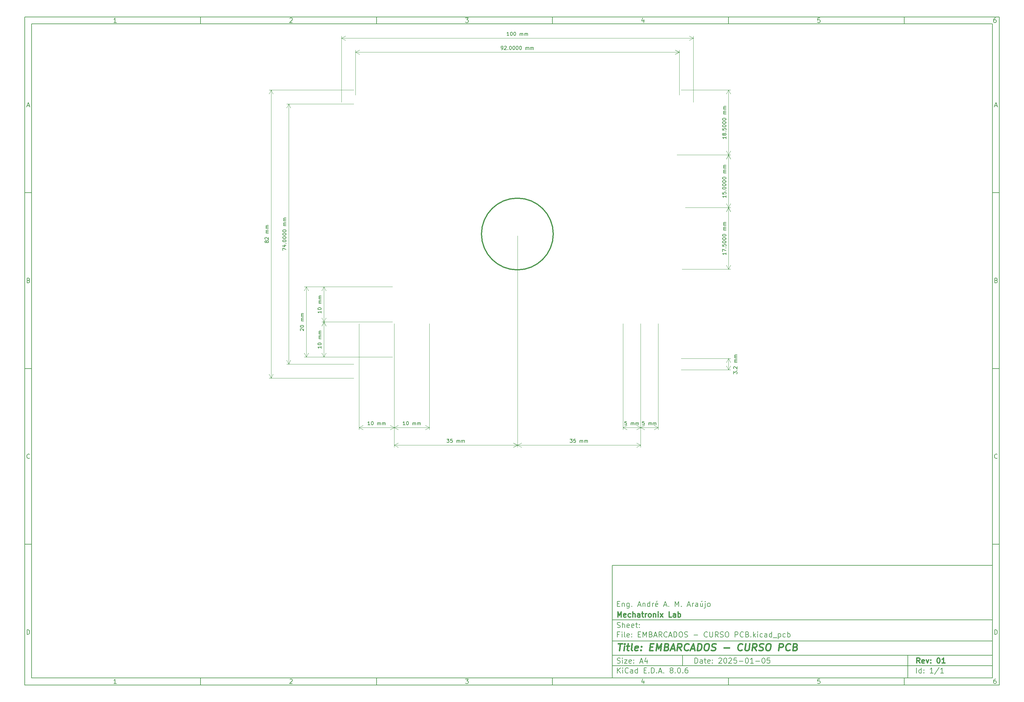
<source format=gbr>
%TF.GenerationSoftware,KiCad,Pcbnew,8.0.6*%
%TF.CreationDate,2025-01-05T13:15:26-03:00*%
%TF.ProjectId,EMBARCADOS - CURSO PCB,454d4241-5243-4414-944f-53202d204355,01*%
%TF.SameCoordinates,Original*%
%TF.FileFunction,OtherDrawing,Comment*%
%FSLAX46Y46*%
G04 Gerber Fmt 4.6, Leading zero omitted, Abs format (unit mm)*
G04 Created by KiCad (PCBNEW 8.0.6) date 2025-01-05 13:15:26*
%MOMM*%
%LPD*%
G01*
G04 APERTURE LIST*
%ADD10C,0.100000*%
%ADD11C,0.150000*%
%ADD12C,0.300000*%
%ADD13C,0.400000*%
G04 APERTURE END LIST*
D10*
D11*
X177002200Y-166007200D02*
X285002200Y-166007200D01*
X285002200Y-198007200D01*
X177002200Y-198007200D01*
X177002200Y-166007200D01*
D10*
D11*
X10000000Y-10000000D02*
X287002200Y-10000000D01*
X287002200Y-200007200D01*
X10000000Y-200007200D01*
X10000000Y-10000000D01*
D10*
D11*
X12000000Y-12000000D02*
X285002200Y-12000000D01*
X285002200Y-198007200D01*
X12000000Y-198007200D01*
X12000000Y-12000000D01*
D10*
D11*
X60000000Y-12000000D02*
X60000000Y-10000000D01*
D10*
D11*
X110000000Y-12000000D02*
X110000000Y-10000000D01*
D10*
D11*
X160000000Y-12000000D02*
X160000000Y-10000000D01*
D10*
D11*
X210000000Y-12000000D02*
X210000000Y-10000000D01*
D10*
D11*
X260000000Y-12000000D02*
X260000000Y-10000000D01*
D10*
D11*
X36089160Y-11593604D02*
X35346303Y-11593604D01*
X35717731Y-11593604D02*
X35717731Y-10293604D01*
X35717731Y-10293604D02*
X35593922Y-10479319D01*
X35593922Y-10479319D02*
X35470112Y-10603128D01*
X35470112Y-10603128D02*
X35346303Y-10665033D01*
D10*
D11*
X85346303Y-10417414D02*
X85408207Y-10355509D01*
X85408207Y-10355509D02*
X85532017Y-10293604D01*
X85532017Y-10293604D02*
X85841541Y-10293604D01*
X85841541Y-10293604D02*
X85965350Y-10355509D01*
X85965350Y-10355509D02*
X86027255Y-10417414D01*
X86027255Y-10417414D02*
X86089160Y-10541223D01*
X86089160Y-10541223D02*
X86089160Y-10665033D01*
X86089160Y-10665033D02*
X86027255Y-10850747D01*
X86027255Y-10850747D02*
X85284398Y-11593604D01*
X85284398Y-11593604D02*
X86089160Y-11593604D01*
D10*
D11*
X135284398Y-10293604D02*
X136089160Y-10293604D01*
X136089160Y-10293604D02*
X135655826Y-10788842D01*
X135655826Y-10788842D02*
X135841541Y-10788842D01*
X135841541Y-10788842D02*
X135965350Y-10850747D01*
X135965350Y-10850747D02*
X136027255Y-10912652D01*
X136027255Y-10912652D02*
X136089160Y-11036461D01*
X136089160Y-11036461D02*
X136089160Y-11345985D01*
X136089160Y-11345985D02*
X136027255Y-11469795D01*
X136027255Y-11469795D02*
X135965350Y-11531700D01*
X135965350Y-11531700D02*
X135841541Y-11593604D01*
X135841541Y-11593604D02*
X135470112Y-11593604D01*
X135470112Y-11593604D02*
X135346303Y-11531700D01*
X135346303Y-11531700D02*
X135284398Y-11469795D01*
D10*
D11*
X185965350Y-10726938D02*
X185965350Y-11593604D01*
X185655826Y-10231700D02*
X185346303Y-11160271D01*
X185346303Y-11160271D02*
X186151064Y-11160271D01*
D10*
D11*
X236027255Y-10293604D02*
X235408207Y-10293604D01*
X235408207Y-10293604D02*
X235346303Y-10912652D01*
X235346303Y-10912652D02*
X235408207Y-10850747D01*
X235408207Y-10850747D02*
X235532017Y-10788842D01*
X235532017Y-10788842D02*
X235841541Y-10788842D01*
X235841541Y-10788842D02*
X235965350Y-10850747D01*
X235965350Y-10850747D02*
X236027255Y-10912652D01*
X236027255Y-10912652D02*
X236089160Y-11036461D01*
X236089160Y-11036461D02*
X236089160Y-11345985D01*
X236089160Y-11345985D02*
X236027255Y-11469795D01*
X236027255Y-11469795D02*
X235965350Y-11531700D01*
X235965350Y-11531700D02*
X235841541Y-11593604D01*
X235841541Y-11593604D02*
X235532017Y-11593604D01*
X235532017Y-11593604D02*
X235408207Y-11531700D01*
X235408207Y-11531700D02*
X235346303Y-11469795D01*
D10*
D11*
X285965350Y-10293604D02*
X285717731Y-10293604D01*
X285717731Y-10293604D02*
X285593922Y-10355509D01*
X285593922Y-10355509D02*
X285532017Y-10417414D01*
X285532017Y-10417414D02*
X285408207Y-10603128D01*
X285408207Y-10603128D02*
X285346303Y-10850747D01*
X285346303Y-10850747D02*
X285346303Y-11345985D01*
X285346303Y-11345985D02*
X285408207Y-11469795D01*
X285408207Y-11469795D02*
X285470112Y-11531700D01*
X285470112Y-11531700D02*
X285593922Y-11593604D01*
X285593922Y-11593604D02*
X285841541Y-11593604D01*
X285841541Y-11593604D02*
X285965350Y-11531700D01*
X285965350Y-11531700D02*
X286027255Y-11469795D01*
X286027255Y-11469795D02*
X286089160Y-11345985D01*
X286089160Y-11345985D02*
X286089160Y-11036461D01*
X286089160Y-11036461D02*
X286027255Y-10912652D01*
X286027255Y-10912652D02*
X285965350Y-10850747D01*
X285965350Y-10850747D02*
X285841541Y-10788842D01*
X285841541Y-10788842D02*
X285593922Y-10788842D01*
X285593922Y-10788842D02*
X285470112Y-10850747D01*
X285470112Y-10850747D02*
X285408207Y-10912652D01*
X285408207Y-10912652D02*
X285346303Y-11036461D01*
D10*
D11*
X60000000Y-198007200D02*
X60000000Y-200007200D01*
D10*
D11*
X110000000Y-198007200D02*
X110000000Y-200007200D01*
D10*
D11*
X160000000Y-198007200D02*
X160000000Y-200007200D01*
D10*
D11*
X210000000Y-198007200D02*
X210000000Y-200007200D01*
D10*
D11*
X260000000Y-198007200D02*
X260000000Y-200007200D01*
D10*
D11*
X36089160Y-199600804D02*
X35346303Y-199600804D01*
X35717731Y-199600804D02*
X35717731Y-198300804D01*
X35717731Y-198300804D02*
X35593922Y-198486519D01*
X35593922Y-198486519D02*
X35470112Y-198610328D01*
X35470112Y-198610328D02*
X35346303Y-198672233D01*
D10*
D11*
X85346303Y-198424614D02*
X85408207Y-198362709D01*
X85408207Y-198362709D02*
X85532017Y-198300804D01*
X85532017Y-198300804D02*
X85841541Y-198300804D01*
X85841541Y-198300804D02*
X85965350Y-198362709D01*
X85965350Y-198362709D02*
X86027255Y-198424614D01*
X86027255Y-198424614D02*
X86089160Y-198548423D01*
X86089160Y-198548423D02*
X86089160Y-198672233D01*
X86089160Y-198672233D02*
X86027255Y-198857947D01*
X86027255Y-198857947D02*
X85284398Y-199600804D01*
X85284398Y-199600804D02*
X86089160Y-199600804D01*
D10*
D11*
X135284398Y-198300804D02*
X136089160Y-198300804D01*
X136089160Y-198300804D02*
X135655826Y-198796042D01*
X135655826Y-198796042D02*
X135841541Y-198796042D01*
X135841541Y-198796042D02*
X135965350Y-198857947D01*
X135965350Y-198857947D02*
X136027255Y-198919852D01*
X136027255Y-198919852D02*
X136089160Y-199043661D01*
X136089160Y-199043661D02*
X136089160Y-199353185D01*
X136089160Y-199353185D02*
X136027255Y-199476995D01*
X136027255Y-199476995D02*
X135965350Y-199538900D01*
X135965350Y-199538900D02*
X135841541Y-199600804D01*
X135841541Y-199600804D02*
X135470112Y-199600804D01*
X135470112Y-199600804D02*
X135346303Y-199538900D01*
X135346303Y-199538900D02*
X135284398Y-199476995D01*
D10*
D11*
X185965350Y-198734138D02*
X185965350Y-199600804D01*
X185655826Y-198238900D02*
X185346303Y-199167471D01*
X185346303Y-199167471D02*
X186151064Y-199167471D01*
D10*
D11*
X236027255Y-198300804D02*
X235408207Y-198300804D01*
X235408207Y-198300804D02*
X235346303Y-198919852D01*
X235346303Y-198919852D02*
X235408207Y-198857947D01*
X235408207Y-198857947D02*
X235532017Y-198796042D01*
X235532017Y-198796042D02*
X235841541Y-198796042D01*
X235841541Y-198796042D02*
X235965350Y-198857947D01*
X235965350Y-198857947D02*
X236027255Y-198919852D01*
X236027255Y-198919852D02*
X236089160Y-199043661D01*
X236089160Y-199043661D02*
X236089160Y-199353185D01*
X236089160Y-199353185D02*
X236027255Y-199476995D01*
X236027255Y-199476995D02*
X235965350Y-199538900D01*
X235965350Y-199538900D02*
X235841541Y-199600804D01*
X235841541Y-199600804D02*
X235532017Y-199600804D01*
X235532017Y-199600804D02*
X235408207Y-199538900D01*
X235408207Y-199538900D02*
X235346303Y-199476995D01*
D10*
D11*
X285965350Y-198300804D02*
X285717731Y-198300804D01*
X285717731Y-198300804D02*
X285593922Y-198362709D01*
X285593922Y-198362709D02*
X285532017Y-198424614D01*
X285532017Y-198424614D02*
X285408207Y-198610328D01*
X285408207Y-198610328D02*
X285346303Y-198857947D01*
X285346303Y-198857947D02*
X285346303Y-199353185D01*
X285346303Y-199353185D02*
X285408207Y-199476995D01*
X285408207Y-199476995D02*
X285470112Y-199538900D01*
X285470112Y-199538900D02*
X285593922Y-199600804D01*
X285593922Y-199600804D02*
X285841541Y-199600804D01*
X285841541Y-199600804D02*
X285965350Y-199538900D01*
X285965350Y-199538900D02*
X286027255Y-199476995D01*
X286027255Y-199476995D02*
X286089160Y-199353185D01*
X286089160Y-199353185D02*
X286089160Y-199043661D01*
X286089160Y-199043661D02*
X286027255Y-198919852D01*
X286027255Y-198919852D02*
X285965350Y-198857947D01*
X285965350Y-198857947D02*
X285841541Y-198796042D01*
X285841541Y-198796042D02*
X285593922Y-198796042D01*
X285593922Y-198796042D02*
X285470112Y-198857947D01*
X285470112Y-198857947D02*
X285408207Y-198919852D01*
X285408207Y-198919852D02*
X285346303Y-199043661D01*
D10*
D11*
X10000000Y-60000000D02*
X12000000Y-60000000D01*
D10*
D11*
X10000000Y-110000000D02*
X12000000Y-110000000D01*
D10*
D11*
X10000000Y-160000000D02*
X12000000Y-160000000D01*
D10*
D11*
X10690476Y-35222176D02*
X11309523Y-35222176D01*
X10566666Y-35593604D02*
X10999999Y-34293604D01*
X10999999Y-34293604D02*
X11433333Y-35593604D01*
D10*
D11*
X11092857Y-84912652D02*
X11278571Y-84974557D01*
X11278571Y-84974557D02*
X11340476Y-85036461D01*
X11340476Y-85036461D02*
X11402380Y-85160271D01*
X11402380Y-85160271D02*
X11402380Y-85345985D01*
X11402380Y-85345985D02*
X11340476Y-85469795D01*
X11340476Y-85469795D02*
X11278571Y-85531700D01*
X11278571Y-85531700D02*
X11154761Y-85593604D01*
X11154761Y-85593604D02*
X10659523Y-85593604D01*
X10659523Y-85593604D02*
X10659523Y-84293604D01*
X10659523Y-84293604D02*
X11092857Y-84293604D01*
X11092857Y-84293604D02*
X11216666Y-84355509D01*
X11216666Y-84355509D02*
X11278571Y-84417414D01*
X11278571Y-84417414D02*
X11340476Y-84541223D01*
X11340476Y-84541223D02*
X11340476Y-84665033D01*
X11340476Y-84665033D02*
X11278571Y-84788842D01*
X11278571Y-84788842D02*
X11216666Y-84850747D01*
X11216666Y-84850747D02*
X11092857Y-84912652D01*
X11092857Y-84912652D02*
X10659523Y-84912652D01*
D10*
D11*
X11402380Y-135469795D02*
X11340476Y-135531700D01*
X11340476Y-135531700D02*
X11154761Y-135593604D01*
X11154761Y-135593604D02*
X11030952Y-135593604D01*
X11030952Y-135593604D02*
X10845238Y-135531700D01*
X10845238Y-135531700D02*
X10721428Y-135407890D01*
X10721428Y-135407890D02*
X10659523Y-135284080D01*
X10659523Y-135284080D02*
X10597619Y-135036461D01*
X10597619Y-135036461D02*
X10597619Y-134850747D01*
X10597619Y-134850747D02*
X10659523Y-134603128D01*
X10659523Y-134603128D02*
X10721428Y-134479319D01*
X10721428Y-134479319D02*
X10845238Y-134355509D01*
X10845238Y-134355509D02*
X11030952Y-134293604D01*
X11030952Y-134293604D02*
X11154761Y-134293604D01*
X11154761Y-134293604D02*
X11340476Y-134355509D01*
X11340476Y-134355509D02*
X11402380Y-134417414D01*
D10*
D11*
X10659523Y-185593604D02*
X10659523Y-184293604D01*
X10659523Y-184293604D02*
X10969047Y-184293604D01*
X10969047Y-184293604D02*
X11154761Y-184355509D01*
X11154761Y-184355509D02*
X11278571Y-184479319D01*
X11278571Y-184479319D02*
X11340476Y-184603128D01*
X11340476Y-184603128D02*
X11402380Y-184850747D01*
X11402380Y-184850747D02*
X11402380Y-185036461D01*
X11402380Y-185036461D02*
X11340476Y-185284080D01*
X11340476Y-185284080D02*
X11278571Y-185407890D01*
X11278571Y-185407890D02*
X11154761Y-185531700D01*
X11154761Y-185531700D02*
X10969047Y-185593604D01*
X10969047Y-185593604D02*
X10659523Y-185593604D01*
D10*
D11*
X287002200Y-60000000D02*
X285002200Y-60000000D01*
D10*
D11*
X287002200Y-110000000D02*
X285002200Y-110000000D01*
D10*
D11*
X287002200Y-160000000D02*
X285002200Y-160000000D01*
D10*
D11*
X285692676Y-35222176D02*
X286311723Y-35222176D01*
X285568866Y-35593604D02*
X286002199Y-34293604D01*
X286002199Y-34293604D02*
X286435533Y-35593604D01*
D10*
D11*
X286095057Y-84912652D02*
X286280771Y-84974557D01*
X286280771Y-84974557D02*
X286342676Y-85036461D01*
X286342676Y-85036461D02*
X286404580Y-85160271D01*
X286404580Y-85160271D02*
X286404580Y-85345985D01*
X286404580Y-85345985D02*
X286342676Y-85469795D01*
X286342676Y-85469795D02*
X286280771Y-85531700D01*
X286280771Y-85531700D02*
X286156961Y-85593604D01*
X286156961Y-85593604D02*
X285661723Y-85593604D01*
X285661723Y-85593604D02*
X285661723Y-84293604D01*
X285661723Y-84293604D02*
X286095057Y-84293604D01*
X286095057Y-84293604D02*
X286218866Y-84355509D01*
X286218866Y-84355509D02*
X286280771Y-84417414D01*
X286280771Y-84417414D02*
X286342676Y-84541223D01*
X286342676Y-84541223D02*
X286342676Y-84665033D01*
X286342676Y-84665033D02*
X286280771Y-84788842D01*
X286280771Y-84788842D02*
X286218866Y-84850747D01*
X286218866Y-84850747D02*
X286095057Y-84912652D01*
X286095057Y-84912652D02*
X285661723Y-84912652D01*
D10*
D11*
X286404580Y-135469795D02*
X286342676Y-135531700D01*
X286342676Y-135531700D02*
X286156961Y-135593604D01*
X286156961Y-135593604D02*
X286033152Y-135593604D01*
X286033152Y-135593604D02*
X285847438Y-135531700D01*
X285847438Y-135531700D02*
X285723628Y-135407890D01*
X285723628Y-135407890D02*
X285661723Y-135284080D01*
X285661723Y-135284080D02*
X285599819Y-135036461D01*
X285599819Y-135036461D02*
X285599819Y-134850747D01*
X285599819Y-134850747D02*
X285661723Y-134603128D01*
X285661723Y-134603128D02*
X285723628Y-134479319D01*
X285723628Y-134479319D02*
X285847438Y-134355509D01*
X285847438Y-134355509D02*
X286033152Y-134293604D01*
X286033152Y-134293604D02*
X286156961Y-134293604D01*
X286156961Y-134293604D02*
X286342676Y-134355509D01*
X286342676Y-134355509D02*
X286404580Y-134417414D01*
D10*
D11*
X285661723Y-185593604D02*
X285661723Y-184293604D01*
X285661723Y-184293604D02*
X285971247Y-184293604D01*
X285971247Y-184293604D02*
X286156961Y-184355509D01*
X286156961Y-184355509D02*
X286280771Y-184479319D01*
X286280771Y-184479319D02*
X286342676Y-184603128D01*
X286342676Y-184603128D02*
X286404580Y-184850747D01*
X286404580Y-184850747D02*
X286404580Y-185036461D01*
X286404580Y-185036461D02*
X286342676Y-185284080D01*
X286342676Y-185284080D02*
X286280771Y-185407890D01*
X286280771Y-185407890D02*
X286156961Y-185531700D01*
X286156961Y-185531700D02*
X285971247Y-185593604D01*
X285971247Y-185593604D02*
X285661723Y-185593604D01*
D10*
D11*
X200458026Y-193793328D02*
X200458026Y-192293328D01*
X200458026Y-192293328D02*
X200815169Y-192293328D01*
X200815169Y-192293328D02*
X201029455Y-192364757D01*
X201029455Y-192364757D02*
X201172312Y-192507614D01*
X201172312Y-192507614D02*
X201243741Y-192650471D01*
X201243741Y-192650471D02*
X201315169Y-192936185D01*
X201315169Y-192936185D02*
X201315169Y-193150471D01*
X201315169Y-193150471D02*
X201243741Y-193436185D01*
X201243741Y-193436185D02*
X201172312Y-193579042D01*
X201172312Y-193579042D02*
X201029455Y-193721900D01*
X201029455Y-193721900D02*
X200815169Y-193793328D01*
X200815169Y-193793328D02*
X200458026Y-193793328D01*
X202600884Y-193793328D02*
X202600884Y-193007614D01*
X202600884Y-193007614D02*
X202529455Y-192864757D01*
X202529455Y-192864757D02*
X202386598Y-192793328D01*
X202386598Y-192793328D02*
X202100884Y-192793328D01*
X202100884Y-192793328D02*
X201958026Y-192864757D01*
X202600884Y-193721900D02*
X202458026Y-193793328D01*
X202458026Y-193793328D02*
X202100884Y-193793328D01*
X202100884Y-193793328D02*
X201958026Y-193721900D01*
X201958026Y-193721900D02*
X201886598Y-193579042D01*
X201886598Y-193579042D02*
X201886598Y-193436185D01*
X201886598Y-193436185D02*
X201958026Y-193293328D01*
X201958026Y-193293328D02*
X202100884Y-193221900D01*
X202100884Y-193221900D02*
X202458026Y-193221900D01*
X202458026Y-193221900D02*
X202600884Y-193150471D01*
X203100884Y-192793328D02*
X203672312Y-192793328D01*
X203315169Y-192293328D02*
X203315169Y-193579042D01*
X203315169Y-193579042D02*
X203386598Y-193721900D01*
X203386598Y-193721900D02*
X203529455Y-193793328D01*
X203529455Y-193793328D02*
X203672312Y-193793328D01*
X204743741Y-193721900D02*
X204600884Y-193793328D01*
X204600884Y-193793328D02*
X204315170Y-193793328D01*
X204315170Y-193793328D02*
X204172312Y-193721900D01*
X204172312Y-193721900D02*
X204100884Y-193579042D01*
X204100884Y-193579042D02*
X204100884Y-193007614D01*
X204100884Y-193007614D02*
X204172312Y-192864757D01*
X204172312Y-192864757D02*
X204315170Y-192793328D01*
X204315170Y-192793328D02*
X204600884Y-192793328D01*
X204600884Y-192793328D02*
X204743741Y-192864757D01*
X204743741Y-192864757D02*
X204815170Y-193007614D01*
X204815170Y-193007614D02*
X204815170Y-193150471D01*
X204815170Y-193150471D02*
X204100884Y-193293328D01*
X205458026Y-193650471D02*
X205529455Y-193721900D01*
X205529455Y-193721900D02*
X205458026Y-193793328D01*
X205458026Y-193793328D02*
X205386598Y-193721900D01*
X205386598Y-193721900D02*
X205458026Y-193650471D01*
X205458026Y-193650471D02*
X205458026Y-193793328D01*
X205458026Y-192864757D02*
X205529455Y-192936185D01*
X205529455Y-192936185D02*
X205458026Y-193007614D01*
X205458026Y-193007614D02*
X205386598Y-192936185D01*
X205386598Y-192936185D02*
X205458026Y-192864757D01*
X205458026Y-192864757D02*
X205458026Y-193007614D01*
X207243741Y-192436185D02*
X207315169Y-192364757D01*
X207315169Y-192364757D02*
X207458027Y-192293328D01*
X207458027Y-192293328D02*
X207815169Y-192293328D01*
X207815169Y-192293328D02*
X207958027Y-192364757D01*
X207958027Y-192364757D02*
X208029455Y-192436185D01*
X208029455Y-192436185D02*
X208100884Y-192579042D01*
X208100884Y-192579042D02*
X208100884Y-192721900D01*
X208100884Y-192721900D02*
X208029455Y-192936185D01*
X208029455Y-192936185D02*
X207172312Y-193793328D01*
X207172312Y-193793328D02*
X208100884Y-193793328D01*
X209029455Y-192293328D02*
X209172312Y-192293328D01*
X209172312Y-192293328D02*
X209315169Y-192364757D01*
X209315169Y-192364757D02*
X209386598Y-192436185D01*
X209386598Y-192436185D02*
X209458026Y-192579042D01*
X209458026Y-192579042D02*
X209529455Y-192864757D01*
X209529455Y-192864757D02*
X209529455Y-193221900D01*
X209529455Y-193221900D02*
X209458026Y-193507614D01*
X209458026Y-193507614D02*
X209386598Y-193650471D01*
X209386598Y-193650471D02*
X209315169Y-193721900D01*
X209315169Y-193721900D02*
X209172312Y-193793328D01*
X209172312Y-193793328D02*
X209029455Y-193793328D01*
X209029455Y-193793328D02*
X208886598Y-193721900D01*
X208886598Y-193721900D02*
X208815169Y-193650471D01*
X208815169Y-193650471D02*
X208743740Y-193507614D01*
X208743740Y-193507614D02*
X208672312Y-193221900D01*
X208672312Y-193221900D02*
X208672312Y-192864757D01*
X208672312Y-192864757D02*
X208743740Y-192579042D01*
X208743740Y-192579042D02*
X208815169Y-192436185D01*
X208815169Y-192436185D02*
X208886598Y-192364757D01*
X208886598Y-192364757D02*
X209029455Y-192293328D01*
X210100883Y-192436185D02*
X210172311Y-192364757D01*
X210172311Y-192364757D02*
X210315169Y-192293328D01*
X210315169Y-192293328D02*
X210672311Y-192293328D01*
X210672311Y-192293328D02*
X210815169Y-192364757D01*
X210815169Y-192364757D02*
X210886597Y-192436185D01*
X210886597Y-192436185D02*
X210958026Y-192579042D01*
X210958026Y-192579042D02*
X210958026Y-192721900D01*
X210958026Y-192721900D02*
X210886597Y-192936185D01*
X210886597Y-192936185D02*
X210029454Y-193793328D01*
X210029454Y-193793328D02*
X210958026Y-193793328D01*
X212315168Y-192293328D02*
X211600882Y-192293328D01*
X211600882Y-192293328D02*
X211529454Y-193007614D01*
X211529454Y-193007614D02*
X211600882Y-192936185D01*
X211600882Y-192936185D02*
X211743740Y-192864757D01*
X211743740Y-192864757D02*
X212100882Y-192864757D01*
X212100882Y-192864757D02*
X212243740Y-192936185D01*
X212243740Y-192936185D02*
X212315168Y-193007614D01*
X212315168Y-193007614D02*
X212386597Y-193150471D01*
X212386597Y-193150471D02*
X212386597Y-193507614D01*
X212386597Y-193507614D02*
X212315168Y-193650471D01*
X212315168Y-193650471D02*
X212243740Y-193721900D01*
X212243740Y-193721900D02*
X212100882Y-193793328D01*
X212100882Y-193793328D02*
X211743740Y-193793328D01*
X211743740Y-193793328D02*
X211600882Y-193721900D01*
X211600882Y-193721900D02*
X211529454Y-193650471D01*
X213029453Y-193221900D02*
X214172311Y-193221900D01*
X215172311Y-192293328D02*
X215315168Y-192293328D01*
X215315168Y-192293328D02*
X215458025Y-192364757D01*
X215458025Y-192364757D02*
X215529454Y-192436185D01*
X215529454Y-192436185D02*
X215600882Y-192579042D01*
X215600882Y-192579042D02*
X215672311Y-192864757D01*
X215672311Y-192864757D02*
X215672311Y-193221900D01*
X215672311Y-193221900D02*
X215600882Y-193507614D01*
X215600882Y-193507614D02*
X215529454Y-193650471D01*
X215529454Y-193650471D02*
X215458025Y-193721900D01*
X215458025Y-193721900D02*
X215315168Y-193793328D01*
X215315168Y-193793328D02*
X215172311Y-193793328D01*
X215172311Y-193793328D02*
X215029454Y-193721900D01*
X215029454Y-193721900D02*
X214958025Y-193650471D01*
X214958025Y-193650471D02*
X214886596Y-193507614D01*
X214886596Y-193507614D02*
X214815168Y-193221900D01*
X214815168Y-193221900D02*
X214815168Y-192864757D01*
X214815168Y-192864757D02*
X214886596Y-192579042D01*
X214886596Y-192579042D02*
X214958025Y-192436185D01*
X214958025Y-192436185D02*
X215029454Y-192364757D01*
X215029454Y-192364757D02*
X215172311Y-192293328D01*
X217100882Y-193793328D02*
X216243739Y-193793328D01*
X216672310Y-193793328D02*
X216672310Y-192293328D01*
X216672310Y-192293328D02*
X216529453Y-192507614D01*
X216529453Y-192507614D02*
X216386596Y-192650471D01*
X216386596Y-192650471D02*
X216243739Y-192721900D01*
X217743738Y-193221900D02*
X218886596Y-193221900D01*
X219886596Y-192293328D02*
X220029453Y-192293328D01*
X220029453Y-192293328D02*
X220172310Y-192364757D01*
X220172310Y-192364757D02*
X220243739Y-192436185D01*
X220243739Y-192436185D02*
X220315167Y-192579042D01*
X220315167Y-192579042D02*
X220386596Y-192864757D01*
X220386596Y-192864757D02*
X220386596Y-193221900D01*
X220386596Y-193221900D02*
X220315167Y-193507614D01*
X220315167Y-193507614D02*
X220243739Y-193650471D01*
X220243739Y-193650471D02*
X220172310Y-193721900D01*
X220172310Y-193721900D02*
X220029453Y-193793328D01*
X220029453Y-193793328D02*
X219886596Y-193793328D01*
X219886596Y-193793328D02*
X219743739Y-193721900D01*
X219743739Y-193721900D02*
X219672310Y-193650471D01*
X219672310Y-193650471D02*
X219600881Y-193507614D01*
X219600881Y-193507614D02*
X219529453Y-193221900D01*
X219529453Y-193221900D02*
X219529453Y-192864757D01*
X219529453Y-192864757D02*
X219600881Y-192579042D01*
X219600881Y-192579042D02*
X219672310Y-192436185D01*
X219672310Y-192436185D02*
X219743739Y-192364757D01*
X219743739Y-192364757D02*
X219886596Y-192293328D01*
X221743738Y-192293328D02*
X221029452Y-192293328D01*
X221029452Y-192293328D02*
X220958024Y-193007614D01*
X220958024Y-193007614D02*
X221029452Y-192936185D01*
X221029452Y-192936185D02*
X221172310Y-192864757D01*
X221172310Y-192864757D02*
X221529452Y-192864757D01*
X221529452Y-192864757D02*
X221672310Y-192936185D01*
X221672310Y-192936185D02*
X221743738Y-193007614D01*
X221743738Y-193007614D02*
X221815167Y-193150471D01*
X221815167Y-193150471D02*
X221815167Y-193507614D01*
X221815167Y-193507614D02*
X221743738Y-193650471D01*
X221743738Y-193650471D02*
X221672310Y-193721900D01*
X221672310Y-193721900D02*
X221529452Y-193793328D01*
X221529452Y-193793328D02*
X221172310Y-193793328D01*
X221172310Y-193793328D02*
X221029452Y-193721900D01*
X221029452Y-193721900D02*
X220958024Y-193650471D01*
D10*
D11*
X177002200Y-194507200D02*
X285002200Y-194507200D01*
D10*
D11*
X178458026Y-196593328D02*
X178458026Y-195093328D01*
X179315169Y-196593328D02*
X178672312Y-195736185D01*
X179315169Y-195093328D02*
X178458026Y-195950471D01*
X179958026Y-196593328D02*
X179958026Y-195593328D01*
X179958026Y-195093328D02*
X179886598Y-195164757D01*
X179886598Y-195164757D02*
X179958026Y-195236185D01*
X179958026Y-195236185D02*
X180029455Y-195164757D01*
X180029455Y-195164757D02*
X179958026Y-195093328D01*
X179958026Y-195093328D02*
X179958026Y-195236185D01*
X181529455Y-196450471D02*
X181458027Y-196521900D01*
X181458027Y-196521900D02*
X181243741Y-196593328D01*
X181243741Y-196593328D02*
X181100884Y-196593328D01*
X181100884Y-196593328D02*
X180886598Y-196521900D01*
X180886598Y-196521900D02*
X180743741Y-196379042D01*
X180743741Y-196379042D02*
X180672312Y-196236185D01*
X180672312Y-196236185D02*
X180600884Y-195950471D01*
X180600884Y-195950471D02*
X180600884Y-195736185D01*
X180600884Y-195736185D02*
X180672312Y-195450471D01*
X180672312Y-195450471D02*
X180743741Y-195307614D01*
X180743741Y-195307614D02*
X180886598Y-195164757D01*
X180886598Y-195164757D02*
X181100884Y-195093328D01*
X181100884Y-195093328D02*
X181243741Y-195093328D01*
X181243741Y-195093328D02*
X181458027Y-195164757D01*
X181458027Y-195164757D02*
X181529455Y-195236185D01*
X182815170Y-196593328D02*
X182815170Y-195807614D01*
X182815170Y-195807614D02*
X182743741Y-195664757D01*
X182743741Y-195664757D02*
X182600884Y-195593328D01*
X182600884Y-195593328D02*
X182315170Y-195593328D01*
X182315170Y-195593328D02*
X182172312Y-195664757D01*
X182815170Y-196521900D02*
X182672312Y-196593328D01*
X182672312Y-196593328D02*
X182315170Y-196593328D01*
X182315170Y-196593328D02*
X182172312Y-196521900D01*
X182172312Y-196521900D02*
X182100884Y-196379042D01*
X182100884Y-196379042D02*
X182100884Y-196236185D01*
X182100884Y-196236185D02*
X182172312Y-196093328D01*
X182172312Y-196093328D02*
X182315170Y-196021900D01*
X182315170Y-196021900D02*
X182672312Y-196021900D01*
X182672312Y-196021900D02*
X182815170Y-195950471D01*
X184172313Y-196593328D02*
X184172313Y-195093328D01*
X184172313Y-196521900D02*
X184029455Y-196593328D01*
X184029455Y-196593328D02*
X183743741Y-196593328D01*
X183743741Y-196593328D02*
X183600884Y-196521900D01*
X183600884Y-196521900D02*
X183529455Y-196450471D01*
X183529455Y-196450471D02*
X183458027Y-196307614D01*
X183458027Y-196307614D02*
X183458027Y-195879042D01*
X183458027Y-195879042D02*
X183529455Y-195736185D01*
X183529455Y-195736185D02*
X183600884Y-195664757D01*
X183600884Y-195664757D02*
X183743741Y-195593328D01*
X183743741Y-195593328D02*
X184029455Y-195593328D01*
X184029455Y-195593328D02*
X184172313Y-195664757D01*
X186029455Y-195807614D02*
X186529455Y-195807614D01*
X186743741Y-196593328D02*
X186029455Y-196593328D01*
X186029455Y-196593328D02*
X186029455Y-195093328D01*
X186029455Y-195093328D02*
X186743741Y-195093328D01*
X187386598Y-196450471D02*
X187458027Y-196521900D01*
X187458027Y-196521900D02*
X187386598Y-196593328D01*
X187386598Y-196593328D02*
X187315170Y-196521900D01*
X187315170Y-196521900D02*
X187386598Y-196450471D01*
X187386598Y-196450471D02*
X187386598Y-196593328D01*
X188100884Y-196593328D02*
X188100884Y-195093328D01*
X188100884Y-195093328D02*
X188458027Y-195093328D01*
X188458027Y-195093328D02*
X188672313Y-195164757D01*
X188672313Y-195164757D02*
X188815170Y-195307614D01*
X188815170Y-195307614D02*
X188886599Y-195450471D01*
X188886599Y-195450471D02*
X188958027Y-195736185D01*
X188958027Y-195736185D02*
X188958027Y-195950471D01*
X188958027Y-195950471D02*
X188886599Y-196236185D01*
X188886599Y-196236185D02*
X188815170Y-196379042D01*
X188815170Y-196379042D02*
X188672313Y-196521900D01*
X188672313Y-196521900D02*
X188458027Y-196593328D01*
X188458027Y-196593328D02*
X188100884Y-196593328D01*
X189600884Y-196450471D02*
X189672313Y-196521900D01*
X189672313Y-196521900D02*
X189600884Y-196593328D01*
X189600884Y-196593328D02*
X189529456Y-196521900D01*
X189529456Y-196521900D02*
X189600884Y-196450471D01*
X189600884Y-196450471D02*
X189600884Y-196593328D01*
X190243742Y-196164757D02*
X190958028Y-196164757D01*
X190100885Y-196593328D02*
X190600885Y-195093328D01*
X190600885Y-195093328D02*
X191100885Y-196593328D01*
X191600884Y-196450471D02*
X191672313Y-196521900D01*
X191672313Y-196521900D02*
X191600884Y-196593328D01*
X191600884Y-196593328D02*
X191529456Y-196521900D01*
X191529456Y-196521900D02*
X191600884Y-196450471D01*
X191600884Y-196450471D02*
X191600884Y-196593328D01*
X193672313Y-195736185D02*
X193529456Y-195664757D01*
X193529456Y-195664757D02*
X193458027Y-195593328D01*
X193458027Y-195593328D02*
X193386599Y-195450471D01*
X193386599Y-195450471D02*
X193386599Y-195379042D01*
X193386599Y-195379042D02*
X193458027Y-195236185D01*
X193458027Y-195236185D02*
X193529456Y-195164757D01*
X193529456Y-195164757D02*
X193672313Y-195093328D01*
X193672313Y-195093328D02*
X193958027Y-195093328D01*
X193958027Y-195093328D02*
X194100885Y-195164757D01*
X194100885Y-195164757D02*
X194172313Y-195236185D01*
X194172313Y-195236185D02*
X194243742Y-195379042D01*
X194243742Y-195379042D02*
X194243742Y-195450471D01*
X194243742Y-195450471D02*
X194172313Y-195593328D01*
X194172313Y-195593328D02*
X194100885Y-195664757D01*
X194100885Y-195664757D02*
X193958027Y-195736185D01*
X193958027Y-195736185D02*
X193672313Y-195736185D01*
X193672313Y-195736185D02*
X193529456Y-195807614D01*
X193529456Y-195807614D02*
X193458027Y-195879042D01*
X193458027Y-195879042D02*
X193386599Y-196021900D01*
X193386599Y-196021900D02*
X193386599Y-196307614D01*
X193386599Y-196307614D02*
X193458027Y-196450471D01*
X193458027Y-196450471D02*
X193529456Y-196521900D01*
X193529456Y-196521900D02*
X193672313Y-196593328D01*
X193672313Y-196593328D02*
X193958027Y-196593328D01*
X193958027Y-196593328D02*
X194100885Y-196521900D01*
X194100885Y-196521900D02*
X194172313Y-196450471D01*
X194172313Y-196450471D02*
X194243742Y-196307614D01*
X194243742Y-196307614D02*
X194243742Y-196021900D01*
X194243742Y-196021900D02*
X194172313Y-195879042D01*
X194172313Y-195879042D02*
X194100885Y-195807614D01*
X194100885Y-195807614D02*
X193958027Y-195736185D01*
X194886598Y-196450471D02*
X194958027Y-196521900D01*
X194958027Y-196521900D02*
X194886598Y-196593328D01*
X194886598Y-196593328D02*
X194815170Y-196521900D01*
X194815170Y-196521900D02*
X194886598Y-196450471D01*
X194886598Y-196450471D02*
X194886598Y-196593328D01*
X195886599Y-195093328D02*
X196029456Y-195093328D01*
X196029456Y-195093328D02*
X196172313Y-195164757D01*
X196172313Y-195164757D02*
X196243742Y-195236185D01*
X196243742Y-195236185D02*
X196315170Y-195379042D01*
X196315170Y-195379042D02*
X196386599Y-195664757D01*
X196386599Y-195664757D02*
X196386599Y-196021900D01*
X196386599Y-196021900D02*
X196315170Y-196307614D01*
X196315170Y-196307614D02*
X196243742Y-196450471D01*
X196243742Y-196450471D02*
X196172313Y-196521900D01*
X196172313Y-196521900D02*
X196029456Y-196593328D01*
X196029456Y-196593328D02*
X195886599Y-196593328D01*
X195886599Y-196593328D02*
X195743742Y-196521900D01*
X195743742Y-196521900D02*
X195672313Y-196450471D01*
X195672313Y-196450471D02*
X195600884Y-196307614D01*
X195600884Y-196307614D02*
X195529456Y-196021900D01*
X195529456Y-196021900D02*
X195529456Y-195664757D01*
X195529456Y-195664757D02*
X195600884Y-195379042D01*
X195600884Y-195379042D02*
X195672313Y-195236185D01*
X195672313Y-195236185D02*
X195743742Y-195164757D01*
X195743742Y-195164757D02*
X195886599Y-195093328D01*
X197029455Y-196450471D02*
X197100884Y-196521900D01*
X197100884Y-196521900D02*
X197029455Y-196593328D01*
X197029455Y-196593328D02*
X196958027Y-196521900D01*
X196958027Y-196521900D02*
X197029455Y-196450471D01*
X197029455Y-196450471D02*
X197029455Y-196593328D01*
X198386599Y-195093328D02*
X198100884Y-195093328D01*
X198100884Y-195093328D02*
X197958027Y-195164757D01*
X197958027Y-195164757D02*
X197886599Y-195236185D01*
X197886599Y-195236185D02*
X197743741Y-195450471D01*
X197743741Y-195450471D02*
X197672313Y-195736185D01*
X197672313Y-195736185D02*
X197672313Y-196307614D01*
X197672313Y-196307614D02*
X197743741Y-196450471D01*
X197743741Y-196450471D02*
X197815170Y-196521900D01*
X197815170Y-196521900D02*
X197958027Y-196593328D01*
X197958027Y-196593328D02*
X198243741Y-196593328D01*
X198243741Y-196593328D02*
X198386599Y-196521900D01*
X198386599Y-196521900D02*
X198458027Y-196450471D01*
X198458027Y-196450471D02*
X198529456Y-196307614D01*
X198529456Y-196307614D02*
X198529456Y-195950471D01*
X198529456Y-195950471D02*
X198458027Y-195807614D01*
X198458027Y-195807614D02*
X198386599Y-195736185D01*
X198386599Y-195736185D02*
X198243741Y-195664757D01*
X198243741Y-195664757D02*
X197958027Y-195664757D01*
X197958027Y-195664757D02*
X197815170Y-195736185D01*
X197815170Y-195736185D02*
X197743741Y-195807614D01*
X197743741Y-195807614D02*
X197672313Y-195950471D01*
D10*
D11*
X177002200Y-191507200D02*
X285002200Y-191507200D01*
D10*
D12*
X264413853Y-193785528D02*
X263913853Y-193071242D01*
X263556710Y-193785528D02*
X263556710Y-192285528D01*
X263556710Y-192285528D02*
X264128139Y-192285528D01*
X264128139Y-192285528D02*
X264270996Y-192356957D01*
X264270996Y-192356957D02*
X264342425Y-192428385D01*
X264342425Y-192428385D02*
X264413853Y-192571242D01*
X264413853Y-192571242D02*
X264413853Y-192785528D01*
X264413853Y-192785528D02*
X264342425Y-192928385D01*
X264342425Y-192928385D02*
X264270996Y-192999814D01*
X264270996Y-192999814D02*
X264128139Y-193071242D01*
X264128139Y-193071242D02*
X263556710Y-193071242D01*
X265628139Y-193714100D02*
X265485282Y-193785528D01*
X265485282Y-193785528D02*
X265199568Y-193785528D01*
X265199568Y-193785528D02*
X265056710Y-193714100D01*
X265056710Y-193714100D02*
X264985282Y-193571242D01*
X264985282Y-193571242D02*
X264985282Y-192999814D01*
X264985282Y-192999814D02*
X265056710Y-192856957D01*
X265056710Y-192856957D02*
X265199568Y-192785528D01*
X265199568Y-192785528D02*
X265485282Y-192785528D01*
X265485282Y-192785528D02*
X265628139Y-192856957D01*
X265628139Y-192856957D02*
X265699568Y-192999814D01*
X265699568Y-192999814D02*
X265699568Y-193142671D01*
X265699568Y-193142671D02*
X264985282Y-193285528D01*
X266199567Y-192785528D02*
X266556710Y-193785528D01*
X266556710Y-193785528D02*
X266913853Y-192785528D01*
X267485281Y-193642671D02*
X267556710Y-193714100D01*
X267556710Y-193714100D02*
X267485281Y-193785528D01*
X267485281Y-193785528D02*
X267413853Y-193714100D01*
X267413853Y-193714100D02*
X267485281Y-193642671D01*
X267485281Y-193642671D02*
X267485281Y-193785528D01*
X267485281Y-192856957D02*
X267556710Y-192928385D01*
X267556710Y-192928385D02*
X267485281Y-192999814D01*
X267485281Y-192999814D02*
X267413853Y-192928385D01*
X267413853Y-192928385D02*
X267485281Y-192856957D01*
X267485281Y-192856957D02*
X267485281Y-192999814D01*
X269628139Y-192285528D02*
X269770996Y-192285528D01*
X269770996Y-192285528D02*
X269913853Y-192356957D01*
X269913853Y-192356957D02*
X269985282Y-192428385D01*
X269985282Y-192428385D02*
X270056710Y-192571242D01*
X270056710Y-192571242D02*
X270128139Y-192856957D01*
X270128139Y-192856957D02*
X270128139Y-193214100D01*
X270128139Y-193214100D02*
X270056710Y-193499814D01*
X270056710Y-193499814D02*
X269985282Y-193642671D01*
X269985282Y-193642671D02*
X269913853Y-193714100D01*
X269913853Y-193714100D02*
X269770996Y-193785528D01*
X269770996Y-193785528D02*
X269628139Y-193785528D01*
X269628139Y-193785528D02*
X269485282Y-193714100D01*
X269485282Y-193714100D02*
X269413853Y-193642671D01*
X269413853Y-193642671D02*
X269342424Y-193499814D01*
X269342424Y-193499814D02*
X269270996Y-193214100D01*
X269270996Y-193214100D02*
X269270996Y-192856957D01*
X269270996Y-192856957D02*
X269342424Y-192571242D01*
X269342424Y-192571242D02*
X269413853Y-192428385D01*
X269413853Y-192428385D02*
X269485282Y-192356957D01*
X269485282Y-192356957D02*
X269628139Y-192285528D01*
X271556710Y-193785528D02*
X270699567Y-193785528D01*
X271128138Y-193785528D02*
X271128138Y-192285528D01*
X271128138Y-192285528D02*
X270985281Y-192499814D01*
X270985281Y-192499814D02*
X270842424Y-192642671D01*
X270842424Y-192642671D02*
X270699567Y-192714100D01*
D10*
D11*
X178386598Y-193721900D02*
X178600884Y-193793328D01*
X178600884Y-193793328D02*
X178958026Y-193793328D01*
X178958026Y-193793328D02*
X179100884Y-193721900D01*
X179100884Y-193721900D02*
X179172312Y-193650471D01*
X179172312Y-193650471D02*
X179243741Y-193507614D01*
X179243741Y-193507614D02*
X179243741Y-193364757D01*
X179243741Y-193364757D02*
X179172312Y-193221900D01*
X179172312Y-193221900D02*
X179100884Y-193150471D01*
X179100884Y-193150471D02*
X178958026Y-193079042D01*
X178958026Y-193079042D02*
X178672312Y-193007614D01*
X178672312Y-193007614D02*
X178529455Y-192936185D01*
X178529455Y-192936185D02*
X178458026Y-192864757D01*
X178458026Y-192864757D02*
X178386598Y-192721900D01*
X178386598Y-192721900D02*
X178386598Y-192579042D01*
X178386598Y-192579042D02*
X178458026Y-192436185D01*
X178458026Y-192436185D02*
X178529455Y-192364757D01*
X178529455Y-192364757D02*
X178672312Y-192293328D01*
X178672312Y-192293328D02*
X179029455Y-192293328D01*
X179029455Y-192293328D02*
X179243741Y-192364757D01*
X179886597Y-193793328D02*
X179886597Y-192793328D01*
X179886597Y-192293328D02*
X179815169Y-192364757D01*
X179815169Y-192364757D02*
X179886597Y-192436185D01*
X179886597Y-192436185D02*
X179958026Y-192364757D01*
X179958026Y-192364757D02*
X179886597Y-192293328D01*
X179886597Y-192293328D02*
X179886597Y-192436185D01*
X180458026Y-192793328D02*
X181243741Y-192793328D01*
X181243741Y-192793328D02*
X180458026Y-193793328D01*
X180458026Y-193793328D02*
X181243741Y-193793328D01*
X182386598Y-193721900D02*
X182243741Y-193793328D01*
X182243741Y-193793328D02*
X181958027Y-193793328D01*
X181958027Y-193793328D02*
X181815169Y-193721900D01*
X181815169Y-193721900D02*
X181743741Y-193579042D01*
X181743741Y-193579042D02*
X181743741Y-193007614D01*
X181743741Y-193007614D02*
X181815169Y-192864757D01*
X181815169Y-192864757D02*
X181958027Y-192793328D01*
X181958027Y-192793328D02*
X182243741Y-192793328D01*
X182243741Y-192793328D02*
X182386598Y-192864757D01*
X182386598Y-192864757D02*
X182458027Y-193007614D01*
X182458027Y-193007614D02*
X182458027Y-193150471D01*
X182458027Y-193150471D02*
X181743741Y-193293328D01*
X183100883Y-193650471D02*
X183172312Y-193721900D01*
X183172312Y-193721900D02*
X183100883Y-193793328D01*
X183100883Y-193793328D02*
X183029455Y-193721900D01*
X183029455Y-193721900D02*
X183100883Y-193650471D01*
X183100883Y-193650471D02*
X183100883Y-193793328D01*
X183100883Y-192864757D02*
X183172312Y-192936185D01*
X183172312Y-192936185D02*
X183100883Y-193007614D01*
X183100883Y-193007614D02*
X183029455Y-192936185D01*
X183029455Y-192936185D02*
X183100883Y-192864757D01*
X183100883Y-192864757D02*
X183100883Y-193007614D01*
X184886598Y-193364757D02*
X185600884Y-193364757D01*
X184743741Y-193793328D02*
X185243741Y-192293328D01*
X185243741Y-192293328D02*
X185743741Y-193793328D01*
X186886598Y-192793328D02*
X186886598Y-193793328D01*
X186529455Y-192221900D02*
X186172312Y-193293328D01*
X186172312Y-193293328D02*
X187100883Y-193293328D01*
D10*
D11*
X263458026Y-196593328D02*
X263458026Y-195093328D01*
X264815170Y-196593328D02*
X264815170Y-195093328D01*
X264815170Y-196521900D02*
X264672312Y-196593328D01*
X264672312Y-196593328D02*
X264386598Y-196593328D01*
X264386598Y-196593328D02*
X264243741Y-196521900D01*
X264243741Y-196521900D02*
X264172312Y-196450471D01*
X264172312Y-196450471D02*
X264100884Y-196307614D01*
X264100884Y-196307614D02*
X264100884Y-195879042D01*
X264100884Y-195879042D02*
X264172312Y-195736185D01*
X264172312Y-195736185D02*
X264243741Y-195664757D01*
X264243741Y-195664757D02*
X264386598Y-195593328D01*
X264386598Y-195593328D02*
X264672312Y-195593328D01*
X264672312Y-195593328D02*
X264815170Y-195664757D01*
X265529455Y-196450471D02*
X265600884Y-196521900D01*
X265600884Y-196521900D02*
X265529455Y-196593328D01*
X265529455Y-196593328D02*
X265458027Y-196521900D01*
X265458027Y-196521900D02*
X265529455Y-196450471D01*
X265529455Y-196450471D02*
X265529455Y-196593328D01*
X265529455Y-195664757D02*
X265600884Y-195736185D01*
X265600884Y-195736185D02*
X265529455Y-195807614D01*
X265529455Y-195807614D02*
X265458027Y-195736185D01*
X265458027Y-195736185D02*
X265529455Y-195664757D01*
X265529455Y-195664757D02*
X265529455Y-195807614D01*
X268172313Y-196593328D02*
X267315170Y-196593328D01*
X267743741Y-196593328D02*
X267743741Y-195093328D01*
X267743741Y-195093328D02*
X267600884Y-195307614D01*
X267600884Y-195307614D02*
X267458027Y-195450471D01*
X267458027Y-195450471D02*
X267315170Y-195521900D01*
X269886598Y-195021900D02*
X268600884Y-196950471D01*
X271172313Y-196593328D02*
X270315170Y-196593328D01*
X270743741Y-196593328D02*
X270743741Y-195093328D01*
X270743741Y-195093328D02*
X270600884Y-195307614D01*
X270600884Y-195307614D02*
X270458027Y-195450471D01*
X270458027Y-195450471D02*
X270315170Y-195521900D01*
D10*
D11*
X177002200Y-187507200D02*
X285002200Y-187507200D01*
D10*
D13*
X178693928Y-188211638D02*
X179836785Y-188211638D01*
X179015357Y-190211638D02*
X179265357Y-188211638D01*
X180253452Y-190211638D02*
X180420119Y-188878304D01*
X180503452Y-188211638D02*
X180396309Y-188306876D01*
X180396309Y-188306876D02*
X180479643Y-188402114D01*
X180479643Y-188402114D02*
X180586786Y-188306876D01*
X180586786Y-188306876D02*
X180503452Y-188211638D01*
X180503452Y-188211638D02*
X180479643Y-188402114D01*
X181086786Y-188878304D02*
X181848690Y-188878304D01*
X181455833Y-188211638D02*
X181241548Y-189925923D01*
X181241548Y-189925923D02*
X181312976Y-190116400D01*
X181312976Y-190116400D02*
X181491548Y-190211638D01*
X181491548Y-190211638D02*
X181682024Y-190211638D01*
X182634405Y-190211638D02*
X182455833Y-190116400D01*
X182455833Y-190116400D02*
X182384405Y-189925923D01*
X182384405Y-189925923D02*
X182598690Y-188211638D01*
X184170119Y-190116400D02*
X183967738Y-190211638D01*
X183967738Y-190211638D02*
X183586785Y-190211638D01*
X183586785Y-190211638D02*
X183408214Y-190116400D01*
X183408214Y-190116400D02*
X183336785Y-189925923D01*
X183336785Y-189925923D02*
X183432024Y-189164019D01*
X183432024Y-189164019D02*
X183551071Y-188973542D01*
X183551071Y-188973542D02*
X183753452Y-188878304D01*
X183753452Y-188878304D02*
X184134404Y-188878304D01*
X184134404Y-188878304D02*
X184312976Y-188973542D01*
X184312976Y-188973542D02*
X184384404Y-189164019D01*
X184384404Y-189164019D02*
X184360595Y-189354495D01*
X184360595Y-189354495D02*
X183384404Y-189544971D01*
X185134405Y-190021161D02*
X185217738Y-190116400D01*
X185217738Y-190116400D02*
X185110595Y-190211638D01*
X185110595Y-190211638D02*
X185027262Y-190116400D01*
X185027262Y-190116400D02*
X185134405Y-190021161D01*
X185134405Y-190021161D02*
X185110595Y-190211638D01*
X185265357Y-188973542D02*
X185348690Y-189068780D01*
X185348690Y-189068780D02*
X185241548Y-189164019D01*
X185241548Y-189164019D02*
X185158214Y-189068780D01*
X185158214Y-189068780D02*
X185265357Y-188973542D01*
X185265357Y-188973542D02*
X185241548Y-189164019D01*
X187717739Y-189164019D02*
X188384405Y-189164019D01*
X188539167Y-190211638D02*
X187586786Y-190211638D01*
X187586786Y-190211638D02*
X187836786Y-188211638D01*
X187836786Y-188211638D02*
X188789167Y-188211638D01*
X189396310Y-190211638D02*
X189646310Y-188211638D01*
X189646310Y-188211638D02*
X190134405Y-189640209D01*
X190134405Y-189640209D02*
X190979644Y-188211638D01*
X190979644Y-188211638D02*
X190729644Y-190211638D01*
X192479643Y-189164019D02*
X192753453Y-189259257D01*
X192753453Y-189259257D02*
X192836786Y-189354495D01*
X192836786Y-189354495D02*
X192908215Y-189544971D01*
X192908215Y-189544971D02*
X192872500Y-189830685D01*
X192872500Y-189830685D02*
X192753453Y-190021161D01*
X192753453Y-190021161D02*
X192646310Y-190116400D01*
X192646310Y-190116400D02*
X192443929Y-190211638D01*
X192443929Y-190211638D02*
X191682024Y-190211638D01*
X191682024Y-190211638D02*
X191932024Y-188211638D01*
X191932024Y-188211638D02*
X192598691Y-188211638D01*
X192598691Y-188211638D02*
X192777262Y-188306876D01*
X192777262Y-188306876D02*
X192860596Y-188402114D01*
X192860596Y-188402114D02*
X192932024Y-188592590D01*
X192932024Y-188592590D02*
X192908215Y-188783066D01*
X192908215Y-188783066D02*
X192789167Y-188973542D01*
X192789167Y-188973542D02*
X192682024Y-189068780D01*
X192682024Y-189068780D02*
X192479643Y-189164019D01*
X192479643Y-189164019D02*
X191812977Y-189164019D01*
X193658215Y-189640209D02*
X194610596Y-189640209D01*
X193396310Y-190211638D02*
X194312977Y-188211638D01*
X194312977Y-188211638D02*
X194729643Y-190211638D01*
X196539167Y-190211638D02*
X195991548Y-189259257D01*
X195396310Y-190211638D02*
X195646310Y-188211638D01*
X195646310Y-188211638D02*
X196408215Y-188211638D01*
X196408215Y-188211638D02*
X196586786Y-188306876D01*
X196586786Y-188306876D02*
X196670120Y-188402114D01*
X196670120Y-188402114D02*
X196741548Y-188592590D01*
X196741548Y-188592590D02*
X196705834Y-188878304D01*
X196705834Y-188878304D02*
X196586786Y-189068780D01*
X196586786Y-189068780D02*
X196479644Y-189164019D01*
X196479644Y-189164019D02*
X196277263Y-189259257D01*
X196277263Y-189259257D02*
X195515358Y-189259257D01*
X198562977Y-190021161D02*
X198455834Y-190116400D01*
X198455834Y-190116400D02*
X198158215Y-190211638D01*
X198158215Y-190211638D02*
X197967739Y-190211638D01*
X197967739Y-190211638D02*
X197693929Y-190116400D01*
X197693929Y-190116400D02*
X197527263Y-189925923D01*
X197527263Y-189925923D02*
X197455834Y-189735447D01*
X197455834Y-189735447D02*
X197408215Y-189354495D01*
X197408215Y-189354495D02*
X197443929Y-189068780D01*
X197443929Y-189068780D02*
X197586786Y-188687828D01*
X197586786Y-188687828D02*
X197705834Y-188497352D01*
X197705834Y-188497352D02*
X197920120Y-188306876D01*
X197920120Y-188306876D02*
X198217739Y-188211638D01*
X198217739Y-188211638D02*
X198408215Y-188211638D01*
X198408215Y-188211638D02*
X198682025Y-188306876D01*
X198682025Y-188306876D02*
X198765358Y-188402114D01*
X199372501Y-189640209D02*
X200324882Y-189640209D01*
X199110596Y-190211638D02*
X200027263Y-188211638D01*
X200027263Y-188211638D02*
X200443929Y-190211638D01*
X201110596Y-190211638D02*
X201360596Y-188211638D01*
X201360596Y-188211638D02*
X201836787Y-188211638D01*
X201836787Y-188211638D02*
X202110596Y-188306876D01*
X202110596Y-188306876D02*
X202277263Y-188497352D01*
X202277263Y-188497352D02*
X202348691Y-188687828D01*
X202348691Y-188687828D02*
X202396311Y-189068780D01*
X202396311Y-189068780D02*
X202360596Y-189354495D01*
X202360596Y-189354495D02*
X202217739Y-189735447D01*
X202217739Y-189735447D02*
X202098691Y-189925923D01*
X202098691Y-189925923D02*
X201884406Y-190116400D01*
X201884406Y-190116400D02*
X201586787Y-190211638D01*
X201586787Y-190211638D02*
X201110596Y-190211638D01*
X203741549Y-188211638D02*
X204122501Y-188211638D01*
X204122501Y-188211638D02*
X204301072Y-188306876D01*
X204301072Y-188306876D02*
X204467739Y-188497352D01*
X204467739Y-188497352D02*
X204515358Y-188878304D01*
X204515358Y-188878304D02*
X204432025Y-189544971D01*
X204432025Y-189544971D02*
X204289168Y-189925923D01*
X204289168Y-189925923D02*
X204074882Y-190116400D01*
X204074882Y-190116400D02*
X203872501Y-190211638D01*
X203872501Y-190211638D02*
X203491549Y-190211638D01*
X203491549Y-190211638D02*
X203312977Y-190116400D01*
X203312977Y-190116400D02*
X203146311Y-189925923D01*
X203146311Y-189925923D02*
X203098691Y-189544971D01*
X203098691Y-189544971D02*
X203182025Y-188878304D01*
X203182025Y-188878304D02*
X203324882Y-188497352D01*
X203324882Y-188497352D02*
X203539168Y-188306876D01*
X203539168Y-188306876D02*
X203741549Y-188211638D01*
X205122501Y-190116400D02*
X205396310Y-190211638D01*
X205396310Y-190211638D02*
X205872501Y-190211638D01*
X205872501Y-190211638D02*
X206074882Y-190116400D01*
X206074882Y-190116400D02*
X206182025Y-190021161D01*
X206182025Y-190021161D02*
X206301072Y-189830685D01*
X206301072Y-189830685D02*
X206324882Y-189640209D01*
X206324882Y-189640209D02*
X206253453Y-189449733D01*
X206253453Y-189449733D02*
X206170120Y-189354495D01*
X206170120Y-189354495D02*
X205991549Y-189259257D01*
X205991549Y-189259257D02*
X205622501Y-189164019D01*
X205622501Y-189164019D02*
X205443929Y-189068780D01*
X205443929Y-189068780D02*
X205360596Y-188973542D01*
X205360596Y-188973542D02*
X205289168Y-188783066D01*
X205289168Y-188783066D02*
X205312977Y-188592590D01*
X205312977Y-188592590D02*
X205432025Y-188402114D01*
X205432025Y-188402114D02*
X205539168Y-188306876D01*
X205539168Y-188306876D02*
X205741549Y-188211638D01*
X205741549Y-188211638D02*
X206217739Y-188211638D01*
X206217739Y-188211638D02*
X206491549Y-188306876D01*
X208729644Y-189449733D02*
X210253454Y-189449733D01*
X213801073Y-190021161D02*
X213693930Y-190116400D01*
X213693930Y-190116400D02*
X213396311Y-190211638D01*
X213396311Y-190211638D02*
X213205835Y-190211638D01*
X213205835Y-190211638D02*
X212932025Y-190116400D01*
X212932025Y-190116400D02*
X212765359Y-189925923D01*
X212765359Y-189925923D02*
X212693930Y-189735447D01*
X212693930Y-189735447D02*
X212646311Y-189354495D01*
X212646311Y-189354495D02*
X212682025Y-189068780D01*
X212682025Y-189068780D02*
X212824882Y-188687828D01*
X212824882Y-188687828D02*
X212943930Y-188497352D01*
X212943930Y-188497352D02*
X213158216Y-188306876D01*
X213158216Y-188306876D02*
X213455835Y-188211638D01*
X213455835Y-188211638D02*
X213646311Y-188211638D01*
X213646311Y-188211638D02*
X213920121Y-188306876D01*
X213920121Y-188306876D02*
X214003454Y-188402114D01*
X214884406Y-188211638D02*
X214682025Y-189830685D01*
X214682025Y-189830685D02*
X214753454Y-190021161D01*
X214753454Y-190021161D02*
X214836787Y-190116400D01*
X214836787Y-190116400D02*
X215015359Y-190211638D01*
X215015359Y-190211638D02*
X215396311Y-190211638D01*
X215396311Y-190211638D02*
X215598692Y-190116400D01*
X215598692Y-190116400D02*
X215705835Y-190021161D01*
X215705835Y-190021161D02*
X215824882Y-189830685D01*
X215824882Y-189830685D02*
X216027263Y-188211638D01*
X217872501Y-190211638D02*
X217324882Y-189259257D01*
X216729644Y-190211638D02*
X216979644Y-188211638D01*
X216979644Y-188211638D02*
X217741549Y-188211638D01*
X217741549Y-188211638D02*
X217920120Y-188306876D01*
X217920120Y-188306876D02*
X218003454Y-188402114D01*
X218003454Y-188402114D02*
X218074882Y-188592590D01*
X218074882Y-188592590D02*
X218039168Y-188878304D01*
X218039168Y-188878304D02*
X217920120Y-189068780D01*
X217920120Y-189068780D02*
X217812978Y-189164019D01*
X217812978Y-189164019D02*
X217610597Y-189259257D01*
X217610597Y-189259257D02*
X216848692Y-189259257D01*
X218646311Y-190116400D02*
X218920120Y-190211638D01*
X218920120Y-190211638D02*
X219396311Y-190211638D01*
X219396311Y-190211638D02*
X219598692Y-190116400D01*
X219598692Y-190116400D02*
X219705835Y-190021161D01*
X219705835Y-190021161D02*
X219824882Y-189830685D01*
X219824882Y-189830685D02*
X219848692Y-189640209D01*
X219848692Y-189640209D02*
X219777263Y-189449733D01*
X219777263Y-189449733D02*
X219693930Y-189354495D01*
X219693930Y-189354495D02*
X219515359Y-189259257D01*
X219515359Y-189259257D02*
X219146311Y-189164019D01*
X219146311Y-189164019D02*
X218967739Y-189068780D01*
X218967739Y-189068780D02*
X218884406Y-188973542D01*
X218884406Y-188973542D02*
X218812978Y-188783066D01*
X218812978Y-188783066D02*
X218836787Y-188592590D01*
X218836787Y-188592590D02*
X218955835Y-188402114D01*
X218955835Y-188402114D02*
X219062978Y-188306876D01*
X219062978Y-188306876D02*
X219265359Y-188211638D01*
X219265359Y-188211638D02*
X219741549Y-188211638D01*
X219741549Y-188211638D02*
X220015359Y-188306876D01*
X221265359Y-188211638D02*
X221646311Y-188211638D01*
X221646311Y-188211638D02*
X221824882Y-188306876D01*
X221824882Y-188306876D02*
X221991549Y-188497352D01*
X221991549Y-188497352D02*
X222039168Y-188878304D01*
X222039168Y-188878304D02*
X221955835Y-189544971D01*
X221955835Y-189544971D02*
X221812978Y-189925923D01*
X221812978Y-189925923D02*
X221598692Y-190116400D01*
X221598692Y-190116400D02*
X221396311Y-190211638D01*
X221396311Y-190211638D02*
X221015359Y-190211638D01*
X221015359Y-190211638D02*
X220836787Y-190116400D01*
X220836787Y-190116400D02*
X220670121Y-189925923D01*
X220670121Y-189925923D02*
X220622501Y-189544971D01*
X220622501Y-189544971D02*
X220705835Y-188878304D01*
X220705835Y-188878304D02*
X220848692Y-188497352D01*
X220848692Y-188497352D02*
X221062978Y-188306876D01*
X221062978Y-188306876D02*
X221265359Y-188211638D01*
X224253454Y-190211638D02*
X224503454Y-188211638D01*
X224503454Y-188211638D02*
X225265359Y-188211638D01*
X225265359Y-188211638D02*
X225443930Y-188306876D01*
X225443930Y-188306876D02*
X225527264Y-188402114D01*
X225527264Y-188402114D02*
X225598692Y-188592590D01*
X225598692Y-188592590D02*
X225562978Y-188878304D01*
X225562978Y-188878304D02*
X225443930Y-189068780D01*
X225443930Y-189068780D02*
X225336788Y-189164019D01*
X225336788Y-189164019D02*
X225134407Y-189259257D01*
X225134407Y-189259257D02*
X224372502Y-189259257D01*
X227420121Y-190021161D02*
X227312978Y-190116400D01*
X227312978Y-190116400D02*
X227015359Y-190211638D01*
X227015359Y-190211638D02*
X226824883Y-190211638D01*
X226824883Y-190211638D02*
X226551073Y-190116400D01*
X226551073Y-190116400D02*
X226384407Y-189925923D01*
X226384407Y-189925923D02*
X226312978Y-189735447D01*
X226312978Y-189735447D02*
X226265359Y-189354495D01*
X226265359Y-189354495D02*
X226301073Y-189068780D01*
X226301073Y-189068780D02*
X226443930Y-188687828D01*
X226443930Y-188687828D02*
X226562978Y-188497352D01*
X226562978Y-188497352D02*
X226777264Y-188306876D01*
X226777264Y-188306876D02*
X227074883Y-188211638D01*
X227074883Y-188211638D02*
X227265359Y-188211638D01*
X227265359Y-188211638D02*
X227539169Y-188306876D01*
X227539169Y-188306876D02*
X227622502Y-188402114D01*
X229051073Y-189164019D02*
X229324883Y-189259257D01*
X229324883Y-189259257D02*
X229408216Y-189354495D01*
X229408216Y-189354495D02*
X229479645Y-189544971D01*
X229479645Y-189544971D02*
X229443930Y-189830685D01*
X229443930Y-189830685D02*
X229324883Y-190021161D01*
X229324883Y-190021161D02*
X229217740Y-190116400D01*
X229217740Y-190116400D02*
X229015359Y-190211638D01*
X229015359Y-190211638D02*
X228253454Y-190211638D01*
X228253454Y-190211638D02*
X228503454Y-188211638D01*
X228503454Y-188211638D02*
X229170121Y-188211638D01*
X229170121Y-188211638D02*
X229348692Y-188306876D01*
X229348692Y-188306876D02*
X229432026Y-188402114D01*
X229432026Y-188402114D02*
X229503454Y-188592590D01*
X229503454Y-188592590D02*
X229479645Y-188783066D01*
X229479645Y-188783066D02*
X229360597Y-188973542D01*
X229360597Y-188973542D02*
X229253454Y-189068780D01*
X229253454Y-189068780D02*
X229051073Y-189164019D01*
X229051073Y-189164019D02*
X228384407Y-189164019D01*
D10*
D11*
X178958026Y-185607614D02*
X178458026Y-185607614D01*
X178458026Y-186393328D02*
X178458026Y-184893328D01*
X178458026Y-184893328D02*
X179172312Y-184893328D01*
X179743740Y-186393328D02*
X179743740Y-185393328D01*
X179743740Y-184893328D02*
X179672312Y-184964757D01*
X179672312Y-184964757D02*
X179743740Y-185036185D01*
X179743740Y-185036185D02*
X179815169Y-184964757D01*
X179815169Y-184964757D02*
X179743740Y-184893328D01*
X179743740Y-184893328D02*
X179743740Y-185036185D01*
X180672312Y-186393328D02*
X180529455Y-186321900D01*
X180529455Y-186321900D02*
X180458026Y-186179042D01*
X180458026Y-186179042D02*
X180458026Y-184893328D01*
X181815169Y-186321900D02*
X181672312Y-186393328D01*
X181672312Y-186393328D02*
X181386598Y-186393328D01*
X181386598Y-186393328D02*
X181243740Y-186321900D01*
X181243740Y-186321900D02*
X181172312Y-186179042D01*
X181172312Y-186179042D02*
X181172312Y-185607614D01*
X181172312Y-185607614D02*
X181243740Y-185464757D01*
X181243740Y-185464757D02*
X181386598Y-185393328D01*
X181386598Y-185393328D02*
X181672312Y-185393328D01*
X181672312Y-185393328D02*
X181815169Y-185464757D01*
X181815169Y-185464757D02*
X181886598Y-185607614D01*
X181886598Y-185607614D02*
X181886598Y-185750471D01*
X181886598Y-185750471D02*
X181172312Y-185893328D01*
X182529454Y-186250471D02*
X182600883Y-186321900D01*
X182600883Y-186321900D02*
X182529454Y-186393328D01*
X182529454Y-186393328D02*
X182458026Y-186321900D01*
X182458026Y-186321900D02*
X182529454Y-186250471D01*
X182529454Y-186250471D02*
X182529454Y-186393328D01*
X182529454Y-185464757D02*
X182600883Y-185536185D01*
X182600883Y-185536185D02*
X182529454Y-185607614D01*
X182529454Y-185607614D02*
X182458026Y-185536185D01*
X182458026Y-185536185D02*
X182529454Y-185464757D01*
X182529454Y-185464757D02*
X182529454Y-185607614D01*
X184386597Y-185607614D02*
X184886597Y-185607614D01*
X185100883Y-186393328D02*
X184386597Y-186393328D01*
X184386597Y-186393328D02*
X184386597Y-184893328D01*
X184386597Y-184893328D02*
X185100883Y-184893328D01*
X185743740Y-186393328D02*
X185743740Y-184893328D01*
X185743740Y-184893328D02*
X186243740Y-185964757D01*
X186243740Y-185964757D02*
X186743740Y-184893328D01*
X186743740Y-184893328D02*
X186743740Y-186393328D01*
X187958026Y-185607614D02*
X188172312Y-185679042D01*
X188172312Y-185679042D02*
X188243741Y-185750471D01*
X188243741Y-185750471D02*
X188315169Y-185893328D01*
X188315169Y-185893328D02*
X188315169Y-186107614D01*
X188315169Y-186107614D02*
X188243741Y-186250471D01*
X188243741Y-186250471D02*
X188172312Y-186321900D01*
X188172312Y-186321900D02*
X188029455Y-186393328D01*
X188029455Y-186393328D02*
X187458026Y-186393328D01*
X187458026Y-186393328D02*
X187458026Y-184893328D01*
X187458026Y-184893328D02*
X187958026Y-184893328D01*
X187958026Y-184893328D02*
X188100884Y-184964757D01*
X188100884Y-184964757D02*
X188172312Y-185036185D01*
X188172312Y-185036185D02*
X188243741Y-185179042D01*
X188243741Y-185179042D02*
X188243741Y-185321900D01*
X188243741Y-185321900D02*
X188172312Y-185464757D01*
X188172312Y-185464757D02*
X188100884Y-185536185D01*
X188100884Y-185536185D02*
X187958026Y-185607614D01*
X187958026Y-185607614D02*
X187458026Y-185607614D01*
X188886598Y-185964757D02*
X189600884Y-185964757D01*
X188743741Y-186393328D02*
X189243741Y-184893328D01*
X189243741Y-184893328D02*
X189743741Y-186393328D01*
X191100883Y-186393328D02*
X190600883Y-185679042D01*
X190243740Y-186393328D02*
X190243740Y-184893328D01*
X190243740Y-184893328D02*
X190815169Y-184893328D01*
X190815169Y-184893328D02*
X190958026Y-184964757D01*
X190958026Y-184964757D02*
X191029455Y-185036185D01*
X191029455Y-185036185D02*
X191100883Y-185179042D01*
X191100883Y-185179042D02*
X191100883Y-185393328D01*
X191100883Y-185393328D02*
X191029455Y-185536185D01*
X191029455Y-185536185D02*
X190958026Y-185607614D01*
X190958026Y-185607614D02*
X190815169Y-185679042D01*
X190815169Y-185679042D02*
X190243740Y-185679042D01*
X192600883Y-186250471D02*
X192529455Y-186321900D01*
X192529455Y-186321900D02*
X192315169Y-186393328D01*
X192315169Y-186393328D02*
X192172312Y-186393328D01*
X192172312Y-186393328D02*
X191958026Y-186321900D01*
X191958026Y-186321900D02*
X191815169Y-186179042D01*
X191815169Y-186179042D02*
X191743740Y-186036185D01*
X191743740Y-186036185D02*
X191672312Y-185750471D01*
X191672312Y-185750471D02*
X191672312Y-185536185D01*
X191672312Y-185536185D02*
X191743740Y-185250471D01*
X191743740Y-185250471D02*
X191815169Y-185107614D01*
X191815169Y-185107614D02*
X191958026Y-184964757D01*
X191958026Y-184964757D02*
X192172312Y-184893328D01*
X192172312Y-184893328D02*
X192315169Y-184893328D01*
X192315169Y-184893328D02*
X192529455Y-184964757D01*
X192529455Y-184964757D02*
X192600883Y-185036185D01*
X193172312Y-185964757D02*
X193886598Y-185964757D01*
X193029455Y-186393328D02*
X193529455Y-184893328D01*
X193529455Y-184893328D02*
X194029455Y-186393328D01*
X194529454Y-186393328D02*
X194529454Y-184893328D01*
X194529454Y-184893328D02*
X194886597Y-184893328D01*
X194886597Y-184893328D02*
X195100883Y-184964757D01*
X195100883Y-184964757D02*
X195243740Y-185107614D01*
X195243740Y-185107614D02*
X195315169Y-185250471D01*
X195315169Y-185250471D02*
X195386597Y-185536185D01*
X195386597Y-185536185D02*
X195386597Y-185750471D01*
X195386597Y-185750471D02*
X195315169Y-186036185D01*
X195315169Y-186036185D02*
X195243740Y-186179042D01*
X195243740Y-186179042D02*
X195100883Y-186321900D01*
X195100883Y-186321900D02*
X194886597Y-186393328D01*
X194886597Y-186393328D02*
X194529454Y-186393328D01*
X196315169Y-184893328D02*
X196600883Y-184893328D01*
X196600883Y-184893328D02*
X196743740Y-184964757D01*
X196743740Y-184964757D02*
X196886597Y-185107614D01*
X196886597Y-185107614D02*
X196958026Y-185393328D01*
X196958026Y-185393328D02*
X196958026Y-185893328D01*
X196958026Y-185893328D02*
X196886597Y-186179042D01*
X196886597Y-186179042D02*
X196743740Y-186321900D01*
X196743740Y-186321900D02*
X196600883Y-186393328D01*
X196600883Y-186393328D02*
X196315169Y-186393328D01*
X196315169Y-186393328D02*
X196172312Y-186321900D01*
X196172312Y-186321900D02*
X196029454Y-186179042D01*
X196029454Y-186179042D02*
X195958026Y-185893328D01*
X195958026Y-185893328D02*
X195958026Y-185393328D01*
X195958026Y-185393328D02*
X196029454Y-185107614D01*
X196029454Y-185107614D02*
X196172312Y-184964757D01*
X196172312Y-184964757D02*
X196315169Y-184893328D01*
X197529455Y-186321900D02*
X197743741Y-186393328D01*
X197743741Y-186393328D02*
X198100883Y-186393328D01*
X198100883Y-186393328D02*
X198243741Y-186321900D01*
X198243741Y-186321900D02*
X198315169Y-186250471D01*
X198315169Y-186250471D02*
X198386598Y-186107614D01*
X198386598Y-186107614D02*
X198386598Y-185964757D01*
X198386598Y-185964757D02*
X198315169Y-185821900D01*
X198315169Y-185821900D02*
X198243741Y-185750471D01*
X198243741Y-185750471D02*
X198100883Y-185679042D01*
X198100883Y-185679042D02*
X197815169Y-185607614D01*
X197815169Y-185607614D02*
X197672312Y-185536185D01*
X197672312Y-185536185D02*
X197600883Y-185464757D01*
X197600883Y-185464757D02*
X197529455Y-185321900D01*
X197529455Y-185321900D02*
X197529455Y-185179042D01*
X197529455Y-185179042D02*
X197600883Y-185036185D01*
X197600883Y-185036185D02*
X197672312Y-184964757D01*
X197672312Y-184964757D02*
X197815169Y-184893328D01*
X197815169Y-184893328D02*
X198172312Y-184893328D01*
X198172312Y-184893328D02*
X198386598Y-184964757D01*
X200172311Y-185821900D02*
X201315169Y-185821900D01*
X204029454Y-186250471D02*
X203958026Y-186321900D01*
X203958026Y-186321900D02*
X203743740Y-186393328D01*
X203743740Y-186393328D02*
X203600883Y-186393328D01*
X203600883Y-186393328D02*
X203386597Y-186321900D01*
X203386597Y-186321900D02*
X203243740Y-186179042D01*
X203243740Y-186179042D02*
X203172311Y-186036185D01*
X203172311Y-186036185D02*
X203100883Y-185750471D01*
X203100883Y-185750471D02*
X203100883Y-185536185D01*
X203100883Y-185536185D02*
X203172311Y-185250471D01*
X203172311Y-185250471D02*
X203243740Y-185107614D01*
X203243740Y-185107614D02*
X203386597Y-184964757D01*
X203386597Y-184964757D02*
X203600883Y-184893328D01*
X203600883Y-184893328D02*
X203743740Y-184893328D01*
X203743740Y-184893328D02*
X203958026Y-184964757D01*
X203958026Y-184964757D02*
X204029454Y-185036185D01*
X204672311Y-184893328D02*
X204672311Y-186107614D01*
X204672311Y-186107614D02*
X204743740Y-186250471D01*
X204743740Y-186250471D02*
X204815169Y-186321900D01*
X204815169Y-186321900D02*
X204958026Y-186393328D01*
X204958026Y-186393328D02*
X205243740Y-186393328D01*
X205243740Y-186393328D02*
X205386597Y-186321900D01*
X205386597Y-186321900D02*
X205458026Y-186250471D01*
X205458026Y-186250471D02*
X205529454Y-186107614D01*
X205529454Y-186107614D02*
X205529454Y-184893328D01*
X207100883Y-186393328D02*
X206600883Y-185679042D01*
X206243740Y-186393328D02*
X206243740Y-184893328D01*
X206243740Y-184893328D02*
X206815169Y-184893328D01*
X206815169Y-184893328D02*
X206958026Y-184964757D01*
X206958026Y-184964757D02*
X207029455Y-185036185D01*
X207029455Y-185036185D02*
X207100883Y-185179042D01*
X207100883Y-185179042D02*
X207100883Y-185393328D01*
X207100883Y-185393328D02*
X207029455Y-185536185D01*
X207029455Y-185536185D02*
X206958026Y-185607614D01*
X206958026Y-185607614D02*
X206815169Y-185679042D01*
X206815169Y-185679042D02*
X206243740Y-185679042D01*
X207672312Y-186321900D02*
X207886598Y-186393328D01*
X207886598Y-186393328D02*
X208243740Y-186393328D01*
X208243740Y-186393328D02*
X208386598Y-186321900D01*
X208386598Y-186321900D02*
X208458026Y-186250471D01*
X208458026Y-186250471D02*
X208529455Y-186107614D01*
X208529455Y-186107614D02*
X208529455Y-185964757D01*
X208529455Y-185964757D02*
X208458026Y-185821900D01*
X208458026Y-185821900D02*
X208386598Y-185750471D01*
X208386598Y-185750471D02*
X208243740Y-185679042D01*
X208243740Y-185679042D02*
X207958026Y-185607614D01*
X207958026Y-185607614D02*
X207815169Y-185536185D01*
X207815169Y-185536185D02*
X207743740Y-185464757D01*
X207743740Y-185464757D02*
X207672312Y-185321900D01*
X207672312Y-185321900D02*
X207672312Y-185179042D01*
X207672312Y-185179042D02*
X207743740Y-185036185D01*
X207743740Y-185036185D02*
X207815169Y-184964757D01*
X207815169Y-184964757D02*
X207958026Y-184893328D01*
X207958026Y-184893328D02*
X208315169Y-184893328D01*
X208315169Y-184893328D02*
X208529455Y-184964757D01*
X209458026Y-184893328D02*
X209743740Y-184893328D01*
X209743740Y-184893328D02*
X209886597Y-184964757D01*
X209886597Y-184964757D02*
X210029454Y-185107614D01*
X210029454Y-185107614D02*
X210100883Y-185393328D01*
X210100883Y-185393328D02*
X210100883Y-185893328D01*
X210100883Y-185893328D02*
X210029454Y-186179042D01*
X210029454Y-186179042D02*
X209886597Y-186321900D01*
X209886597Y-186321900D02*
X209743740Y-186393328D01*
X209743740Y-186393328D02*
X209458026Y-186393328D01*
X209458026Y-186393328D02*
X209315169Y-186321900D01*
X209315169Y-186321900D02*
X209172311Y-186179042D01*
X209172311Y-186179042D02*
X209100883Y-185893328D01*
X209100883Y-185893328D02*
X209100883Y-185393328D01*
X209100883Y-185393328D02*
X209172311Y-185107614D01*
X209172311Y-185107614D02*
X209315169Y-184964757D01*
X209315169Y-184964757D02*
X209458026Y-184893328D01*
X211886597Y-186393328D02*
X211886597Y-184893328D01*
X211886597Y-184893328D02*
X212458026Y-184893328D01*
X212458026Y-184893328D02*
X212600883Y-184964757D01*
X212600883Y-184964757D02*
X212672312Y-185036185D01*
X212672312Y-185036185D02*
X212743740Y-185179042D01*
X212743740Y-185179042D02*
X212743740Y-185393328D01*
X212743740Y-185393328D02*
X212672312Y-185536185D01*
X212672312Y-185536185D02*
X212600883Y-185607614D01*
X212600883Y-185607614D02*
X212458026Y-185679042D01*
X212458026Y-185679042D02*
X211886597Y-185679042D01*
X214243740Y-186250471D02*
X214172312Y-186321900D01*
X214172312Y-186321900D02*
X213958026Y-186393328D01*
X213958026Y-186393328D02*
X213815169Y-186393328D01*
X213815169Y-186393328D02*
X213600883Y-186321900D01*
X213600883Y-186321900D02*
X213458026Y-186179042D01*
X213458026Y-186179042D02*
X213386597Y-186036185D01*
X213386597Y-186036185D02*
X213315169Y-185750471D01*
X213315169Y-185750471D02*
X213315169Y-185536185D01*
X213315169Y-185536185D02*
X213386597Y-185250471D01*
X213386597Y-185250471D02*
X213458026Y-185107614D01*
X213458026Y-185107614D02*
X213600883Y-184964757D01*
X213600883Y-184964757D02*
X213815169Y-184893328D01*
X213815169Y-184893328D02*
X213958026Y-184893328D01*
X213958026Y-184893328D02*
X214172312Y-184964757D01*
X214172312Y-184964757D02*
X214243740Y-185036185D01*
X215386597Y-185607614D02*
X215600883Y-185679042D01*
X215600883Y-185679042D02*
X215672312Y-185750471D01*
X215672312Y-185750471D02*
X215743740Y-185893328D01*
X215743740Y-185893328D02*
X215743740Y-186107614D01*
X215743740Y-186107614D02*
X215672312Y-186250471D01*
X215672312Y-186250471D02*
X215600883Y-186321900D01*
X215600883Y-186321900D02*
X215458026Y-186393328D01*
X215458026Y-186393328D02*
X214886597Y-186393328D01*
X214886597Y-186393328D02*
X214886597Y-184893328D01*
X214886597Y-184893328D02*
X215386597Y-184893328D01*
X215386597Y-184893328D02*
X215529455Y-184964757D01*
X215529455Y-184964757D02*
X215600883Y-185036185D01*
X215600883Y-185036185D02*
X215672312Y-185179042D01*
X215672312Y-185179042D02*
X215672312Y-185321900D01*
X215672312Y-185321900D02*
X215600883Y-185464757D01*
X215600883Y-185464757D02*
X215529455Y-185536185D01*
X215529455Y-185536185D02*
X215386597Y-185607614D01*
X215386597Y-185607614D02*
X214886597Y-185607614D01*
X216386597Y-186250471D02*
X216458026Y-186321900D01*
X216458026Y-186321900D02*
X216386597Y-186393328D01*
X216386597Y-186393328D02*
X216315169Y-186321900D01*
X216315169Y-186321900D02*
X216386597Y-186250471D01*
X216386597Y-186250471D02*
X216386597Y-186393328D01*
X217100883Y-186393328D02*
X217100883Y-184893328D01*
X217243741Y-185821900D02*
X217672312Y-186393328D01*
X217672312Y-185393328D02*
X217100883Y-185964757D01*
X218315169Y-186393328D02*
X218315169Y-185393328D01*
X218315169Y-184893328D02*
X218243741Y-184964757D01*
X218243741Y-184964757D02*
X218315169Y-185036185D01*
X218315169Y-185036185D02*
X218386598Y-184964757D01*
X218386598Y-184964757D02*
X218315169Y-184893328D01*
X218315169Y-184893328D02*
X218315169Y-185036185D01*
X219672313Y-186321900D02*
X219529455Y-186393328D01*
X219529455Y-186393328D02*
X219243741Y-186393328D01*
X219243741Y-186393328D02*
X219100884Y-186321900D01*
X219100884Y-186321900D02*
X219029455Y-186250471D01*
X219029455Y-186250471D02*
X218958027Y-186107614D01*
X218958027Y-186107614D02*
X218958027Y-185679042D01*
X218958027Y-185679042D02*
X219029455Y-185536185D01*
X219029455Y-185536185D02*
X219100884Y-185464757D01*
X219100884Y-185464757D02*
X219243741Y-185393328D01*
X219243741Y-185393328D02*
X219529455Y-185393328D01*
X219529455Y-185393328D02*
X219672313Y-185464757D01*
X220958027Y-186393328D02*
X220958027Y-185607614D01*
X220958027Y-185607614D02*
X220886598Y-185464757D01*
X220886598Y-185464757D02*
X220743741Y-185393328D01*
X220743741Y-185393328D02*
X220458027Y-185393328D01*
X220458027Y-185393328D02*
X220315169Y-185464757D01*
X220958027Y-186321900D02*
X220815169Y-186393328D01*
X220815169Y-186393328D02*
X220458027Y-186393328D01*
X220458027Y-186393328D02*
X220315169Y-186321900D01*
X220315169Y-186321900D02*
X220243741Y-186179042D01*
X220243741Y-186179042D02*
X220243741Y-186036185D01*
X220243741Y-186036185D02*
X220315169Y-185893328D01*
X220315169Y-185893328D02*
X220458027Y-185821900D01*
X220458027Y-185821900D02*
X220815169Y-185821900D01*
X220815169Y-185821900D02*
X220958027Y-185750471D01*
X222315170Y-186393328D02*
X222315170Y-184893328D01*
X222315170Y-186321900D02*
X222172312Y-186393328D01*
X222172312Y-186393328D02*
X221886598Y-186393328D01*
X221886598Y-186393328D02*
X221743741Y-186321900D01*
X221743741Y-186321900D02*
X221672312Y-186250471D01*
X221672312Y-186250471D02*
X221600884Y-186107614D01*
X221600884Y-186107614D02*
X221600884Y-185679042D01*
X221600884Y-185679042D02*
X221672312Y-185536185D01*
X221672312Y-185536185D02*
X221743741Y-185464757D01*
X221743741Y-185464757D02*
X221886598Y-185393328D01*
X221886598Y-185393328D02*
X222172312Y-185393328D01*
X222172312Y-185393328D02*
X222315170Y-185464757D01*
X222672313Y-186536185D02*
X223815170Y-186536185D01*
X224172312Y-185393328D02*
X224172312Y-186893328D01*
X224172312Y-185464757D02*
X224315170Y-185393328D01*
X224315170Y-185393328D02*
X224600884Y-185393328D01*
X224600884Y-185393328D02*
X224743741Y-185464757D01*
X224743741Y-185464757D02*
X224815170Y-185536185D01*
X224815170Y-185536185D02*
X224886598Y-185679042D01*
X224886598Y-185679042D02*
X224886598Y-186107614D01*
X224886598Y-186107614D02*
X224815170Y-186250471D01*
X224815170Y-186250471D02*
X224743741Y-186321900D01*
X224743741Y-186321900D02*
X224600884Y-186393328D01*
X224600884Y-186393328D02*
X224315170Y-186393328D01*
X224315170Y-186393328D02*
X224172312Y-186321900D01*
X226172313Y-186321900D02*
X226029455Y-186393328D01*
X226029455Y-186393328D02*
X225743741Y-186393328D01*
X225743741Y-186393328D02*
X225600884Y-186321900D01*
X225600884Y-186321900D02*
X225529455Y-186250471D01*
X225529455Y-186250471D02*
X225458027Y-186107614D01*
X225458027Y-186107614D02*
X225458027Y-185679042D01*
X225458027Y-185679042D02*
X225529455Y-185536185D01*
X225529455Y-185536185D02*
X225600884Y-185464757D01*
X225600884Y-185464757D02*
X225743741Y-185393328D01*
X225743741Y-185393328D02*
X226029455Y-185393328D01*
X226029455Y-185393328D02*
X226172313Y-185464757D01*
X226815169Y-186393328D02*
X226815169Y-184893328D01*
X226815169Y-185464757D02*
X226958027Y-185393328D01*
X226958027Y-185393328D02*
X227243741Y-185393328D01*
X227243741Y-185393328D02*
X227386598Y-185464757D01*
X227386598Y-185464757D02*
X227458027Y-185536185D01*
X227458027Y-185536185D02*
X227529455Y-185679042D01*
X227529455Y-185679042D02*
X227529455Y-186107614D01*
X227529455Y-186107614D02*
X227458027Y-186250471D01*
X227458027Y-186250471D02*
X227386598Y-186321900D01*
X227386598Y-186321900D02*
X227243741Y-186393328D01*
X227243741Y-186393328D02*
X226958027Y-186393328D01*
X226958027Y-186393328D02*
X226815169Y-186321900D01*
D10*
D11*
X177002200Y-181507200D02*
X285002200Y-181507200D01*
D10*
D11*
X178386598Y-183621900D02*
X178600884Y-183693328D01*
X178600884Y-183693328D02*
X178958026Y-183693328D01*
X178958026Y-183693328D02*
X179100884Y-183621900D01*
X179100884Y-183621900D02*
X179172312Y-183550471D01*
X179172312Y-183550471D02*
X179243741Y-183407614D01*
X179243741Y-183407614D02*
X179243741Y-183264757D01*
X179243741Y-183264757D02*
X179172312Y-183121900D01*
X179172312Y-183121900D02*
X179100884Y-183050471D01*
X179100884Y-183050471D02*
X178958026Y-182979042D01*
X178958026Y-182979042D02*
X178672312Y-182907614D01*
X178672312Y-182907614D02*
X178529455Y-182836185D01*
X178529455Y-182836185D02*
X178458026Y-182764757D01*
X178458026Y-182764757D02*
X178386598Y-182621900D01*
X178386598Y-182621900D02*
X178386598Y-182479042D01*
X178386598Y-182479042D02*
X178458026Y-182336185D01*
X178458026Y-182336185D02*
X178529455Y-182264757D01*
X178529455Y-182264757D02*
X178672312Y-182193328D01*
X178672312Y-182193328D02*
X179029455Y-182193328D01*
X179029455Y-182193328D02*
X179243741Y-182264757D01*
X179886597Y-183693328D02*
X179886597Y-182193328D01*
X180529455Y-183693328D02*
X180529455Y-182907614D01*
X180529455Y-182907614D02*
X180458026Y-182764757D01*
X180458026Y-182764757D02*
X180315169Y-182693328D01*
X180315169Y-182693328D02*
X180100883Y-182693328D01*
X180100883Y-182693328D02*
X179958026Y-182764757D01*
X179958026Y-182764757D02*
X179886597Y-182836185D01*
X181815169Y-183621900D02*
X181672312Y-183693328D01*
X181672312Y-183693328D02*
X181386598Y-183693328D01*
X181386598Y-183693328D02*
X181243740Y-183621900D01*
X181243740Y-183621900D02*
X181172312Y-183479042D01*
X181172312Y-183479042D02*
X181172312Y-182907614D01*
X181172312Y-182907614D02*
X181243740Y-182764757D01*
X181243740Y-182764757D02*
X181386598Y-182693328D01*
X181386598Y-182693328D02*
X181672312Y-182693328D01*
X181672312Y-182693328D02*
X181815169Y-182764757D01*
X181815169Y-182764757D02*
X181886598Y-182907614D01*
X181886598Y-182907614D02*
X181886598Y-183050471D01*
X181886598Y-183050471D02*
X181172312Y-183193328D01*
X183100883Y-183621900D02*
X182958026Y-183693328D01*
X182958026Y-183693328D02*
X182672312Y-183693328D01*
X182672312Y-183693328D02*
X182529454Y-183621900D01*
X182529454Y-183621900D02*
X182458026Y-183479042D01*
X182458026Y-183479042D02*
X182458026Y-182907614D01*
X182458026Y-182907614D02*
X182529454Y-182764757D01*
X182529454Y-182764757D02*
X182672312Y-182693328D01*
X182672312Y-182693328D02*
X182958026Y-182693328D01*
X182958026Y-182693328D02*
X183100883Y-182764757D01*
X183100883Y-182764757D02*
X183172312Y-182907614D01*
X183172312Y-182907614D02*
X183172312Y-183050471D01*
X183172312Y-183050471D02*
X182458026Y-183193328D01*
X183600883Y-182693328D02*
X184172311Y-182693328D01*
X183815168Y-182193328D02*
X183815168Y-183479042D01*
X183815168Y-183479042D02*
X183886597Y-183621900D01*
X183886597Y-183621900D02*
X184029454Y-183693328D01*
X184029454Y-183693328D02*
X184172311Y-183693328D01*
X184672311Y-183550471D02*
X184743740Y-183621900D01*
X184743740Y-183621900D02*
X184672311Y-183693328D01*
X184672311Y-183693328D02*
X184600883Y-183621900D01*
X184600883Y-183621900D02*
X184672311Y-183550471D01*
X184672311Y-183550471D02*
X184672311Y-183693328D01*
X184672311Y-182764757D02*
X184743740Y-182836185D01*
X184743740Y-182836185D02*
X184672311Y-182907614D01*
X184672311Y-182907614D02*
X184600883Y-182836185D01*
X184600883Y-182836185D02*
X184672311Y-182764757D01*
X184672311Y-182764757D02*
X184672311Y-182907614D01*
D10*
D12*
X178556710Y-180685528D02*
X178556710Y-179185528D01*
X178556710Y-179185528D02*
X179056710Y-180256957D01*
X179056710Y-180256957D02*
X179556710Y-179185528D01*
X179556710Y-179185528D02*
X179556710Y-180685528D01*
X180842425Y-180614100D02*
X180699568Y-180685528D01*
X180699568Y-180685528D02*
X180413854Y-180685528D01*
X180413854Y-180685528D02*
X180270996Y-180614100D01*
X180270996Y-180614100D02*
X180199568Y-180471242D01*
X180199568Y-180471242D02*
X180199568Y-179899814D01*
X180199568Y-179899814D02*
X180270996Y-179756957D01*
X180270996Y-179756957D02*
X180413854Y-179685528D01*
X180413854Y-179685528D02*
X180699568Y-179685528D01*
X180699568Y-179685528D02*
X180842425Y-179756957D01*
X180842425Y-179756957D02*
X180913854Y-179899814D01*
X180913854Y-179899814D02*
X180913854Y-180042671D01*
X180913854Y-180042671D02*
X180199568Y-180185528D01*
X182199568Y-180614100D02*
X182056710Y-180685528D01*
X182056710Y-180685528D02*
X181770996Y-180685528D01*
X181770996Y-180685528D02*
X181628139Y-180614100D01*
X181628139Y-180614100D02*
X181556710Y-180542671D01*
X181556710Y-180542671D02*
X181485282Y-180399814D01*
X181485282Y-180399814D02*
X181485282Y-179971242D01*
X181485282Y-179971242D02*
X181556710Y-179828385D01*
X181556710Y-179828385D02*
X181628139Y-179756957D01*
X181628139Y-179756957D02*
X181770996Y-179685528D01*
X181770996Y-179685528D02*
X182056710Y-179685528D01*
X182056710Y-179685528D02*
X182199568Y-179756957D01*
X182842424Y-180685528D02*
X182842424Y-179185528D01*
X183485282Y-180685528D02*
X183485282Y-179899814D01*
X183485282Y-179899814D02*
X183413853Y-179756957D01*
X183413853Y-179756957D02*
X183270996Y-179685528D01*
X183270996Y-179685528D02*
X183056710Y-179685528D01*
X183056710Y-179685528D02*
X182913853Y-179756957D01*
X182913853Y-179756957D02*
X182842424Y-179828385D01*
X184842425Y-180685528D02*
X184842425Y-179899814D01*
X184842425Y-179899814D02*
X184770996Y-179756957D01*
X184770996Y-179756957D02*
X184628139Y-179685528D01*
X184628139Y-179685528D02*
X184342425Y-179685528D01*
X184342425Y-179685528D02*
X184199567Y-179756957D01*
X184842425Y-180614100D02*
X184699567Y-180685528D01*
X184699567Y-180685528D02*
X184342425Y-180685528D01*
X184342425Y-180685528D02*
X184199567Y-180614100D01*
X184199567Y-180614100D02*
X184128139Y-180471242D01*
X184128139Y-180471242D02*
X184128139Y-180328385D01*
X184128139Y-180328385D02*
X184199567Y-180185528D01*
X184199567Y-180185528D02*
X184342425Y-180114100D01*
X184342425Y-180114100D02*
X184699567Y-180114100D01*
X184699567Y-180114100D02*
X184842425Y-180042671D01*
X185342425Y-179685528D02*
X185913853Y-179685528D01*
X185556710Y-179185528D02*
X185556710Y-180471242D01*
X185556710Y-180471242D02*
X185628139Y-180614100D01*
X185628139Y-180614100D02*
X185770996Y-180685528D01*
X185770996Y-180685528D02*
X185913853Y-180685528D01*
X186413853Y-180685528D02*
X186413853Y-179685528D01*
X186413853Y-179971242D02*
X186485282Y-179828385D01*
X186485282Y-179828385D02*
X186556711Y-179756957D01*
X186556711Y-179756957D02*
X186699568Y-179685528D01*
X186699568Y-179685528D02*
X186842425Y-179685528D01*
X187556710Y-180685528D02*
X187413853Y-180614100D01*
X187413853Y-180614100D02*
X187342424Y-180542671D01*
X187342424Y-180542671D02*
X187270996Y-180399814D01*
X187270996Y-180399814D02*
X187270996Y-179971242D01*
X187270996Y-179971242D02*
X187342424Y-179828385D01*
X187342424Y-179828385D02*
X187413853Y-179756957D01*
X187413853Y-179756957D02*
X187556710Y-179685528D01*
X187556710Y-179685528D02*
X187770996Y-179685528D01*
X187770996Y-179685528D02*
X187913853Y-179756957D01*
X187913853Y-179756957D02*
X187985282Y-179828385D01*
X187985282Y-179828385D02*
X188056710Y-179971242D01*
X188056710Y-179971242D02*
X188056710Y-180399814D01*
X188056710Y-180399814D02*
X187985282Y-180542671D01*
X187985282Y-180542671D02*
X187913853Y-180614100D01*
X187913853Y-180614100D02*
X187770996Y-180685528D01*
X187770996Y-180685528D02*
X187556710Y-180685528D01*
X188699567Y-179685528D02*
X188699567Y-180685528D01*
X188699567Y-179828385D02*
X188770996Y-179756957D01*
X188770996Y-179756957D02*
X188913853Y-179685528D01*
X188913853Y-179685528D02*
X189128139Y-179685528D01*
X189128139Y-179685528D02*
X189270996Y-179756957D01*
X189270996Y-179756957D02*
X189342425Y-179899814D01*
X189342425Y-179899814D02*
X189342425Y-180685528D01*
X190056710Y-180685528D02*
X190056710Y-179685528D01*
X190056710Y-179185528D02*
X189985282Y-179256957D01*
X189985282Y-179256957D02*
X190056710Y-179328385D01*
X190056710Y-179328385D02*
X190128139Y-179256957D01*
X190128139Y-179256957D02*
X190056710Y-179185528D01*
X190056710Y-179185528D02*
X190056710Y-179328385D01*
X190628139Y-180685528D02*
X191413854Y-179685528D01*
X190628139Y-179685528D02*
X191413854Y-180685528D01*
X193842425Y-180685528D02*
X193128139Y-180685528D01*
X193128139Y-180685528D02*
X193128139Y-179185528D01*
X194985283Y-180685528D02*
X194985283Y-179899814D01*
X194985283Y-179899814D02*
X194913854Y-179756957D01*
X194913854Y-179756957D02*
X194770997Y-179685528D01*
X194770997Y-179685528D02*
X194485283Y-179685528D01*
X194485283Y-179685528D02*
X194342425Y-179756957D01*
X194985283Y-180614100D02*
X194842425Y-180685528D01*
X194842425Y-180685528D02*
X194485283Y-180685528D01*
X194485283Y-180685528D02*
X194342425Y-180614100D01*
X194342425Y-180614100D02*
X194270997Y-180471242D01*
X194270997Y-180471242D02*
X194270997Y-180328385D01*
X194270997Y-180328385D02*
X194342425Y-180185528D01*
X194342425Y-180185528D02*
X194485283Y-180114100D01*
X194485283Y-180114100D02*
X194842425Y-180114100D01*
X194842425Y-180114100D02*
X194985283Y-180042671D01*
X195699568Y-180685528D02*
X195699568Y-179185528D01*
X195699568Y-179756957D02*
X195842426Y-179685528D01*
X195842426Y-179685528D02*
X196128140Y-179685528D01*
X196128140Y-179685528D02*
X196270997Y-179756957D01*
X196270997Y-179756957D02*
X196342426Y-179828385D01*
X196342426Y-179828385D02*
X196413854Y-179971242D01*
X196413854Y-179971242D02*
X196413854Y-180399814D01*
X196413854Y-180399814D02*
X196342426Y-180542671D01*
X196342426Y-180542671D02*
X196270997Y-180614100D01*
X196270997Y-180614100D02*
X196128140Y-180685528D01*
X196128140Y-180685528D02*
X195842426Y-180685528D01*
X195842426Y-180685528D02*
X195699568Y-180614100D01*
D10*
D11*
X178458026Y-176907614D02*
X178958026Y-176907614D01*
X179172312Y-177693328D02*
X178458026Y-177693328D01*
X178458026Y-177693328D02*
X178458026Y-176193328D01*
X178458026Y-176193328D02*
X179172312Y-176193328D01*
X179815169Y-176693328D02*
X179815169Y-177693328D01*
X179815169Y-176836185D02*
X179886598Y-176764757D01*
X179886598Y-176764757D02*
X180029455Y-176693328D01*
X180029455Y-176693328D02*
X180243741Y-176693328D01*
X180243741Y-176693328D02*
X180386598Y-176764757D01*
X180386598Y-176764757D02*
X180458027Y-176907614D01*
X180458027Y-176907614D02*
X180458027Y-177693328D01*
X181815170Y-176693328D02*
X181815170Y-177907614D01*
X181815170Y-177907614D02*
X181743741Y-178050471D01*
X181743741Y-178050471D02*
X181672312Y-178121900D01*
X181672312Y-178121900D02*
X181529455Y-178193328D01*
X181529455Y-178193328D02*
X181315170Y-178193328D01*
X181315170Y-178193328D02*
X181172312Y-178121900D01*
X181815170Y-177621900D02*
X181672312Y-177693328D01*
X181672312Y-177693328D02*
X181386598Y-177693328D01*
X181386598Y-177693328D02*
X181243741Y-177621900D01*
X181243741Y-177621900D02*
X181172312Y-177550471D01*
X181172312Y-177550471D02*
X181100884Y-177407614D01*
X181100884Y-177407614D02*
X181100884Y-176979042D01*
X181100884Y-176979042D02*
X181172312Y-176836185D01*
X181172312Y-176836185D02*
X181243741Y-176764757D01*
X181243741Y-176764757D02*
X181386598Y-176693328D01*
X181386598Y-176693328D02*
X181672312Y-176693328D01*
X181672312Y-176693328D02*
X181815170Y-176764757D01*
X182529455Y-177550471D02*
X182600884Y-177621900D01*
X182600884Y-177621900D02*
X182529455Y-177693328D01*
X182529455Y-177693328D02*
X182458027Y-177621900D01*
X182458027Y-177621900D02*
X182529455Y-177550471D01*
X182529455Y-177550471D02*
X182529455Y-177693328D01*
X184315170Y-177264757D02*
X185029456Y-177264757D01*
X184172313Y-177693328D02*
X184672313Y-176193328D01*
X184672313Y-176193328D02*
X185172313Y-177693328D01*
X185672312Y-176693328D02*
X185672312Y-177693328D01*
X185672312Y-176836185D02*
X185743741Y-176764757D01*
X185743741Y-176764757D02*
X185886598Y-176693328D01*
X185886598Y-176693328D02*
X186100884Y-176693328D01*
X186100884Y-176693328D02*
X186243741Y-176764757D01*
X186243741Y-176764757D02*
X186315170Y-176907614D01*
X186315170Y-176907614D02*
X186315170Y-177693328D01*
X187672313Y-177693328D02*
X187672313Y-176193328D01*
X187672313Y-177621900D02*
X187529455Y-177693328D01*
X187529455Y-177693328D02*
X187243741Y-177693328D01*
X187243741Y-177693328D02*
X187100884Y-177621900D01*
X187100884Y-177621900D02*
X187029455Y-177550471D01*
X187029455Y-177550471D02*
X186958027Y-177407614D01*
X186958027Y-177407614D02*
X186958027Y-176979042D01*
X186958027Y-176979042D02*
X187029455Y-176836185D01*
X187029455Y-176836185D02*
X187100884Y-176764757D01*
X187100884Y-176764757D02*
X187243741Y-176693328D01*
X187243741Y-176693328D02*
X187529455Y-176693328D01*
X187529455Y-176693328D02*
X187672313Y-176764757D01*
X188386598Y-177693328D02*
X188386598Y-176693328D01*
X188386598Y-176979042D02*
X188458027Y-176836185D01*
X188458027Y-176836185D02*
X188529456Y-176764757D01*
X188529456Y-176764757D02*
X188672313Y-176693328D01*
X188672313Y-176693328D02*
X188815170Y-176693328D01*
X189886598Y-177621900D02*
X189743741Y-177693328D01*
X189743741Y-177693328D02*
X189458027Y-177693328D01*
X189458027Y-177693328D02*
X189315169Y-177621900D01*
X189315169Y-177621900D02*
X189243741Y-177479042D01*
X189243741Y-177479042D02*
X189243741Y-176907614D01*
X189243741Y-176907614D02*
X189315169Y-176764757D01*
X189315169Y-176764757D02*
X189458027Y-176693328D01*
X189458027Y-176693328D02*
X189743741Y-176693328D01*
X189743741Y-176693328D02*
X189886598Y-176764757D01*
X189886598Y-176764757D02*
X189958027Y-176907614D01*
X189958027Y-176907614D02*
X189958027Y-177050471D01*
X189958027Y-177050471D02*
X189243741Y-177193328D01*
X189743741Y-176121900D02*
X189529455Y-176336185D01*
X191672312Y-177264757D02*
X192386598Y-177264757D01*
X191529455Y-177693328D02*
X192029455Y-176193328D01*
X192029455Y-176193328D02*
X192529455Y-177693328D01*
X193029454Y-177550471D02*
X193100883Y-177621900D01*
X193100883Y-177621900D02*
X193029454Y-177693328D01*
X193029454Y-177693328D02*
X192958026Y-177621900D01*
X192958026Y-177621900D02*
X193029454Y-177550471D01*
X193029454Y-177550471D02*
X193029454Y-177693328D01*
X194886597Y-177693328D02*
X194886597Y-176193328D01*
X194886597Y-176193328D02*
X195386597Y-177264757D01*
X195386597Y-177264757D02*
X195886597Y-176193328D01*
X195886597Y-176193328D02*
X195886597Y-177693328D01*
X196600883Y-177550471D02*
X196672312Y-177621900D01*
X196672312Y-177621900D02*
X196600883Y-177693328D01*
X196600883Y-177693328D02*
X196529455Y-177621900D01*
X196529455Y-177621900D02*
X196600883Y-177550471D01*
X196600883Y-177550471D02*
X196600883Y-177693328D01*
X198386598Y-177264757D02*
X199100884Y-177264757D01*
X198243741Y-177693328D02*
X198743741Y-176193328D01*
X198743741Y-176193328D02*
X199243741Y-177693328D01*
X199743740Y-177693328D02*
X199743740Y-176693328D01*
X199743740Y-176979042D02*
X199815169Y-176836185D01*
X199815169Y-176836185D02*
X199886598Y-176764757D01*
X199886598Y-176764757D02*
X200029455Y-176693328D01*
X200029455Y-176693328D02*
X200172312Y-176693328D01*
X201315169Y-177693328D02*
X201315169Y-176907614D01*
X201315169Y-176907614D02*
X201243740Y-176764757D01*
X201243740Y-176764757D02*
X201100883Y-176693328D01*
X201100883Y-176693328D02*
X200815169Y-176693328D01*
X200815169Y-176693328D02*
X200672311Y-176764757D01*
X201315169Y-177621900D02*
X201172311Y-177693328D01*
X201172311Y-177693328D02*
X200815169Y-177693328D01*
X200815169Y-177693328D02*
X200672311Y-177621900D01*
X200672311Y-177621900D02*
X200600883Y-177479042D01*
X200600883Y-177479042D02*
X200600883Y-177336185D01*
X200600883Y-177336185D02*
X200672311Y-177193328D01*
X200672311Y-177193328D02*
X200815169Y-177121900D01*
X200815169Y-177121900D02*
X201172311Y-177121900D01*
X201172311Y-177121900D02*
X201315169Y-177050471D01*
X202672312Y-176693328D02*
X202672312Y-177693328D01*
X202029454Y-176693328D02*
X202029454Y-177479042D01*
X202029454Y-177479042D02*
X202100883Y-177621900D01*
X202100883Y-177621900D02*
X202243740Y-177693328D01*
X202243740Y-177693328D02*
X202458026Y-177693328D01*
X202458026Y-177693328D02*
X202600883Y-177621900D01*
X202600883Y-177621900D02*
X202672312Y-177550471D01*
X202529454Y-176121900D02*
X202315169Y-176336185D01*
X203386597Y-176693328D02*
X203386597Y-177979042D01*
X203386597Y-177979042D02*
X203315169Y-178121900D01*
X203315169Y-178121900D02*
X203172312Y-178193328D01*
X203172312Y-178193328D02*
X203100883Y-178193328D01*
X203386597Y-176193328D02*
X203315169Y-176264757D01*
X203315169Y-176264757D02*
X203386597Y-176336185D01*
X203386597Y-176336185D02*
X203458026Y-176264757D01*
X203458026Y-176264757D02*
X203386597Y-176193328D01*
X203386597Y-176193328D02*
X203386597Y-176336185D01*
X204315169Y-177693328D02*
X204172312Y-177621900D01*
X204172312Y-177621900D02*
X204100883Y-177550471D01*
X204100883Y-177550471D02*
X204029455Y-177407614D01*
X204029455Y-177407614D02*
X204029455Y-176979042D01*
X204029455Y-176979042D02*
X204100883Y-176836185D01*
X204100883Y-176836185D02*
X204172312Y-176764757D01*
X204172312Y-176764757D02*
X204315169Y-176693328D01*
X204315169Y-176693328D02*
X204529455Y-176693328D01*
X204529455Y-176693328D02*
X204672312Y-176764757D01*
X204672312Y-176764757D02*
X204743741Y-176836185D01*
X204743741Y-176836185D02*
X204815169Y-176979042D01*
X204815169Y-176979042D02*
X204815169Y-177407614D01*
X204815169Y-177407614D02*
X204743741Y-177550471D01*
X204743741Y-177550471D02*
X204672312Y-177621900D01*
X204672312Y-177621900D02*
X204529455Y-177693328D01*
X204529455Y-177693328D02*
X204315169Y-177693328D01*
D10*
D11*
X197002200Y-191507200D02*
X197002200Y-194507200D01*
D10*
D11*
X261002200Y-191507200D02*
X261002200Y-198007200D01*
X147639047Y-15304819D02*
X147067619Y-15304819D01*
X147353333Y-15304819D02*
X147353333Y-14304819D01*
X147353333Y-14304819D02*
X147258095Y-14447676D01*
X147258095Y-14447676D02*
X147162857Y-14542914D01*
X147162857Y-14542914D02*
X147067619Y-14590533D01*
X148258095Y-14304819D02*
X148353333Y-14304819D01*
X148353333Y-14304819D02*
X148448571Y-14352438D01*
X148448571Y-14352438D02*
X148496190Y-14400057D01*
X148496190Y-14400057D02*
X148543809Y-14495295D01*
X148543809Y-14495295D02*
X148591428Y-14685771D01*
X148591428Y-14685771D02*
X148591428Y-14923866D01*
X148591428Y-14923866D02*
X148543809Y-15114342D01*
X148543809Y-15114342D02*
X148496190Y-15209580D01*
X148496190Y-15209580D02*
X148448571Y-15257200D01*
X148448571Y-15257200D02*
X148353333Y-15304819D01*
X148353333Y-15304819D02*
X148258095Y-15304819D01*
X148258095Y-15304819D02*
X148162857Y-15257200D01*
X148162857Y-15257200D02*
X148115238Y-15209580D01*
X148115238Y-15209580D02*
X148067619Y-15114342D01*
X148067619Y-15114342D02*
X148020000Y-14923866D01*
X148020000Y-14923866D02*
X148020000Y-14685771D01*
X148020000Y-14685771D02*
X148067619Y-14495295D01*
X148067619Y-14495295D02*
X148115238Y-14400057D01*
X148115238Y-14400057D02*
X148162857Y-14352438D01*
X148162857Y-14352438D02*
X148258095Y-14304819D01*
X149210476Y-14304819D02*
X149305714Y-14304819D01*
X149305714Y-14304819D02*
X149400952Y-14352438D01*
X149400952Y-14352438D02*
X149448571Y-14400057D01*
X149448571Y-14400057D02*
X149496190Y-14495295D01*
X149496190Y-14495295D02*
X149543809Y-14685771D01*
X149543809Y-14685771D02*
X149543809Y-14923866D01*
X149543809Y-14923866D02*
X149496190Y-15114342D01*
X149496190Y-15114342D02*
X149448571Y-15209580D01*
X149448571Y-15209580D02*
X149400952Y-15257200D01*
X149400952Y-15257200D02*
X149305714Y-15304819D01*
X149305714Y-15304819D02*
X149210476Y-15304819D01*
X149210476Y-15304819D02*
X149115238Y-15257200D01*
X149115238Y-15257200D02*
X149067619Y-15209580D01*
X149067619Y-15209580D02*
X149020000Y-15114342D01*
X149020000Y-15114342D02*
X148972381Y-14923866D01*
X148972381Y-14923866D02*
X148972381Y-14685771D01*
X148972381Y-14685771D02*
X149020000Y-14495295D01*
X149020000Y-14495295D02*
X149067619Y-14400057D01*
X149067619Y-14400057D02*
X149115238Y-14352438D01*
X149115238Y-14352438D02*
X149210476Y-14304819D01*
X150734286Y-15304819D02*
X150734286Y-14638152D01*
X150734286Y-14733390D02*
X150781905Y-14685771D01*
X150781905Y-14685771D02*
X150877143Y-14638152D01*
X150877143Y-14638152D02*
X151020000Y-14638152D01*
X151020000Y-14638152D02*
X151115238Y-14685771D01*
X151115238Y-14685771D02*
X151162857Y-14781009D01*
X151162857Y-14781009D02*
X151162857Y-15304819D01*
X151162857Y-14781009D02*
X151210476Y-14685771D01*
X151210476Y-14685771D02*
X151305714Y-14638152D01*
X151305714Y-14638152D02*
X151448571Y-14638152D01*
X151448571Y-14638152D02*
X151543810Y-14685771D01*
X151543810Y-14685771D02*
X151591429Y-14781009D01*
X151591429Y-14781009D02*
X151591429Y-15304819D01*
X152067619Y-15304819D02*
X152067619Y-14638152D01*
X152067619Y-14733390D02*
X152115238Y-14685771D01*
X152115238Y-14685771D02*
X152210476Y-14638152D01*
X152210476Y-14638152D02*
X152353333Y-14638152D01*
X152353333Y-14638152D02*
X152448571Y-14685771D01*
X152448571Y-14685771D02*
X152496190Y-14781009D01*
X152496190Y-14781009D02*
X152496190Y-15304819D01*
X152496190Y-14781009D02*
X152543809Y-14685771D01*
X152543809Y-14685771D02*
X152639047Y-14638152D01*
X152639047Y-14638152D02*
X152781904Y-14638152D01*
X152781904Y-14638152D02*
X152877143Y-14685771D01*
X152877143Y-14685771D02*
X152924762Y-14781009D01*
X152924762Y-14781009D02*
X152924762Y-15304819D01*
D10*
X100020000Y-34240625D02*
X100020000Y-15413580D01*
X200020000Y-34240625D02*
X200020000Y-15413580D01*
X100020000Y-16000000D02*
X200020000Y-16000000D01*
X100020000Y-16000000D02*
X200020000Y-16000000D01*
X100020000Y-16000000D02*
X101146504Y-15413579D01*
X100020000Y-16000000D02*
X101146504Y-16586421D01*
X200020000Y-16000000D02*
X198893496Y-16586421D01*
X200020000Y-16000000D02*
X198893496Y-15413579D01*
D11*
X145476191Y-19304819D02*
X145666667Y-19304819D01*
X145666667Y-19304819D02*
X145761905Y-19257200D01*
X145761905Y-19257200D02*
X145809524Y-19209580D01*
X145809524Y-19209580D02*
X145904762Y-19066723D01*
X145904762Y-19066723D02*
X145952381Y-18876247D01*
X145952381Y-18876247D02*
X145952381Y-18495295D01*
X145952381Y-18495295D02*
X145904762Y-18400057D01*
X145904762Y-18400057D02*
X145857143Y-18352438D01*
X145857143Y-18352438D02*
X145761905Y-18304819D01*
X145761905Y-18304819D02*
X145571429Y-18304819D01*
X145571429Y-18304819D02*
X145476191Y-18352438D01*
X145476191Y-18352438D02*
X145428572Y-18400057D01*
X145428572Y-18400057D02*
X145380953Y-18495295D01*
X145380953Y-18495295D02*
X145380953Y-18733390D01*
X145380953Y-18733390D02*
X145428572Y-18828628D01*
X145428572Y-18828628D02*
X145476191Y-18876247D01*
X145476191Y-18876247D02*
X145571429Y-18923866D01*
X145571429Y-18923866D02*
X145761905Y-18923866D01*
X145761905Y-18923866D02*
X145857143Y-18876247D01*
X145857143Y-18876247D02*
X145904762Y-18828628D01*
X145904762Y-18828628D02*
X145952381Y-18733390D01*
X146333334Y-18400057D02*
X146380953Y-18352438D01*
X146380953Y-18352438D02*
X146476191Y-18304819D01*
X146476191Y-18304819D02*
X146714286Y-18304819D01*
X146714286Y-18304819D02*
X146809524Y-18352438D01*
X146809524Y-18352438D02*
X146857143Y-18400057D01*
X146857143Y-18400057D02*
X146904762Y-18495295D01*
X146904762Y-18495295D02*
X146904762Y-18590533D01*
X146904762Y-18590533D02*
X146857143Y-18733390D01*
X146857143Y-18733390D02*
X146285715Y-19304819D01*
X146285715Y-19304819D02*
X146904762Y-19304819D01*
X147333334Y-19209580D02*
X147380953Y-19257200D01*
X147380953Y-19257200D02*
X147333334Y-19304819D01*
X147333334Y-19304819D02*
X147285715Y-19257200D01*
X147285715Y-19257200D02*
X147333334Y-19209580D01*
X147333334Y-19209580D02*
X147333334Y-19304819D01*
X148000000Y-18304819D02*
X148095238Y-18304819D01*
X148095238Y-18304819D02*
X148190476Y-18352438D01*
X148190476Y-18352438D02*
X148238095Y-18400057D01*
X148238095Y-18400057D02*
X148285714Y-18495295D01*
X148285714Y-18495295D02*
X148333333Y-18685771D01*
X148333333Y-18685771D02*
X148333333Y-18923866D01*
X148333333Y-18923866D02*
X148285714Y-19114342D01*
X148285714Y-19114342D02*
X148238095Y-19209580D01*
X148238095Y-19209580D02*
X148190476Y-19257200D01*
X148190476Y-19257200D02*
X148095238Y-19304819D01*
X148095238Y-19304819D02*
X148000000Y-19304819D01*
X148000000Y-19304819D02*
X147904762Y-19257200D01*
X147904762Y-19257200D02*
X147857143Y-19209580D01*
X147857143Y-19209580D02*
X147809524Y-19114342D01*
X147809524Y-19114342D02*
X147761905Y-18923866D01*
X147761905Y-18923866D02*
X147761905Y-18685771D01*
X147761905Y-18685771D02*
X147809524Y-18495295D01*
X147809524Y-18495295D02*
X147857143Y-18400057D01*
X147857143Y-18400057D02*
X147904762Y-18352438D01*
X147904762Y-18352438D02*
X148000000Y-18304819D01*
X148952381Y-18304819D02*
X149047619Y-18304819D01*
X149047619Y-18304819D02*
X149142857Y-18352438D01*
X149142857Y-18352438D02*
X149190476Y-18400057D01*
X149190476Y-18400057D02*
X149238095Y-18495295D01*
X149238095Y-18495295D02*
X149285714Y-18685771D01*
X149285714Y-18685771D02*
X149285714Y-18923866D01*
X149285714Y-18923866D02*
X149238095Y-19114342D01*
X149238095Y-19114342D02*
X149190476Y-19209580D01*
X149190476Y-19209580D02*
X149142857Y-19257200D01*
X149142857Y-19257200D02*
X149047619Y-19304819D01*
X149047619Y-19304819D02*
X148952381Y-19304819D01*
X148952381Y-19304819D02*
X148857143Y-19257200D01*
X148857143Y-19257200D02*
X148809524Y-19209580D01*
X148809524Y-19209580D02*
X148761905Y-19114342D01*
X148761905Y-19114342D02*
X148714286Y-18923866D01*
X148714286Y-18923866D02*
X148714286Y-18685771D01*
X148714286Y-18685771D02*
X148761905Y-18495295D01*
X148761905Y-18495295D02*
X148809524Y-18400057D01*
X148809524Y-18400057D02*
X148857143Y-18352438D01*
X148857143Y-18352438D02*
X148952381Y-18304819D01*
X149904762Y-18304819D02*
X150000000Y-18304819D01*
X150000000Y-18304819D02*
X150095238Y-18352438D01*
X150095238Y-18352438D02*
X150142857Y-18400057D01*
X150142857Y-18400057D02*
X150190476Y-18495295D01*
X150190476Y-18495295D02*
X150238095Y-18685771D01*
X150238095Y-18685771D02*
X150238095Y-18923866D01*
X150238095Y-18923866D02*
X150190476Y-19114342D01*
X150190476Y-19114342D02*
X150142857Y-19209580D01*
X150142857Y-19209580D02*
X150095238Y-19257200D01*
X150095238Y-19257200D02*
X150000000Y-19304819D01*
X150000000Y-19304819D02*
X149904762Y-19304819D01*
X149904762Y-19304819D02*
X149809524Y-19257200D01*
X149809524Y-19257200D02*
X149761905Y-19209580D01*
X149761905Y-19209580D02*
X149714286Y-19114342D01*
X149714286Y-19114342D02*
X149666667Y-18923866D01*
X149666667Y-18923866D02*
X149666667Y-18685771D01*
X149666667Y-18685771D02*
X149714286Y-18495295D01*
X149714286Y-18495295D02*
X149761905Y-18400057D01*
X149761905Y-18400057D02*
X149809524Y-18352438D01*
X149809524Y-18352438D02*
X149904762Y-18304819D01*
X150857143Y-18304819D02*
X150952381Y-18304819D01*
X150952381Y-18304819D02*
X151047619Y-18352438D01*
X151047619Y-18352438D02*
X151095238Y-18400057D01*
X151095238Y-18400057D02*
X151142857Y-18495295D01*
X151142857Y-18495295D02*
X151190476Y-18685771D01*
X151190476Y-18685771D02*
X151190476Y-18923866D01*
X151190476Y-18923866D02*
X151142857Y-19114342D01*
X151142857Y-19114342D02*
X151095238Y-19209580D01*
X151095238Y-19209580D02*
X151047619Y-19257200D01*
X151047619Y-19257200D02*
X150952381Y-19304819D01*
X150952381Y-19304819D02*
X150857143Y-19304819D01*
X150857143Y-19304819D02*
X150761905Y-19257200D01*
X150761905Y-19257200D02*
X150714286Y-19209580D01*
X150714286Y-19209580D02*
X150666667Y-19114342D01*
X150666667Y-19114342D02*
X150619048Y-18923866D01*
X150619048Y-18923866D02*
X150619048Y-18685771D01*
X150619048Y-18685771D02*
X150666667Y-18495295D01*
X150666667Y-18495295D02*
X150714286Y-18400057D01*
X150714286Y-18400057D02*
X150761905Y-18352438D01*
X150761905Y-18352438D02*
X150857143Y-18304819D01*
X152380953Y-19304819D02*
X152380953Y-18638152D01*
X152380953Y-18733390D02*
X152428572Y-18685771D01*
X152428572Y-18685771D02*
X152523810Y-18638152D01*
X152523810Y-18638152D02*
X152666667Y-18638152D01*
X152666667Y-18638152D02*
X152761905Y-18685771D01*
X152761905Y-18685771D02*
X152809524Y-18781009D01*
X152809524Y-18781009D02*
X152809524Y-19304819D01*
X152809524Y-18781009D02*
X152857143Y-18685771D01*
X152857143Y-18685771D02*
X152952381Y-18638152D01*
X152952381Y-18638152D02*
X153095238Y-18638152D01*
X153095238Y-18638152D02*
X153190477Y-18685771D01*
X153190477Y-18685771D02*
X153238096Y-18781009D01*
X153238096Y-18781009D02*
X153238096Y-19304819D01*
X153714286Y-19304819D02*
X153714286Y-18638152D01*
X153714286Y-18733390D02*
X153761905Y-18685771D01*
X153761905Y-18685771D02*
X153857143Y-18638152D01*
X153857143Y-18638152D02*
X154000000Y-18638152D01*
X154000000Y-18638152D02*
X154095238Y-18685771D01*
X154095238Y-18685771D02*
X154142857Y-18781009D01*
X154142857Y-18781009D02*
X154142857Y-19304819D01*
X154142857Y-18781009D02*
X154190476Y-18685771D01*
X154190476Y-18685771D02*
X154285714Y-18638152D01*
X154285714Y-18638152D02*
X154428571Y-18638152D01*
X154428571Y-18638152D02*
X154523810Y-18685771D01*
X154523810Y-18685771D02*
X154571429Y-18781009D01*
X154571429Y-18781009D02*
X154571429Y-19304819D01*
D10*
X104000000Y-32240625D02*
X104000000Y-19413580D01*
X196000000Y-32240625D02*
X196000000Y-19413580D01*
X104000000Y-20000000D02*
X196000000Y-20000000D01*
X104000000Y-20000000D02*
X196000000Y-20000000D01*
X104000000Y-20000000D02*
X105126504Y-19413579D01*
X104000000Y-20000000D02*
X105126504Y-20586421D01*
X196000000Y-20000000D02*
X194873496Y-20586421D01*
X196000000Y-20000000D02*
X194873496Y-19413579D01*
D11*
X108115238Y-126045444D02*
X107543810Y-126045444D01*
X107829524Y-126045444D02*
X107829524Y-125045444D01*
X107829524Y-125045444D02*
X107734286Y-125188301D01*
X107734286Y-125188301D02*
X107639048Y-125283539D01*
X107639048Y-125283539D02*
X107543810Y-125331158D01*
X108734286Y-125045444D02*
X108829524Y-125045444D01*
X108829524Y-125045444D02*
X108924762Y-125093063D01*
X108924762Y-125093063D02*
X108972381Y-125140682D01*
X108972381Y-125140682D02*
X109020000Y-125235920D01*
X109020000Y-125235920D02*
X109067619Y-125426396D01*
X109067619Y-125426396D02*
X109067619Y-125664491D01*
X109067619Y-125664491D02*
X109020000Y-125854967D01*
X109020000Y-125854967D02*
X108972381Y-125950205D01*
X108972381Y-125950205D02*
X108924762Y-125997825D01*
X108924762Y-125997825D02*
X108829524Y-126045444D01*
X108829524Y-126045444D02*
X108734286Y-126045444D01*
X108734286Y-126045444D02*
X108639048Y-125997825D01*
X108639048Y-125997825D02*
X108591429Y-125950205D01*
X108591429Y-125950205D02*
X108543810Y-125854967D01*
X108543810Y-125854967D02*
X108496191Y-125664491D01*
X108496191Y-125664491D02*
X108496191Y-125426396D01*
X108496191Y-125426396D02*
X108543810Y-125235920D01*
X108543810Y-125235920D02*
X108591429Y-125140682D01*
X108591429Y-125140682D02*
X108639048Y-125093063D01*
X108639048Y-125093063D02*
X108734286Y-125045444D01*
X110258096Y-126045444D02*
X110258096Y-125378777D01*
X110258096Y-125474015D02*
X110305715Y-125426396D01*
X110305715Y-125426396D02*
X110400953Y-125378777D01*
X110400953Y-125378777D02*
X110543810Y-125378777D01*
X110543810Y-125378777D02*
X110639048Y-125426396D01*
X110639048Y-125426396D02*
X110686667Y-125521634D01*
X110686667Y-125521634D02*
X110686667Y-126045444D01*
X110686667Y-125521634D02*
X110734286Y-125426396D01*
X110734286Y-125426396D02*
X110829524Y-125378777D01*
X110829524Y-125378777D02*
X110972381Y-125378777D01*
X110972381Y-125378777D02*
X111067620Y-125426396D01*
X111067620Y-125426396D02*
X111115239Y-125521634D01*
X111115239Y-125521634D02*
X111115239Y-126045444D01*
X111591429Y-126045444D02*
X111591429Y-125378777D01*
X111591429Y-125474015D02*
X111639048Y-125426396D01*
X111639048Y-125426396D02*
X111734286Y-125378777D01*
X111734286Y-125378777D02*
X111877143Y-125378777D01*
X111877143Y-125378777D02*
X111972381Y-125426396D01*
X111972381Y-125426396D02*
X112020000Y-125521634D01*
X112020000Y-125521634D02*
X112020000Y-126045444D01*
X112020000Y-125521634D02*
X112067619Y-125426396D01*
X112067619Y-125426396D02*
X112162857Y-125378777D01*
X112162857Y-125378777D02*
X112305714Y-125378777D01*
X112305714Y-125378777D02*
X112400953Y-125426396D01*
X112400953Y-125426396D02*
X112448572Y-125521634D01*
X112448572Y-125521634D02*
X112448572Y-126045444D01*
D10*
X115020000Y-97240625D02*
X115020000Y-127327045D01*
X105020000Y-97240625D02*
X105020000Y-127327045D01*
X115020000Y-126740625D02*
X105020000Y-126740625D01*
X115020000Y-126740625D02*
X105020000Y-126740625D01*
X115020000Y-126740625D02*
X113893496Y-127327046D01*
X115020000Y-126740625D02*
X113893496Y-126154204D01*
X105020000Y-126740625D02*
X106146504Y-126154204D01*
X105020000Y-126740625D02*
X106146504Y-127327046D01*
D11*
X94304819Y-103645386D02*
X94304819Y-104216814D01*
X94304819Y-103931100D02*
X93304819Y-103931100D01*
X93304819Y-103931100D02*
X93447676Y-104026338D01*
X93447676Y-104026338D02*
X93542914Y-104121576D01*
X93542914Y-104121576D02*
X93590533Y-104216814D01*
X93304819Y-103026338D02*
X93304819Y-102931100D01*
X93304819Y-102931100D02*
X93352438Y-102835862D01*
X93352438Y-102835862D02*
X93400057Y-102788243D01*
X93400057Y-102788243D02*
X93495295Y-102740624D01*
X93495295Y-102740624D02*
X93685771Y-102693005D01*
X93685771Y-102693005D02*
X93923866Y-102693005D01*
X93923866Y-102693005D02*
X94114342Y-102740624D01*
X94114342Y-102740624D02*
X94209580Y-102788243D01*
X94209580Y-102788243D02*
X94257200Y-102835862D01*
X94257200Y-102835862D02*
X94304819Y-102931100D01*
X94304819Y-102931100D02*
X94304819Y-103026338D01*
X94304819Y-103026338D02*
X94257200Y-103121576D01*
X94257200Y-103121576D02*
X94209580Y-103169195D01*
X94209580Y-103169195D02*
X94114342Y-103216814D01*
X94114342Y-103216814D02*
X93923866Y-103264433D01*
X93923866Y-103264433D02*
X93685771Y-103264433D01*
X93685771Y-103264433D02*
X93495295Y-103216814D01*
X93495295Y-103216814D02*
X93400057Y-103169195D01*
X93400057Y-103169195D02*
X93352438Y-103121576D01*
X93352438Y-103121576D02*
X93304819Y-103026338D01*
X94304819Y-101502528D02*
X93638152Y-101502528D01*
X93733390Y-101502528D02*
X93685771Y-101454909D01*
X93685771Y-101454909D02*
X93638152Y-101359671D01*
X93638152Y-101359671D02*
X93638152Y-101216814D01*
X93638152Y-101216814D02*
X93685771Y-101121576D01*
X93685771Y-101121576D02*
X93781009Y-101073957D01*
X93781009Y-101073957D02*
X94304819Y-101073957D01*
X93781009Y-101073957D02*
X93685771Y-101026338D01*
X93685771Y-101026338D02*
X93638152Y-100931100D01*
X93638152Y-100931100D02*
X93638152Y-100788243D01*
X93638152Y-100788243D02*
X93685771Y-100693004D01*
X93685771Y-100693004D02*
X93781009Y-100645385D01*
X93781009Y-100645385D02*
X94304819Y-100645385D01*
X94304819Y-100169195D02*
X93638152Y-100169195D01*
X93733390Y-100169195D02*
X93685771Y-100121576D01*
X93685771Y-100121576D02*
X93638152Y-100026338D01*
X93638152Y-100026338D02*
X93638152Y-99883481D01*
X93638152Y-99883481D02*
X93685771Y-99788243D01*
X93685771Y-99788243D02*
X93781009Y-99740624D01*
X93781009Y-99740624D02*
X94304819Y-99740624D01*
X93781009Y-99740624D02*
X93685771Y-99693005D01*
X93685771Y-99693005D02*
X93638152Y-99597767D01*
X93638152Y-99597767D02*
X93638152Y-99454910D01*
X93638152Y-99454910D02*
X93685771Y-99359671D01*
X93685771Y-99359671D02*
X93781009Y-99312052D01*
X93781009Y-99312052D02*
X94304819Y-99312052D01*
D10*
X114520000Y-106740625D02*
X94413580Y-106740625D01*
X114520000Y-96740625D02*
X94413580Y-96740625D01*
X95000000Y-106740625D02*
X95000000Y-96740625D01*
X95000000Y-106740625D02*
X95000000Y-96740625D01*
X95000000Y-106740625D02*
X94413579Y-105614121D01*
X95000000Y-106740625D02*
X95586421Y-105614121D01*
X95000000Y-96740625D02*
X95586421Y-97867129D01*
X95000000Y-96740625D02*
X94413579Y-97867129D01*
D11*
X88400057Y-99216814D02*
X88352438Y-99169195D01*
X88352438Y-99169195D02*
X88304819Y-99073957D01*
X88304819Y-99073957D02*
X88304819Y-98835862D01*
X88304819Y-98835862D02*
X88352438Y-98740624D01*
X88352438Y-98740624D02*
X88400057Y-98693005D01*
X88400057Y-98693005D02*
X88495295Y-98645386D01*
X88495295Y-98645386D02*
X88590533Y-98645386D01*
X88590533Y-98645386D02*
X88733390Y-98693005D01*
X88733390Y-98693005D02*
X89304819Y-99264433D01*
X89304819Y-99264433D02*
X89304819Y-98645386D01*
X88304819Y-98026338D02*
X88304819Y-97931100D01*
X88304819Y-97931100D02*
X88352438Y-97835862D01*
X88352438Y-97835862D02*
X88400057Y-97788243D01*
X88400057Y-97788243D02*
X88495295Y-97740624D01*
X88495295Y-97740624D02*
X88685771Y-97693005D01*
X88685771Y-97693005D02*
X88923866Y-97693005D01*
X88923866Y-97693005D02*
X89114342Y-97740624D01*
X89114342Y-97740624D02*
X89209580Y-97788243D01*
X89209580Y-97788243D02*
X89257200Y-97835862D01*
X89257200Y-97835862D02*
X89304819Y-97931100D01*
X89304819Y-97931100D02*
X89304819Y-98026338D01*
X89304819Y-98026338D02*
X89257200Y-98121576D01*
X89257200Y-98121576D02*
X89209580Y-98169195D01*
X89209580Y-98169195D02*
X89114342Y-98216814D01*
X89114342Y-98216814D02*
X88923866Y-98264433D01*
X88923866Y-98264433D02*
X88685771Y-98264433D01*
X88685771Y-98264433D02*
X88495295Y-98216814D01*
X88495295Y-98216814D02*
X88400057Y-98169195D01*
X88400057Y-98169195D02*
X88352438Y-98121576D01*
X88352438Y-98121576D02*
X88304819Y-98026338D01*
X89304819Y-96502528D02*
X88638152Y-96502528D01*
X88733390Y-96502528D02*
X88685771Y-96454909D01*
X88685771Y-96454909D02*
X88638152Y-96359671D01*
X88638152Y-96359671D02*
X88638152Y-96216814D01*
X88638152Y-96216814D02*
X88685771Y-96121576D01*
X88685771Y-96121576D02*
X88781009Y-96073957D01*
X88781009Y-96073957D02*
X89304819Y-96073957D01*
X88781009Y-96073957D02*
X88685771Y-96026338D01*
X88685771Y-96026338D02*
X88638152Y-95931100D01*
X88638152Y-95931100D02*
X88638152Y-95788243D01*
X88638152Y-95788243D02*
X88685771Y-95693004D01*
X88685771Y-95693004D02*
X88781009Y-95645385D01*
X88781009Y-95645385D02*
X89304819Y-95645385D01*
X89304819Y-95169195D02*
X88638152Y-95169195D01*
X88733390Y-95169195D02*
X88685771Y-95121576D01*
X88685771Y-95121576D02*
X88638152Y-95026338D01*
X88638152Y-95026338D02*
X88638152Y-94883481D01*
X88638152Y-94883481D02*
X88685771Y-94788243D01*
X88685771Y-94788243D02*
X88781009Y-94740624D01*
X88781009Y-94740624D02*
X89304819Y-94740624D01*
X88781009Y-94740624D02*
X88685771Y-94693005D01*
X88685771Y-94693005D02*
X88638152Y-94597767D01*
X88638152Y-94597767D02*
X88638152Y-94454910D01*
X88638152Y-94454910D02*
X88685771Y-94359671D01*
X88685771Y-94359671D02*
X88781009Y-94312052D01*
X88781009Y-94312052D02*
X89304819Y-94312052D01*
D10*
X114520000Y-106740625D02*
X89413580Y-106740625D01*
X114520000Y-86740625D02*
X89413580Y-86740625D01*
X90000000Y-106740625D02*
X90000000Y-86740625D01*
X90000000Y-106740625D02*
X90000000Y-86740625D01*
X90000000Y-106740625D02*
X89413579Y-105614121D01*
X90000000Y-106740625D02*
X90586421Y-105614121D01*
X90000000Y-86740625D02*
X90586421Y-87867129D01*
X90000000Y-86740625D02*
X89413579Y-87867129D01*
D11*
X83304819Y-76407290D02*
X83304819Y-75740624D01*
X83304819Y-75740624D02*
X84304819Y-76169195D01*
X83638152Y-74931100D02*
X84304819Y-74931100D01*
X83257200Y-75169195D02*
X83971485Y-75407290D01*
X83971485Y-75407290D02*
X83971485Y-74788243D01*
X84209580Y-74407290D02*
X84257200Y-74359671D01*
X84257200Y-74359671D02*
X84304819Y-74407290D01*
X84304819Y-74407290D02*
X84257200Y-74454909D01*
X84257200Y-74454909D02*
X84209580Y-74407290D01*
X84209580Y-74407290D02*
X84304819Y-74407290D01*
X83304819Y-73740624D02*
X83304819Y-73645386D01*
X83304819Y-73645386D02*
X83352438Y-73550148D01*
X83352438Y-73550148D02*
X83400057Y-73502529D01*
X83400057Y-73502529D02*
X83495295Y-73454910D01*
X83495295Y-73454910D02*
X83685771Y-73407291D01*
X83685771Y-73407291D02*
X83923866Y-73407291D01*
X83923866Y-73407291D02*
X84114342Y-73454910D01*
X84114342Y-73454910D02*
X84209580Y-73502529D01*
X84209580Y-73502529D02*
X84257200Y-73550148D01*
X84257200Y-73550148D02*
X84304819Y-73645386D01*
X84304819Y-73645386D02*
X84304819Y-73740624D01*
X84304819Y-73740624D02*
X84257200Y-73835862D01*
X84257200Y-73835862D02*
X84209580Y-73883481D01*
X84209580Y-73883481D02*
X84114342Y-73931100D01*
X84114342Y-73931100D02*
X83923866Y-73978719D01*
X83923866Y-73978719D02*
X83685771Y-73978719D01*
X83685771Y-73978719D02*
X83495295Y-73931100D01*
X83495295Y-73931100D02*
X83400057Y-73883481D01*
X83400057Y-73883481D02*
X83352438Y-73835862D01*
X83352438Y-73835862D02*
X83304819Y-73740624D01*
X83304819Y-72788243D02*
X83304819Y-72693005D01*
X83304819Y-72693005D02*
X83352438Y-72597767D01*
X83352438Y-72597767D02*
X83400057Y-72550148D01*
X83400057Y-72550148D02*
X83495295Y-72502529D01*
X83495295Y-72502529D02*
X83685771Y-72454910D01*
X83685771Y-72454910D02*
X83923866Y-72454910D01*
X83923866Y-72454910D02*
X84114342Y-72502529D01*
X84114342Y-72502529D02*
X84209580Y-72550148D01*
X84209580Y-72550148D02*
X84257200Y-72597767D01*
X84257200Y-72597767D02*
X84304819Y-72693005D01*
X84304819Y-72693005D02*
X84304819Y-72788243D01*
X84304819Y-72788243D02*
X84257200Y-72883481D01*
X84257200Y-72883481D02*
X84209580Y-72931100D01*
X84209580Y-72931100D02*
X84114342Y-72978719D01*
X84114342Y-72978719D02*
X83923866Y-73026338D01*
X83923866Y-73026338D02*
X83685771Y-73026338D01*
X83685771Y-73026338D02*
X83495295Y-72978719D01*
X83495295Y-72978719D02*
X83400057Y-72931100D01*
X83400057Y-72931100D02*
X83352438Y-72883481D01*
X83352438Y-72883481D02*
X83304819Y-72788243D01*
X83304819Y-71835862D02*
X83304819Y-71740624D01*
X83304819Y-71740624D02*
X83352438Y-71645386D01*
X83352438Y-71645386D02*
X83400057Y-71597767D01*
X83400057Y-71597767D02*
X83495295Y-71550148D01*
X83495295Y-71550148D02*
X83685771Y-71502529D01*
X83685771Y-71502529D02*
X83923866Y-71502529D01*
X83923866Y-71502529D02*
X84114342Y-71550148D01*
X84114342Y-71550148D02*
X84209580Y-71597767D01*
X84209580Y-71597767D02*
X84257200Y-71645386D01*
X84257200Y-71645386D02*
X84304819Y-71740624D01*
X84304819Y-71740624D02*
X84304819Y-71835862D01*
X84304819Y-71835862D02*
X84257200Y-71931100D01*
X84257200Y-71931100D02*
X84209580Y-71978719D01*
X84209580Y-71978719D02*
X84114342Y-72026338D01*
X84114342Y-72026338D02*
X83923866Y-72073957D01*
X83923866Y-72073957D02*
X83685771Y-72073957D01*
X83685771Y-72073957D02*
X83495295Y-72026338D01*
X83495295Y-72026338D02*
X83400057Y-71978719D01*
X83400057Y-71978719D02*
X83352438Y-71931100D01*
X83352438Y-71931100D02*
X83304819Y-71835862D01*
X83304819Y-70883481D02*
X83304819Y-70788243D01*
X83304819Y-70788243D02*
X83352438Y-70693005D01*
X83352438Y-70693005D02*
X83400057Y-70645386D01*
X83400057Y-70645386D02*
X83495295Y-70597767D01*
X83495295Y-70597767D02*
X83685771Y-70550148D01*
X83685771Y-70550148D02*
X83923866Y-70550148D01*
X83923866Y-70550148D02*
X84114342Y-70597767D01*
X84114342Y-70597767D02*
X84209580Y-70645386D01*
X84209580Y-70645386D02*
X84257200Y-70693005D01*
X84257200Y-70693005D02*
X84304819Y-70788243D01*
X84304819Y-70788243D02*
X84304819Y-70883481D01*
X84304819Y-70883481D02*
X84257200Y-70978719D01*
X84257200Y-70978719D02*
X84209580Y-71026338D01*
X84209580Y-71026338D02*
X84114342Y-71073957D01*
X84114342Y-71073957D02*
X83923866Y-71121576D01*
X83923866Y-71121576D02*
X83685771Y-71121576D01*
X83685771Y-71121576D02*
X83495295Y-71073957D01*
X83495295Y-71073957D02*
X83400057Y-71026338D01*
X83400057Y-71026338D02*
X83352438Y-70978719D01*
X83352438Y-70978719D02*
X83304819Y-70883481D01*
X84304819Y-69359671D02*
X83638152Y-69359671D01*
X83733390Y-69359671D02*
X83685771Y-69312052D01*
X83685771Y-69312052D02*
X83638152Y-69216814D01*
X83638152Y-69216814D02*
X83638152Y-69073957D01*
X83638152Y-69073957D02*
X83685771Y-68978719D01*
X83685771Y-68978719D02*
X83781009Y-68931100D01*
X83781009Y-68931100D02*
X84304819Y-68931100D01*
X83781009Y-68931100D02*
X83685771Y-68883481D01*
X83685771Y-68883481D02*
X83638152Y-68788243D01*
X83638152Y-68788243D02*
X83638152Y-68645386D01*
X83638152Y-68645386D02*
X83685771Y-68550147D01*
X83685771Y-68550147D02*
X83781009Y-68502528D01*
X83781009Y-68502528D02*
X84304819Y-68502528D01*
X84304819Y-68026338D02*
X83638152Y-68026338D01*
X83733390Y-68026338D02*
X83685771Y-67978719D01*
X83685771Y-67978719D02*
X83638152Y-67883481D01*
X83638152Y-67883481D02*
X83638152Y-67740624D01*
X83638152Y-67740624D02*
X83685771Y-67645386D01*
X83685771Y-67645386D02*
X83781009Y-67597767D01*
X83781009Y-67597767D02*
X84304819Y-67597767D01*
X83781009Y-67597767D02*
X83685771Y-67550148D01*
X83685771Y-67550148D02*
X83638152Y-67454910D01*
X83638152Y-67454910D02*
X83638152Y-67312053D01*
X83638152Y-67312053D02*
X83685771Y-67216814D01*
X83685771Y-67216814D02*
X83781009Y-67169195D01*
X83781009Y-67169195D02*
X84304819Y-67169195D01*
D10*
X103520000Y-108740625D02*
X84413580Y-108740625D01*
X103520000Y-34740625D02*
X84413580Y-34740625D01*
X85000000Y-108740625D02*
X85000000Y-34740625D01*
X85000000Y-108740625D02*
X85000000Y-34740625D01*
X85000000Y-108740625D02*
X84413579Y-107614121D01*
X85000000Y-108740625D02*
X85586421Y-107614121D01*
X85000000Y-34740625D02*
X85586421Y-35867129D01*
X85000000Y-34740625D02*
X84413579Y-35867129D01*
D11*
X186043809Y-125045444D02*
X185567619Y-125045444D01*
X185567619Y-125045444D02*
X185520000Y-125521634D01*
X185520000Y-125521634D02*
X185567619Y-125474015D01*
X185567619Y-125474015D02*
X185662857Y-125426396D01*
X185662857Y-125426396D02*
X185900952Y-125426396D01*
X185900952Y-125426396D02*
X185996190Y-125474015D01*
X185996190Y-125474015D02*
X186043809Y-125521634D01*
X186043809Y-125521634D02*
X186091428Y-125616872D01*
X186091428Y-125616872D02*
X186091428Y-125854967D01*
X186091428Y-125854967D02*
X186043809Y-125950205D01*
X186043809Y-125950205D02*
X185996190Y-125997825D01*
X185996190Y-125997825D02*
X185900952Y-126045444D01*
X185900952Y-126045444D02*
X185662857Y-126045444D01*
X185662857Y-126045444D02*
X185567619Y-125997825D01*
X185567619Y-125997825D02*
X185520000Y-125950205D01*
X187281905Y-126045444D02*
X187281905Y-125378777D01*
X187281905Y-125474015D02*
X187329524Y-125426396D01*
X187329524Y-125426396D02*
X187424762Y-125378777D01*
X187424762Y-125378777D02*
X187567619Y-125378777D01*
X187567619Y-125378777D02*
X187662857Y-125426396D01*
X187662857Y-125426396D02*
X187710476Y-125521634D01*
X187710476Y-125521634D02*
X187710476Y-126045444D01*
X187710476Y-125521634D02*
X187758095Y-125426396D01*
X187758095Y-125426396D02*
X187853333Y-125378777D01*
X187853333Y-125378777D02*
X187996190Y-125378777D01*
X187996190Y-125378777D02*
X188091429Y-125426396D01*
X188091429Y-125426396D02*
X188139048Y-125521634D01*
X188139048Y-125521634D02*
X188139048Y-126045444D01*
X188615238Y-126045444D02*
X188615238Y-125378777D01*
X188615238Y-125474015D02*
X188662857Y-125426396D01*
X188662857Y-125426396D02*
X188758095Y-125378777D01*
X188758095Y-125378777D02*
X188900952Y-125378777D01*
X188900952Y-125378777D02*
X188996190Y-125426396D01*
X188996190Y-125426396D02*
X189043809Y-125521634D01*
X189043809Y-125521634D02*
X189043809Y-126045444D01*
X189043809Y-125521634D02*
X189091428Y-125426396D01*
X189091428Y-125426396D02*
X189186666Y-125378777D01*
X189186666Y-125378777D02*
X189329523Y-125378777D01*
X189329523Y-125378777D02*
X189424762Y-125426396D01*
X189424762Y-125426396D02*
X189472381Y-125521634D01*
X189472381Y-125521634D02*
X189472381Y-126045444D01*
D10*
X185020000Y-97240625D02*
X185020000Y-127327045D01*
X190020000Y-97240625D02*
X190020000Y-127327045D01*
X185020000Y-126740625D02*
X190020000Y-126740625D01*
X185020000Y-126740625D02*
X190020000Y-126740625D01*
X185020000Y-126740625D02*
X186146504Y-126154204D01*
X185020000Y-126740625D02*
X186146504Y-127327046D01*
X190020000Y-126740625D02*
X188893496Y-127327046D01*
X190020000Y-126740625D02*
X188893496Y-126154204D01*
D11*
X78733390Y-74026338D02*
X78685771Y-74121576D01*
X78685771Y-74121576D02*
X78638152Y-74169195D01*
X78638152Y-74169195D02*
X78542914Y-74216814D01*
X78542914Y-74216814D02*
X78495295Y-74216814D01*
X78495295Y-74216814D02*
X78400057Y-74169195D01*
X78400057Y-74169195D02*
X78352438Y-74121576D01*
X78352438Y-74121576D02*
X78304819Y-74026338D01*
X78304819Y-74026338D02*
X78304819Y-73835862D01*
X78304819Y-73835862D02*
X78352438Y-73740624D01*
X78352438Y-73740624D02*
X78400057Y-73693005D01*
X78400057Y-73693005D02*
X78495295Y-73645386D01*
X78495295Y-73645386D02*
X78542914Y-73645386D01*
X78542914Y-73645386D02*
X78638152Y-73693005D01*
X78638152Y-73693005D02*
X78685771Y-73740624D01*
X78685771Y-73740624D02*
X78733390Y-73835862D01*
X78733390Y-73835862D02*
X78733390Y-74026338D01*
X78733390Y-74026338D02*
X78781009Y-74121576D01*
X78781009Y-74121576D02*
X78828628Y-74169195D01*
X78828628Y-74169195D02*
X78923866Y-74216814D01*
X78923866Y-74216814D02*
X79114342Y-74216814D01*
X79114342Y-74216814D02*
X79209580Y-74169195D01*
X79209580Y-74169195D02*
X79257200Y-74121576D01*
X79257200Y-74121576D02*
X79304819Y-74026338D01*
X79304819Y-74026338D02*
X79304819Y-73835862D01*
X79304819Y-73835862D02*
X79257200Y-73740624D01*
X79257200Y-73740624D02*
X79209580Y-73693005D01*
X79209580Y-73693005D02*
X79114342Y-73645386D01*
X79114342Y-73645386D02*
X78923866Y-73645386D01*
X78923866Y-73645386D02*
X78828628Y-73693005D01*
X78828628Y-73693005D02*
X78781009Y-73740624D01*
X78781009Y-73740624D02*
X78733390Y-73835862D01*
X78400057Y-73264433D02*
X78352438Y-73216814D01*
X78352438Y-73216814D02*
X78304819Y-73121576D01*
X78304819Y-73121576D02*
X78304819Y-72883481D01*
X78304819Y-72883481D02*
X78352438Y-72788243D01*
X78352438Y-72788243D02*
X78400057Y-72740624D01*
X78400057Y-72740624D02*
X78495295Y-72693005D01*
X78495295Y-72693005D02*
X78590533Y-72693005D01*
X78590533Y-72693005D02*
X78733390Y-72740624D01*
X78733390Y-72740624D02*
X79304819Y-73312052D01*
X79304819Y-73312052D02*
X79304819Y-72693005D01*
X79304819Y-71502528D02*
X78638152Y-71502528D01*
X78733390Y-71502528D02*
X78685771Y-71454909D01*
X78685771Y-71454909D02*
X78638152Y-71359671D01*
X78638152Y-71359671D02*
X78638152Y-71216814D01*
X78638152Y-71216814D02*
X78685771Y-71121576D01*
X78685771Y-71121576D02*
X78781009Y-71073957D01*
X78781009Y-71073957D02*
X79304819Y-71073957D01*
X78781009Y-71073957D02*
X78685771Y-71026338D01*
X78685771Y-71026338D02*
X78638152Y-70931100D01*
X78638152Y-70931100D02*
X78638152Y-70788243D01*
X78638152Y-70788243D02*
X78685771Y-70693004D01*
X78685771Y-70693004D02*
X78781009Y-70645385D01*
X78781009Y-70645385D02*
X79304819Y-70645385D01*
X79304819Y-70169195D02*
X78638152Y-70169195D01*
X78733390Y-70169195D02*
X78685771Y-70121576D01*
X78685771Y-70121576D02*
X78638152Y-70026338D01*
X78638152Y-70026338D02*
X78638152Y-69883481D01*
X78638152Y-69883481D02*
X78685771Y-69788243D01*
X78685771Y-69788243D02*
X78781009Y-69740624D01*
X78781009Y-69740624D02*
X79304819Y-69740624D01*
X78781009Y-69740624D02*
X78685771Y-69693005D01*
X78685771Y-69693005D02*
X78638152Y-69597767D01*
X78638152Y-69597767D02*
X78638152Y-69454910D01*
X78638152Y-69454910D02*
X78685771Y-69359671D01*
X78685771Y-69359671D02*
X78781009Y-69312052D01*
X78781009Y-69312052D02*
X79304819Y-69312052D01*
D10*
X103520000Y-30740625D02*
X79413580Y-30740625D01*
X103520000Y-112740625D02*
X79413580Y-112740625D01*
X80000000Y-30740625D02*
X80000000Y-112740625D01*
X80000000Y-30740625D02*
X80000000Y-112740625D01*
X80000000Y-30740625D02*
X80586421Y-31867129D01*
X80000000Y-30740625D02*
X79413579Y-31867129D01*
X80000000Y-112740625D02*
X79413579Y-111614121D01*
X80000000Y-112740625D02*
X80586421Y-111614121D01*
D11*
X118115238Y-126045444D02*
X117543810Y-126045444D01*
X117829524Y-126045444D02*
X117829524Y-125045444D01*
X117829524Y-125045444D02*
X117734286Y-125188301D01*
X117734286Y-125188301D02*
X117639048Y-125283539D01*
X117639048Y-125283539D02*
X117543810Y-125331158D01*
X118734286Y-125045444D02*
X118829524Y-125045444D01*
X118829524Y-125045444D02*
X118924762Y-125093063D01*
X118924762Y-125093063D02*
X118972381Y-125140682D01*
X118972381Y-125140682D02*
X119020000Y-125235920D01*
X119020000Y-125235920D02*
X119067619Y-125426396D01*
X119067619Y-125426396D02*
X119067619Y-125664491D01*
X119067619Y-125664491D02*
X119020000Y-125854967D01*
X119020000Y-125854967D02*
X118972381Y-125950205D01*
X118972381Y-125950205D02*
X118924762Y-125997825D01*
X118924762Y-125997825D02*
X118829524Y-126045444D01*
X118829524Y-126045444D02*
X118734286Y-126045444D01*
X118734286Y-126045444D02*
X118639048Y-125997825D01*
X118639048Y-125997825D02*
X118591429Y-125950205D01*
X118591429Y-125950205D02*
X118543810Y-125854967D01*
X118543810Y-125854967D02*
X118496191Y-125664491D01*
X118496191Y-125664491D02*
X118496191Y-125426396D01*
X118496191Y-125426396D02*
X118543810Y-125235920D01*
X118543810Y-125235920D02*
X118591429Y-125140682D01*
X118591429Y-125140682D02*
X118639048Y-125093063D01*
X118639048Y-125093063D02*
X118734286Y-125045444D01*
X120258096Y-126045444D02*
X120258096Y-125378777D01*
X120258096Y-125474015D02*
X120305715Y-125426396D01*
X120305715Y-125426396D02*
X120400953Y-125378777D01*
X120400953Y-125378777D02*
X120543810Y-125378777D01*
X120543810Y-125378777D02*
X120639048Y-125426396D01*
X120639048Y-125426396D02*
X120686667Y-125521634D01*
X120686667Y-125521634D02*
X120686667Y-126045444D01*
X120686667Y-125521634D02*
X120734286Y-125426396D01*
X120734286Y-125426396D02*
X120829524Y-125378777D01*
X120829524Y-125378777D02*
X120972381Y-125378777D01*
X120972381Y-125378777D02*
X121067620Y-125426396D01*
X121067620Y-125426396D02*
X121115239Y-125521634D01*
X121115239Y-125521634D02*
X121115239Y-126045444D01*
X121591429Y-126045444D02*
X121591429Y-125378777D01*
X121591429Y-125474015D02*
X121639048Y-125426396D01*
X121639048Y-125426396D02*
X121734286Y-125378777D01*
X121734286Y-125378777D02*
X121877143Y-125378777D01*
X121877143Y-125378777D02*
X121972381Y-125426396D01*
X121972381Y-125426396D02*
X122020000Y-125521634D01*
X122020000Y-125521634D02*
X122020000Y-126045444D01*
X122020000Y-125521634D02*
X122067619Y-125426396D01*
X122067619Y-125426396D02*
X122162857Y-125378777D01*
X122162857Y-125378777D02*
X122305714Y-125378777D01*
X122305714Y-125378777D02*
X122400953Y-125426396D01*
X122400953Y-125426396D02*
X122448572Y-125521634D01*
X122448572Y-125521634D02*
X122448572Y-126045444D01*
D10*
X115020000Y-97240625D02*
X115020000Y-127327045D01*
X125020000Y-97240625D02*
X125020000Y-127327045D01*
X115020000Y-126740625D02*
X125020000Y-126740625D01*
X115020000Y-126740625D02*
X125020000Y-126740625D01*
X115020000Y-126740625D02*
X116146504Y-126154204D01*
X115020000Y-126740625D02*
X116146504Y-127327046D01*
X125020000Y-126740625D02*
X123893496Y-127327046D01*
X125020000Y-126740625D02*
X123893496Y-126154204D01*
D11*
X181043809Y-125045444D02*
X180567619Y-125045444D01*
X180567619Y-125045444D02*
X180520000Y-125521634D01*
X180520000Y-125521634D02*
X180567619Y-125474015D01*
X180567619Y-125474015D02*
X180662857Y-125426396D01*
X180662857Y-125426396D02*
X180900952Y-125426396D01*
X180900952Y-125426396D02*
X180996190Y-125474015D01*
X180996190Y-125474015D02*
X181043809Y-125521634D01*
X181043809Y-125521634D02*
X181091428Y-125616872D01*
X181091428Y-125616872D02*
X181091428Y-125854967D01*
X181091428Y-125854967D02*
X181043809Y-125950205D01*
X181043809Y-125950205D02*
X180996190Y-125997825D01*
X180996190Y-125997825D02*
X180900952Y-126045444D01*
X180900952Y-126045444D02*
X180662857Y-126045444D01*
X180662857Y-126045444D02*
X180567619Y-125997825D01*
X180567619Y-125997825D02*
X180520000Y-125950205D01*
X182281905Y-126045444D02*
X182281905Y-125378777D01*
X182281905Y-125474015D02*
X182329524Y-125426396D01*
X182329524Y-125426396D02*
X182424762Y-125378777D01*
X182424762Y-125378777D02*
X182567619Y-125378777D01*
X182567619Y-125378777D02*
X182662857Y-125426396D01*
X182662857Y-125426396D02*
X182710476Y-125521634D01*
X182710476Y-125521634D02*
X182710476Y-126045444D01*
X182710476Y-125521634D02*
X182758095Y-125426396D01*
X182758095Y-125426396D02*
X182853333Y-125378777D01*
X182853333Y-125378777D02*
X182996190Y-125378777D01*
X182996190Y-125378777D02*
X183091429Y-125426396D01*
X183091429Y-125426396D02*
X183139048Y-125521634D01*
X183139048Y-125521634D02*
X183139048Y-126045444D01*
X183615238Y-126045444D02*
X183615238Y-125378777D01*
X183615238Y-125474015D02*
X183662857Y-125426396D01*
X183662857Y-125426396D02*
X183758095Y-125378777D01*
X183758095Y-125378777D02*
X183900952Y-125378777D01*
X183900952Y-125378777D02*
X183996190Y-125426396D01*
X183996190Y-125426396D02*
X184043809Y-125521634D01*
X184043809Y-125521634D02*
X184043809Y-126045444D01*
X184043809Y-125521634D02*
X184091428Y-125426396D01*
X184091428Y-125426396D02*
X184186666Y-125378777D01*
X184186666Y-125378777D02*
X184329523Y-125378777D01*
X184329523Y-125378777D02*
X184424762Y-125426396D01*
X184424762Y-125426396D02*
X184472381Y-125521634D01*
X184472381Y-125521634D02*
X184472381Y-126045444D01*
D10*
X180020000Y-97240625D02*
X180020000Y-127327045D01*
X185020000Y-97240625D02*
X185020000Y-127327045D01*
X180020000Y-126740625D02*
X185020000Y-126740625D01*
X180020000Y-126740625D02*
X185020000Y-126740625D01*
X180020000Y-126740625D02*
X181146504Y-126154204D01*
X180020000Y-126740625D02*
X181146504Y-127327046D01*
X185020000Y-126740625D02*
X183893496Y-127327046D01*
X185020000Y-126740625D02*
X183893496Y-126154204D01*
D11*
X94304819Y-93645386D02*
X94304819Y-94216814D01*
X94304819Y-93931100D02*
X93304819Y-93931100D01*
X93304819Y-93931100D02*
X93447676Y-94026338D01*
X93447676Y-94026338D02*
X93542914Y-94121576D01*
X93542914Y-94121576D02*
X93590533Y-94216814D01*
X93304819Y-93026338D02*
X93304819Y-92931100D01*
X93304819Y-92931100D02*
X93352438Y-92835862D01*
X93352438Y-92835862D02*
X93400057Y-92788243D01*
X93400057Y-92788243D02*
X93495295Y-92740624D01*
X93495295Y-92740624D02*
X93685771Y-92693005D01*
X93685771Y-92693005D02*
X93923866Y-92693005D01*
X93923866Y-92693005D02*
X94114342Y-92740624D01*
X94114342Y-92740624D02*
X94209580Y-92788243D01*
X94209580Y-92788243D02*
X94257200Y-92835862D01*
X94257200Y-92835862D02*
X94304819Y-92931100D01*
X94304819Y-92931100D02*
X94304819Y-93026338D01*
X94304819Y-93026338D02*
X94257200Y-93121576D01*
X94257200Y-93121576D02*
X94209580Y-93169195D01*
X94209580Y-93169195D02*
X94114342Y-93216814D01*
X94114342Y-93216814D02*
X93923866Y-93264433D01*
X93923866Y-93264433D02*
X93685771Y-93264433D01*
X93685771Y-93264433D02*
X93495295Y-93216814D01*
X93495295Y-93216814D02*
X93400057Y-93169195D01*
X93400057Y-93169195D02*
X93352438Y-93121576D01*
X93352438Y-93121576D02*
X93304819Y-93026338D01*
X94304819Y-91502528D02*
X93638152Y-91502528D01*
X93733390Y-91502528D02*
X93685771Y-91454909D01*
X93685771Y-91454909D02*
X93638152Y-91359671D01*
X93638152Y-91359671D02*
X93638152Y-91216814D01*
X93638152Y-91216814D02*
X93685771Y-91121576D01*
X93685771Y-91121576D02*
X93781009Y-91073957D01*
X93781009Y-91073957D02*
X94304819Y-91073957D01*
X93781009Y-91073957D02*
X93685771Y-91026338D01*
X93685771Y-91026338D02*
X93638152Y-90931100D01*
X93638152Y-90931100D02*
X93638152Y-90788243D01*
X93638152Y-90788243D02*
X93685771Y-90693004D01*
X93685771Y-90693004D02*
X93781009Y-90645385D01*
X93781009Y-90645385D02*
X94304819Y-90645385D01*
X94304819Y-90169195D02*
X93638152Y-90169195D01*
X93733390Y-90169195D02*
X93685771Y-90121576D01*
X93685771Y-90121576D02*
X93638152Y-90026338D01*
X93638152Y-90026338D02*
X93638152Y-89883481D01*
X93638152Y-89883481D02*
X93685771Y-89788243D01*
X93685771Y-89788243D02*
X93781009Y-89740624D01*
X93781009Y-89740624D02*
X94304819Y-89740624D01*
X93781009Y-89740624D02*
X93685771Y-89693005D01*
X93685771Y-89693005D02*
X93638152Y-89597767D01*
X93638152Y-89597767D02*
X93638152Y-89454910D01*
X93638152Y-89454910D02*
X93685771Y-89359671D01*
X93685771Y-89359671D02*
X93781009Y-89312052D01*
X93781009Y-89312052D02*
X94304819Y-89312052D01*
D10*
X114520000Y-96740625D02*
X94413580Y-96740625D01*
X114520000Y-86740625D02*
X94413580Y-86740625D01*
X95000000Y-96740625D02*
X95000000Y-86740625D01*
X95000000Y-96740625D02*
X95000000Y-86740625D01*
X95000000Y-96740625D02*
X94413579Y-95614121D01*
X95000000Y-96740625D02*
X95586421Y-95614121D01*
X95000000Y-86740625D02*
X95586421Y-87867129D01*
X95000000Y-86740625D02*
X94413579Y-87867129D01*
D11*
X211454819Y-111502528D02*
X211454819Y-110883481D01*
X211454819Y-110883481D02*
X211835771Y-111216814D01*
X211835771Y-111216814D02*
X211835771Y-111073957D01*
X211835771Y-111073957D02*
X211883390Y-110978719D01*
X211883390Y-110978719D02*
X211931009Y-110931100D01*
X211931009Y-110931100D02*
X212026247Y-110883481D01*
X212026247Y-110883481D02*
X212264342Y-110883481D01*
X212264342Y-110883481D02*
X212359580Y-110931100D01*
X212359580Y-110931100D02*
X212407200Y-110978719D01*
X212407200Y-110978719D02*
X212454819Y-111073957D01*
X212454819Y-111073957D02*
X212454819Y-111359671D01*
X212454819Y-111359671D02*
X212407200Y-111454909D01*
X212407200Y-111454909D02*
X212359580Y-111502528D01*
X212359580Y-110454909D02*
X212407200Y-110407290D01*
X212407200Y-110407290D02*
X212454819Y-110454909D01*
X212454819Y-110454909D02*
X212407200Y-110502528D01*
X212407200Y-110502528D02*
X212359580Y-110454909D01*
X212359580Y-110454909D02*
X212454819Y-110454909D01*
X211550057Y-110026338D02*
X211502438Y-109978719D01*
X211502438Y-109978719D02*
X211454819Y-109883481D01*
X211454819Y-109883481D02*
X211454819Y-109645386D01*
X211454819Y-109645386D02*
X211502438Y-109550148D01*
X211502438Y-109550148D02*
X211550057Y-109502529D01*
X211550057Y-109502529D02*
X211645295Y-109454910D01*
X211645295Y-109454910D02*
X211740533Y-109454910D01*
X211740533Y-109454910D02*
X211883390Y-109502529D01*
X211883390Y-109502529D02*
X212454819Y-110073957D01*
X212454819Y-110073957D02*
X212454819Y-109454910D01*
X212454819Y-108264433D02*
X211788152Y-108264433D01*
X211883390Y-108264433D02*
X211835771Y-108216814D01*
X211835771Y-108216814D02*
X211788152Y-108121576D01*
X211788152Y-108121576D02*
X211788152Y-107978719D01*
X211788152Y-107978719D02*
X211835771Y-107883481D01*
X211835771Y-107883481D02*
X211931009Y-107835862D01*
X211931009Y-107835862D02*
X212454819Y-107835862D01*
X211931009Y-107835862D02*
X211835771Y-107788243D01*
X211835771Y-107788243D02*
X211788152Y-107693005D01*
X211788152Y-107693005D02*
X211788152Y-107550148D01*
X211788152Y-107550148D02*
X211835771Y-107454909D01*
X211835771Y-107454909D02*
X211931009Y-107407290D01*
X211931009Y-107407290D02*
X212454819Y-107407290D01*
X212454819Y-106931100D02*
X211788152Y-106931100D01*
X211883390Y-106931100D02*
X211835771Y-106883481D01*
X211835771Y-106883481D02*
X211788152Y-106788243D01*
X211788152Y-106788243D02*
X211788152Y-106645386D01*
X211788152Y-106645386D02*
X211835771Y-106550148D01*
X211835771Y-106550148D02*
X211931009Y-106502529D01*
X211931009Y-106502529D02*
X212454819Y-106502529D01*
X211931009Y-106502529D02*
X211835771Y-106454910D01*
X211835771Y-106454910D02*
X211788152Y-106359672D01*
X211788152Y-106359672D02*
X211788152Y-106216815D01*
X211788152Y-106216815D02*
X211835771Y-106121576D01*
X211835771Y-106121576D02*
X211931009Y-106073957D01*
X211931009Y-106073957D02*
X212454819Y-106073957D01*
D10*
X196520000Y-107140625D02*
X210586420Y-107140625D01*
X196520000Y-110340625D02*
X210586420Y-110340625D01*
X210000000Y-107140625D02*
X210000000Y-110340625D01*
X210000000Y-107140625D02*
X210000000Y-110340625D01*
X210000000Y-107140625D02*
X210586421Y-108267129D01*
X210000000Y-107140625D02*
X209413579Y-108267129D01*
X210000000Y-110340625D02*
X209413579Y-109214121D01*
X210000000Y-110340625D02*
X210586421Y-109214121D01*
D11*
X209304819Y-60788243D02*
X209304819Y-61359671D01*
X209304819Y-61073957D02*
X208304819Y-61073957D01*
X208304819Y-61073957D02*
X208447676Y-61169195D01*
X208447676Y-61169195D02*
X208542914Y-61264433D01*
X208542914Y-61264433D02*
X208590533Y-61359671D01*
X208304819Y-59883481D02*
X208304819Y-60359671D01*
X208304819Y-60359671D02*
X208781009Y-60407290D01*
X208781009Y-60407290D02*
X208733390Y-60359671D01*
X208733390Y-60359671D02*
X208685771Y-60264433D01*
X208685771Y-60264433D02*
X208685771Y-60026338D01*
X208685771Y-60026338D02*
X208733390Y-59931100D01*
X208733390Y-59931100D02*
X208781009Y-59883481D01*
X208781009Y-59883481D02*
X208876247Y-59835862D01*
X208876247Y-59835862D02*
X209114342Y-59835862D01*
X209114342Y-59835862D02*
X209209580Y-59883481D01*
X209209580Y-59883481D02*
X209257200Y-59931100D01*
X209257200Y-59931100D02*
X209304819Y-60026338D01*
X209304819Y-60026338D02*
X209304819Y-60264433D01*
X209304819Y-60264433D02*
X209257200Y-60359671D01*
X209257200Y-60359671D02*
X209209580Y-60407290D01*
X209209580Y-59407290D02*
X209257200Y-59359671D01*
X209257200Y-59359671D02*
X209304819Y-59407290D01*
X209304819Y-59407290D02*
X209257200Y-59454909D01*
X209257200Y-59454909D02*
X209209580Y-59407290D01*
X209209580Y-59407290D02*
X209304819Y-59407290D01*
X208304819Y-58740624D02*
X208304819Y-58645386D01*
X208304819Y-58645386D02*
X208352438Y-58550148D01*
X208352438Y-58550148D02*
X208400057Y-58502529D01*
X208400057Y-58502529D02*
X208495295Y-58454910D01*
X208495295Y-58454910D02*
X208685771Y-58407291D01*
X208685771Y-58407291D02*
X208923866Y-58407291D01*
X208923866Y-58407291D02*
X209114342Y-58454910D01*
X209114342Y-58454910D02*
X209209580Y-58502529D01*
X209209580Y-58502529D02*
X209257200Y-58550148D01*
X209257200Y-58550148D02*
X209304819Y-58645386D01*
X209304819Y-58645386D02*
X209304819Y-58740624D01*
X209304819Y-58740624D02*
X209257200Y-58835862D01*
X209257200Y-58835862D02*
X209209580Y-58883481D01*
X209209580Y-58883481D02*
X209114342Y-58931100D01*
X209114342Y-58931100D02*
X208923866Y-58978719D01*
X208923866Y-58978719D02*
X208685771Y-58978719D01*
X208685771Y-58978719D02*
X208495295Y-58931100D01*
X208495295Y-58931100D02*
X208400057Y-58883481D01*
X208400057Y-58883481D02*
X208352438Y-58835862D01*
X208352438Y-58835862D02*
X208304819Y-58740624D01*
X208304819Y-57788243D02*
X208304819Y-57693005D01*
X208304819Y-57693005D02*
X208352438Y-57597767D01*
X208352438Y-57597767D02*
X208400057Y-57550148D01*
X208400057Y-57550148D02*
X208495295Y-57502529D01*
X208495295Y-57502529D02*
X208685771Y-57454910D01*
X208685771Y-57454910D02*
X208923866Y-57454910D01*
X208923866Y-57454910D02*
X209114342Y-57502529D01*
X209114342Y-57502529D02*
X209209580Y-57550148D01*
X209209580Y-57550148D02*
X209257200Y-57597767D01*
X209257200Y-57597767D02*
X209304819Y-57693005D01*
X209304819Y-57693005D02*
X209304819Y-57788243D01*
X209304819Y-57788243D02*
X209257200Y-57883481D01*
X209257200Y-57883481D02*
X209209580Y-57931100D01*
X209209580Y-57931100D02*
X209114342Y-57978719D01*
X209114342Y-57978719D02*
X208923866Y-58026338D01*
X208923866Y-58026338D02*
X208685771Y-58026338D01*
X208685771Y-58026338D02*
X208495295Y-57978719D01*
X208495295Y-57978719D02*
X208400057Y-57931100D01*
X208400057Y-57931100D02*
X208352438Y-57883481D01*
X208352438Y-57883481D02*
X208304819Y-57788243D01*
X208304819Y-56835862D02*
X208304819Y-56740624D01*
X208304819Y-56740624D02*
X208352438Y-56645386D01*
X208352438Y-56645386D02*
X208400057Y-56597767D01*
X208400057Y-56597767D02*
X208495295Y-56550148D01*
X208495295Y-56550148D02*
X208685771Y-56502529D01*
X208685771Y-56502529D02*
X208923866Y-56502529D01*
X208923866Y-56502529D02*
X209114342Y-56550148D01*
X209114342Y-56550148D02*
X209209580Y-56597767D01*
X209209580Y-56597767D02*
X209257200Y-56645386D01*
X209257200Y-56645386D02*
X209304819Y-56740624D01*
X209304819Y-56740624D02*
X209304819Y-56835862D01*
X209304819Y-56835862D02*
X209257200Y-56931100D01*
X209257200Y-56931100D02*
X209209580Y-56978719D01*
X209209580Y-56978719D02*
X209114342Y-57026338D01*
X209114342Y-57026338D02*
X208923866Y-57073957D01*
X208923866Y-57073957D02*
X208685771Y-57073957D01*
X208685771Y-57073957D02*
X208495295Y-57026338D01*
X208495295Y-57026338D02*
X208400057Y-56978719D01*
X208400057Y-56978719D02*
X208352438Y-56931100D01*
X208352438Y-56931100D02*
X208304819Y-56835862D01*
X208304819Y-55883481D02*
X208304819Y-55788243D01*
X208304819Y-55788243D02*
X208352438Y-55693005D01*
X208352438Y-55693005D02*
X208400057Y-55645386D01*
X208400057Y-55645386D02*
X208495295Y-55597767D01*
X208495295Y-55597767D02*
X208685771Y-55550148D01*
X208685771Y-55550148D02*
X208923866Y-55550148D01*
X208923866Y-55550148D02*
X209114342Y-55597767D01*
X209114342Y-55597767D02*
X209209580Y-55645386D01*
X209209580Y-55645386D02*
X209257200Y-55693005D01*
X209257200Y-55693005D02*
X209304819Y-55788243D01*
X209304819Y-55788243D02*
X209304819Y-55883481D01*
X209304819Y-55883481D02*
X209257200Y-55978719D01*
X209257200Y-55978719D02*
X209209580Y-56026338D01*
X209209580Y-56026338D02*
X209114342Y-56073957D01*
X209114342Y-56073957D02*
X208923866Y-56121576D01*
X208923866Y-56121576D02*
X208685771Y-56121576D01*
X208685771Y-56121576D02*
X208495295Y-56073957D01*
X208495295Y-56073957D02*
X208400057Y-56026338D01*
X208400057Y-56026338D02*
X208352438Y-55978719D01*
X208352438Y-55978719D02*
X208304819Y-55883481D01*
X209304819Y-54359671D02*
X208638152Y-54359671D01*
X208733390Y-54359671D02*
X208685771Y-54312052D01*
X208685771Y-54312052D02*
X208638152Y-54216814D01*
X208638152Y-54216814D02*
X208638152Y-54073957D01*
X208638152Y-54073957D02*
X208685771Y-53978719D01*
X208685771Y-53978719D02*
X208781009Y-53931100D01*
X208781009Y-53931100D02*
X209304819Y-53931100D01*
X208781009Y-53931100D02*
X208685771Y-53883481D01*
X208685771Y-53883481D02*
X208638152Y-53788243D01*
X208638152Y-53788243D02*
X208638152Y-53645386D01*
X208638152Y-53645386D02*
X208685771Y-53550147D01*
X208685771Y-53550147D02*
X208781009Y-53502528D01*
X208781009Y-53502528D02*
X209304819Y-53502528D01*
X209304819Y-53026338D02*
X208638152Y-53026338D01*
X208733390Y-53026338D02*
X208685771Y-52978719D01*
X208685771Y-52978719D02*
X208638152Y-52883481D01*
X208638152Y-52883481D02*
X208638152Y-52740624D01*
X208638152Y-52740624D02*
X208685771Y-52645386D01*
X208685771Y-52645386D02*
X208781009Y-52597767D01*
X208781009Y-52597767D02*
X209304819Y-52597767D01*
X208781009Y-52597767D02*
X208685771Y-52550148D01*
X208685771Y-52550148D02*
X208638152Y-52454910D01*
X208638152Y-52454910D02*
X208638152Y-52312053D01*
X208638152Y-52312053D02*
X208685771Y-52216814D01*
X208685771Y-52216814D02*
X208781009Y-52169195D01*
X208781009Y-52169195D02*
X209304819Y-52169195D01*
D10*
X195320000Y-49240625D02*
X210586420Y-49240625D01*
X210586420Y-64240625D02*
X197770000Y-64240625D01*
X210000000Y-49240625D02*
X210000000Y-64240625D01*
X210000000Y-49240625D02*
X210000000Y-64240625D01*
X210000000Y-49240625D02*
X210586421Y-50367129D01*
X210000000Y-49240625D02*
X209413579Y-50367129D01*
X210000000Y-64240625D02*
X209413579Y-63114121D01*
X210000000Y-64240625D02*
X210586421Y-63114121D01*
D11*
X209304819Y-77038243D02*
X209304819Y-77609671D01*
X209304819Y-77323957D02*
X208304819Y-77323957D01*
X208304819Y-77323957D02*
X208447676Y-77419195D01*
X208447676Y-77419195D02*
X208542914Y-77514433D01*
X208542914Y-77514433D02*
X208590533Y-77609671D01*
X208304819Y-76704909D02*
X208304819Y-76038243D01*
X208304819Y-76038243D02*
X209304819Y-76466814D01*
X209209580Y-75657290D02*
X209257200Y-75609671D01*
X209257200Y-75609671D02*
X209304819Y-75657290D01*
X209304819Y-75657290D02*
X209257200Y-75704909D01*
X209257200Y-75704909D02*
X209209580Y-75657290D01*
X209209580Y-75657290D02*
X209304819Y-75657290D01*
X208304819Y-74704910D02*
X208304819Y-75181100D01*
X208304819Y-75181100D02*
X208781009Y-75228719D01*
X208781009Y-75228719D02*
X208733390Y-75181100D01*
X208733390Y-75181100D02*
X208685771Y-75085862D01*
X208685771Y-75085862D02*
X208685771Y-74847767D01*
X208685771Y-74847767D02*
X208733390Y-74752529D01*
X208733390Y-74752529D02*
X208781009Y-74704910D01*
X208781009Y-74704910D02*
X208876247Y-74657291D01*
X208876247Y-74657291D02*
X209114342Y-74657291D01*
X209114342Y-74657291D02*
X209209580Y-74704910D01*
X209209580Y-74704910D02*
X209257200Y-74752529D01*
X209257200Y-74752529D02*
X209304819Y-74847767D01*
X209304819Y-74847767D02*
X209304819Y-75085862D01*
X209304819Y-75085862D02*
X209257200Y-75181100D01*
X209257200Y-75181100D02*
X209209580Y-75228719D01*
X208304819Y-74038243D02*
X208304819Y-73943005D01*
X208304819Y-73943005D02*
X208352438Y-73847767D01*
X208352438Y-73847767D02*
X208400057Y-73800148D01*
X208400057Y-73800148D02*
X208495295Y-73752529D01*
X208495295Y-73752529D02*
X208685771Y-73704910D01*
X208685771Y-73704910D02*
X208923866Y-73704910D01*
X208923866Y-73704910D02*
X209114342Y-73752529D01*
X209114342Y-73752529D02*
X209209580Y-73800148D01*
X209209580Y-73800148D02*
X209257200Y-73847767D01*
X209257200Y-73847767D02*
X209304819Y-73943005D01*
X209304819Y-73943005D02*
X209304819Y-74038243D01*
X209304819Y-74038243D02*
X209257200Y-74133481D01*
X209257200Y-74133481D02*
X209209580Y-74181100D01*
X209209580Y-74181100D02*
X209114342Y-74228719D01*
X209114342Y-74228719D02*
X208923866Y-74276338D01*
X208923866Y-74276338D02*
X208685771Y-74276338D01*
X208685771Y-74276338D02*
X208495295Y-74228719D01*
X208495295Y-74228719D02*
X208400057Y-74181100D01*
X208400057Y-74181100D02*
X208352438Y-74133481D01*
X208352438Y-74133481D02*
X208304819Y-74038243D01*
X208304819Y-73085862D02*
X208304819Y-72990624D01*
X208304819Y-72990624D02*
X208352438Y-72895386D01*
X208352438Y-72895386D02*
X208400057Y-72847767D01*
X208400057Y-72847767D02*
X208495295Y-72800148D01*
X208495295Y-72800148D02*
X208685771Y-72752529D01*
X208685771Y-72752529D02*
X208923866Y-72752529D01*
X208923866Y-72752529D02*
X209114342Y-72800148D01*
X209114342Y-72800148D02*
X209209580Y-72847767D01*
X209209580Y-72847767D02*
X209257200Y-72895386D01*
X209257200Y-72895386D02*
X209304819Y-72990624D01*
X209304819Y-72990624D02*
X209304819Y-73085862D01*
X209304819Y-73085862D02*
X209257200Y-73181100D01*
X209257200Y-73181100D02*
X209209580Y-73228719D01*
X209209580Y-73228719D02*
X209114342Y-73276338D01*
X209114342Y-73276338D02*
X208923866Y-73323957D01*
X208923866Y-73323957D02*
X208685771Y-73323957D01*
X208685771Y-73323957D02*
X208495295Y-73276338D01*
X208495295Y-73276338D02*
X208400057Y-73228719D01*
X208400057Y-73228719D02*
X208352438Y-73181100D01*
X208352438Y-73181100D02*
X208304819Y-73085862D01*
X208304819Y-72133481D02*
X208304819Y-72038243D01*
X208304819Y-72038243D02*
X208352438Y-71943005D01*
X208352438Y-71943005D02*
X208400057Y-71895386D01*
X208400057Y-71895386D02*
X208495295Y-71847767D01*
X208495295Y-71847767D02*
X208685771Y-71800148D01*
X208685771Y-71800148D02*
X208923866Y-71800148D01*
X208923866Y-71800148D02*
X209114342Y-71847767D01*
X209114342Y-71847767D02*
X209209580Y-71895386D01*
X209209580Y-71895386D02*
X209257200Y-71943005D01*
X209257200Y-71943005D02*
X209304819Y-72038243D01*
X209304819Y-72038243D02*
X209304819Y-72133481D01*
X209304819Y-72133481D02*
X209257200Y-72228719D01*
X209257200Y-72228719D02*
X209209580Y-72276338D01*
X209209580Y-72276338D02*
X209114342Y-72323957D01*
X209114342Y-72323957D02*
X208923866Y-72371576D01*
X208923866Y-72371576D02*
X208685771Y-72371576D01*
X208685771Y-72371576D02*
X208495295Y-72323957D01*
X208495295Y-72323957D02*
X208400057Y-72276338D01*
X208400057Y-72276338D02*
X208352438Y-72228719D01*
X208352438Y-72228719D02*
X208304819Y-72133481D01*
X209304819Y-70609671D02*
X208638152Y-70609671D01*
X208733390Y-70609671D02*
X208685771Y-70562052D01*
X208685771Y-70562052D02*
X208638152Y-70466814D01*
X208638152Y-70466814D02*
X208638152Y-70323957D01*
X208638152Y-70323957D02*
X208685771Y-70228719D01*
X208685771Y-70228719D02*
X208781009Y-70181100D01*
X208781009Y-70181100D02*
X209304819Y-70181100D01*
X208781009Y-70181100D02*
X208685771Y-70133481D01*
X208685771Y-70133481D02*
X208638152Y-70038243D01*
X208638152Y-70038243D02*
X208638152Y-69895386D01*
X208638152Y-69895386D02*
X208685771Y-69800147D01*
X208685771Y-69800147D02*
X208781009Y-69752528D01*
X208781009Y-69752528D02*
X209304819Y-69752528D01*
X209304819Y-69276338D02*
X208638152Y-69276338D01*
X208733390Y-69276338D02*
X208685771Y-69228719D01*
X208685771Y-69228719D02*
X208638152Y-69133481D01*
X208638152Y-69133481D02*
X208638152Y-68990624D01*
X208638152Y-68990624D02*
X208685771Y-68895386D01*
X208685771Y-68895386D02*
X208781009Y-68847767D01*
X208781009Y-68847767D02*
X209304819Y-68847767D01*
X208781009Y-68847767D02*
X208685771Y-68800148D01*
X208685771Y-68800148D02*
X208638152Y-68704910D01*
X208638152Y-68704910D02*
X208638152Y-68562053D01*
X208638152Y-68562053D02*
X208685771Y-68466814D01*
X208685771Y-68466814D02*
X208781009Y-68419195D01*
X208781009Y-68419195D02*
X209304819Y-68419195D01*
D10*
X197770000Y-64240625D02*
X210586420Y-64240625D01*
X210586420Y-81740625D02*
X196770000Y-81740625D01*
X210000000Y-64240625D02*
X210000000Y-81740625D01*
X210000000Y-64240625D02*
X210000000Y-81740625D01*
X210000000Y-64240625D02*
X210586421Y-65367129D01*
X210000000Y-64240625D02*
X209413579Y-65367129D01*
X210000000Y-81740625D02*
X209413579Y-80614121D01*
X210000000Y-81740625D02*
X210586421Y-80614121D01*
D11*
X164996191Y-130045444D02*
X165615238Y-130045444D01*
X165615238Y-130045444D02*
X165281905Y-130426396D01*
X165281905Y-130426396D02*
X165424762Y-130426396D01*
X165424762Y-130426396D02*
X165520000Y-130474015D01*
X165520000Y-130474015D02*
X165567619Y-130521634D01*
X165567619Y-130521634D02*
X165615238Y-130616872D01*
X165615238Y-130616872D02*
X165615238Y-130854967D01*
X165615238Y-130854967D02*
X165567619Y-130950205D01*
X165567619Y-130950205D02*
X165520000Y-130997825D01*
X165520000Y-130997825D02*
X165424762Y-131045444D01*
X165424762Y-131045444D02*
X165139048Y-131045444D01*
X165139048Y-131045444D02*
X165043810Y-130997825D01*
X165043810Y-130997825D02*
X164996191Y-130950205D01*
X166520000Y-130045444D02*
X166043810Y-130045444D01*
X166043810Y-130045444D02*
X165996191Y-130521634D01*
X165996191Y-130521634D02*
X166043810Y-130474015D01*
X166043810Y-130474015D02*
X166139048Y-130426396D01*
X166139048Y-130426396D02*
X166377143Y-130426396D01*
X166377143Y-130426396D02*
X166472381Y-130474015D01*
X166472381Y-130474015D02*
X166520000Y-130521634D01*
X166520000Y-130521634D02*
X166567619Y-130616872D01*
X166567619Y-130616872D02*
X166567619Y-130854967D01*
X166567619Y-130854967D02*
X166520000Y-130950205D01*
X166520000Y-130950205D02*
X166472381Y-130997825D01*
X166472381Y-130997825D02*
X166377143Y-131045444D01*
X166377143Y-131045444D02*
X166139048Y-131045444D01*
X166139048Y-131045444D02*
X166043810Y-130997825D01*
X166043810Y-130997825D02*
X165996191Y-130950205D01*
X167758096Y-131045444D02*
X167758096Y-130378777D01*
X167758096Y-130474015D02*
X167805715Y-130426396D01*
X167805715Y-130426396D02*
X167900953Y-130378777D01*
X167900953Y-130378777D02*
X168043810Y-130378777D01*
X168043810Y-130378777D02*
X168139048Y-130426396D01*
X168139048Y-130426396D02*
X168186667Y-130521634D01*
X168186667Y-130521634D02*
X168186667Y-131045444D01*
X168186667Y-130521634D02*
X168234286Y-130426396D01*
X168234286Y-130426396D02*
X168329524Y-130378777D01*
X168329524Y-130378777D02*
X168472381Y-130378777D01*
X168472381Y-130378777D02*
X168567620Y-130426396D01*
X168567620Y-130426396D02*
X168615239Y-130521634D01*
X168615239Y-130521634D02*
X168615239Y-131045444D01*
X169091429Y-131045444D02*
X169091429Y-130378777D01*
X169091429Y-130474015D02*
X169139048Y-130426396D01*
X169139048Y-130426396D02*
X169234286Y-130378777D01*
X169234286Y-130378777D02*
X169377143Y-130378777D01*
X169377143Y-130378777D02*
X169472381Y-130426396D01*
X169472381Y-130426396D02*
X169520000Y-130521634D01*
X169520000Y-130521634D02*
X169520000Y-131045444D01*
X169520000Y-130521634D02*
X169567619Y-130426396D01*
X169567619Y-130426396D02*
X169662857Y-130378777D01*
X169662857Y-130378777D02*
X169805714Y-130378777D01*
X169805714Y-130378777D02*
X169900953Y-130426396D01*
X169900953Y-130426396D02*
X169948572Y-130521634D01*
X169948572Y-130521634D02*
X169948572Y-131045444D01*
D10*
X150020000Y-72240625D02*
X150020000Y-132327045D01*
X185020000Y-132327045D02*
X185020000Y-97240625D01*
X150020000Y-131740625D02*
X185020000Y-131740625D01*
X150020000Y-131740625D02*
X185020000Y-131740625D01*
X150020000Y-131740625D02*
X151146504Y-131154204D01*
X150020000Y-131740625D02*
X151146504Y-132327046D01*
X185020000Y-131740625D02*
X183893496Y-132327046D01*
X185020000Y-131740625D02*
X183893496Y-131154204D01*
D11*
X209304819Y-44038243D02*
X209304819Y-44609671D01*
X209304819Y-44323957D02*
X208304819Y-44323957D01*
X208304819Y-44323957D02*
X208447676Y-44419195D01*
X208447676Y-44419195D02*
X208542914Y-44514433D01*
X208542914Y-44514433D02*
X208590533Y-44609671D01*
X208733390Y-43466814D02*
X208685771Y-43562052D01*
X208685771Y-43562052D02*
X208638152Y-43609671D01*
X208638152Y-43609671D02*
X208542914Y-43657290D01*
X208542914Y-43657290D02*
X208495295Y-43657290D01*
X208495295Y-43657290D02*
X208400057Y-43609671D01*
X208400057Y-43609671D02*
X208352438Y-43562052D01*
X208352438Y-43562052D02*
X208304819Y-43466814D01*
X208304819Y-43466814D02*
X208304819Y-43276338D01*
X208304819Y-43276338D02*
X208352438Y-43181100D01*
X208352438Y-43181100D02*
X208400057Y-43133481D01*
X208400057Y-43133481D02*
X208495295Y-43085862D01*
X208495295Y-43085862D02*
X208542914Y-43085862D01*
X208542914Y-43085862D02*
X208638152Y-43133481D01*
X208638152Y-43133481D02*
X208685771Y-43181100D01*
X208685771Y-43181100D02*
X208733390Y-43276338D01*
X208733390Y-43276338D02*
X208733390Y-43466814D01*
X208733390Y-43466814D02*
X208781009Y-43562052D01*
X208781009Y-43562052D02*
X208828628Y-43609671D01*
X208828628Y-43609671D02*
X208923866Y-43657290D01*
X208923866Y-43657290D02*
X209114342Y-43657290D01*
X209114342Y-43657290D02*
X209209580Y-43609671D01*
X209209580Y-43609671D02*
X209257200Y-43562052D01*
X209257200Y-43562052D02*
X209304819Y-43466814D01*
X209304819Y-43466814D02*
X209304819Y-43276338D01*
X209304819Y-43276338D02*
X209257200Y-43181100D01*
X209257200Y-43181100D02*
X209209580Y-43133481D01*
X209209580Y-43133481D02*
X209114342Y-43085862D01*
X209114342Y-43085862D02*
X208923866Y-43085862D01*
X208923866Y-43085862D02*
X208828628Y-43133481D01*
X208828628Y-43133481D02*
X208781009Y-43181100D01*
X208781009Y-43181100D02*
X208733390Y-43276338D01*
X209209580Y-42657290D02*
X209257200Y-42609671D01*
X209257200Y-42609671D02*
X209304819Y-42657290D01*
X209304819Y-42657290D02*
X209257200Y-42704909D01*
X209257200Y-42704909D02*
X209209580Y-42657290D01*
X209209580Y-42657290D02*
X209304819Y-42657290D01*
X208304819Y-41704910D02*
X208304819Y-42181100D01*
X208304819Y-42181100D02*
X208781009Y-42228719D01*
X208781009Y-42228719D02*
X208733390Y-42181100D01*
X208733390Y-42181100D02*
X208685771Y-42085862D01*
X208685771Y-42085862D02*
X208685771Y-41847767D01*
X208685771Y-41847767D02*
X208733390Y-41752529D01*
X208733390Y-41752529D02*
X208781009Y-41704910D01*
X208781009Y-41704910D02*
X208876247Y-41657291D01*
X208876247Y-41657291D02*
X209114342Y-41657291D01*
X209114342Y-41657291D02*
X209209580Y-41704910D01*
X209209580Y-41704910D02*
X209257200Y-41752529D01*
X209257200Y-41752529D02*
X209304819Y-41847767D01*
X209304819Y-41847767D02*
X209304819Y-42085862D01*
X209304819Y-42085862D02*
X209257200Y-42181100D01*
X209257200Y-42181100D02*
X209209580Y-42228719D01*
X208304819Y-41038243D02*
X208304819Y-40943005D01*
X208304819Y-40943005D02*
X208352438Y-40847767D01*
X208352438Y-40847767D02*
X208400057Y-40800148D01*
X208400057Y-40800148D02*
X208495295Y-40752529D01*
X208495295Y-40752529D02*
X208685771Y-40704910D01*
X208685771Y-40704910D02*
X208923866Y-40704910D01*
X208923866Y-40704910D02*
X209114342Y-40752529D01*
X209114342Y-40752529D02*
X209209580Y-40800148D01*
X209209580Y-40800148D02*
X209257200Y-40847767D01*
X209257200Y-40847767D02*
X209304819Y-40943005D01*
X209304819Y-40943005D02*
X209304819Y-41038243D01*
X209304819Y-41038243D02*
X209257200Y-41133481D01*
X209257200Y-41133481D02*
X209209580Y-41181100D01*
X209209580Y-41181100D02*
X209114342Y-41228719D01*
X209114342Y-41228719D02*
X208923866Y-41276338D01*
X208923866Y-41276338D02*
X208685771Y-41276338D01*
X208685771Y-41276338D02*
X208495295Y-41228719D01*
X208495295Y-41228719D02*
X208400057Y-41181100D01*
X208400057Y-41181100D02*
X208352438Y-41133481D01*
X208352438Y-41133481D02*
X208304819Y-41038243D01*
X208304819Y-40085862D02*
X208304819Y-39990624D01*
X208304819Y-39990624D02*
X208352438Y-39895386D01*
X208352438Y-39895386D02*
X208400057Y-39847767D01*
X208400057Y-39847767D02*
X208495295Y-39800148D01*
X208495295Y-39800148D02*
X208685771Y-39752529D01*
X208685771Y-39752529D02*
X208923866Y-39752529D01*
X208923866Y-39752529D02*
X209114342Y-39800148D01*
X209114342Y-39800148D02*
X209209580Y-39847767D01*
X209209580Y-39847767D02*
X209257200Y-39895386D01*
X209257200Y-39895386D02*
X209304819Y-39990624D01*
X209304819Y-39990624D02*
X209304819Y-40085862D01*
X209304819Y-40085862D02*
X209257200Y-40181100D01*
X209257200Y-40181100D02*
X209209580Y-40228719D01*
X209209580Y-40228719D02*
X209114342Y-40276338D01*
X209114342Y-40276338D02*
X208923866Y-40323957D01*
X208923866Y-40323957D02*
X208685771Y-40323957D01*
X208685771Y-40323957D02*
X208495295Y-40276338D01*
X208495295Y-40276338D02*
X208400057Y-40228719D01*
X208400057Y-40228719D02*
X208352438Y-40181100D01*
X208352438Y-40181100D02*
X208304819Y-40085862D01*
X208304819Y-39133481D02*
X208304819Y-39038243D01*
X208304819Y-39038243D02*
X208352438Y-38943005D01*
X208352438Y-38943005D02*
X208400057Y-38895386D01*
X208400057Y-38895386D02*
X208495295Y-38847767D01*
X208495295Y-38847767D02*
X208685771Y-38800148D01*
X208685771Y-38800148D02*
X208923866Y-38800148D01*
X208923866Y-38800148D02*
X209114342Y-38847767D01*
X209114342Y-38847767D02*
X209209580Y-38895386D01*
X209209580Y-38895386D02*
X209257200Y-38943005D01*
X209257200Y-38943005D02*
X209304819Y-39038243D01*
X209304819Y-39038243D02*
X209304819Y-39133481D01*
X209304819Y-39133481D02*
X209257200Y-39228719D01*
X209257200Y-39228719D02*
X209209580Y-39276338D01*
X209209580Y-39276338D02*
X209114342Y-39323957D01*
X209114342Y-39323957D02*
X208923866Y-39371576D01*
X208923866Y-39371576D02*
X208685771Y-39371576D01*
X208685771Y-39371576D02*
X208495295Y-39323957D01*
X208495295Y-39323957D02*
X208400057Y-39276338D01*
X208400057Y-39276338D02*
X208352438Y-39228719D01*
X208352438Y-39228719D02*
X208304819Y-39133481D01*
X209304819Y-37609671D02*
X208638152Y-37609671D01*
X208733390Y-37609671D02*
X208685771Y-37562052D01*
X208685771Y-37562052D02*
X208638152Y-37466814D01*
X208638152Y-37466814D02*
X208638152Y-37323957D01*
X208638152Y-37323957D02*
X208685771Y-37228719D01*
X208685771Y-37228719D02*
X208781009Y-37181100D01*
X208781009Y-37181100D02*
X209304819Y-37181100D01*
X208781009Y-37181100D02*
X208685771Y-37133481D01*
X208685771Y-37133481D02*
X208638152Y-37038243D01*
X208638152Y-37038243D02*
X208638152Y-36895386D01*
X208638152Y-36895386D02*
X208685771Y-36800147D01*
X208685771Y-36800147D02*
X208781009Y-36752528D01*
X208781009Y-36752528D02*
X209304819Y-36752528D01*
X209304819Y-36276338D02*
X208638152Y-36276338D01*
X208733390Y-36276338D02*
X208685771Y-36228719D01*
X208685771Y-36228719D02*
X208638152Y-36133481D01*
X208638152Y-36133481D02*
X208638152Y-35990624D01*
X208638152Y-35990624D02*
X208685771Y-35895386D01*
X208685771Y-35895386D02*
X208781009Y-35847767D01*
X208781009Y-35847767D02*
X209304819Y-35847767D01*
X208781009Y-35847767D02*
X208685771Y-35800148D01*
X208685771Y-35800148D02*
X208638152Y-35704910D01*
X208638152Y-35704910D02*
X208638152Y-35562053D01*
X208638152Y-35562053D02*
X208685771Y-35466814D01*
X208685771Y-35466814D02*
X208781009Y-35419195D01*
X208781009Y-35419195D02*
X209304819Y-35419195D01*
D10*
X196520000Y-30740625D02*
X210586420Y-30740625D01*
X210586420Y-49240625D02*
X195320000Y-49240625D01*
X210000000Y-30740625D02*
X210000000Y-49240625D01*
X210000000Y-30740625D02*
X210000000Y-49240625D01*
X210000000Y-30740625D02*
X210586421Y-31867129D01*
X210000000Y-30740625D02*
X209413579Y-31867129D01*
X210000000Y-49240625D02*
X209413579Y-48114121D01*
X210000000Y-49240625D02*
X210586421Y-48114121D01*
D11*
X129996191Y-130045444D02*
X130615238Y-130045444D01*
X130615238Y-130045444D02*
X130281905Y-130426396D01*
X130281905Y-130426396D02*
X130424762Y-130426396D01*
X130424762Y-130426396D02*
X130520000Y-130474015D01*
X130520000Y-130474015D02*
X130567619Y-130521634D01*
X130567619Y-130521634D02*
X130615238Y-130616872D01*
X130615238Y-130616872D02*
X130615238Y-130854967D01*
X130615238Y-130854967D02*
X130567619Y-130950205D01*
X130567619Y-130950205D02*
X130520000Y-130997825D01*
X130520000Y-130997825D02*
X130424762Y-131045444D01*
X130424762Y-131045444D02*
X130139048Y-131045444D01*
X130139048Y-131045444D02*
X130043810Y-130997825D01*
X130043810Y-130997825D02*
X129996191Y-130950205D01*
X131520000Y-130045444D02*
X131043810Y-130045444D01*
X131043810Y-130045444D02*
X130996191Y-130521634D01*
X130996191Y-130521634D02*
X131043810Y-130474015D01*
X131043810Y-130474015D02*
X131139048Y-130426396D01*
X131139048Y-130426396D02*
X131377143Y-130426396D01*
X131377143Y-130426396D02*
X131472381Y-130474015D01*
X131472381Y-130474015D02*
X131520000Y-130521634D01*
X131520000Y-130521634D02*
X131567619Y-130616872D01*
X131567619Y-130616872D02*
X131567619Y-130854967D01*
X131567619Y-130854967D02*
X131520000Y-130950205D01*
X131520000Y-130950205D02*
X131472381Y-130997825D01*
X131472381Y-130997825D02*
X131377143Y-131045444D01*
X131377143Y-131045444D02*
X131139048Y-131045444D01*
X131139048Y-131045444D02*
X131043810Y-130997825D01*
X131043810Y-130997825D02*
X130996191Y-130950205D01*
X132758096Y-131045444D02*
X132758096Y-130378777D01*
X132758096Y-130474015D02*
X132805715Y-130426396D01*
X132805715Y-130426396D02*
X132900953Y-130378777D01*
X132900953Y-130378777D02*
X133043810Y-130378777D01*
X133043810Y-130378777D02*
X133139048Y-130426396D01*
X133139048Y-130426396D02*
X133186667Y-130521634D01*
X133186667Y-130521634D02*
X133186667Y-131045444D01*
X133186667Y-130521634D02*
X133234286Y-130426396D01*
X133234286Y-130426396D02*
X133329524Y-130378777D01*
X133329524Y-130378777D02*
X133472381Y-130378777D01*
X133472381Y-130378777D02*
X133567620Y-130426396D01*
X133567620Y-130426396D02*
X133615239Y-130521634D01*
X133615239Y-130521634D02*
X133615239Y-131045444D01*
X134091429Y-131045444D02*
X134091429Y-130378777D01*
X134091429Y-130474015D02*
X134139048Y-130426396D01*
X134139048Y-130426396D02*
X134234286Y-130378777D01*
X134234286Y-130378777D02*
X134377143Y-130378777D01*
X134377143Y-130378777D02*
X134472381Y-130426396D01*
X134472381Y-130426396D02*
X134520000Y-130521634D01*
X134520000Y-130521634D02*
X134520000Y-131045444D01*
X134520000Y-130521634D02*
X134567619Y-130426396D01*
X134567619Y-130426396D02*
X134662857Y-130378777D01*
X134662857Y-130378777D02*
X134805714Y-130378777D01*
X134805714Y-130378777D02*
X134900953Y-130426396D01*
X134900953Y-130426396D02*
X134948572Y-130521634D01*
X134948572Y-130521634D02*
X134948572Y-131045444D01*
D10*
X150020000Y-72240625D02*
X150020000Y-132327045D01*
X115020000Y-132327045D02*
X115020000Y-97240625D01*
X150020000Y-131740625D02*
X115020000Y-131740625D01*
X150020000Y-131740625D02*
X115020000Y-131740625D01*
X150020000Y-131740625D02*
X148893496Y-132327046D01*
X150020000Y-131740625D02*
X148893496Y-131154204D01*
X115020000Y-131740625D02*
X116146504Y-131154204D01*
X115020000Y-131740625D02*
X116146504Y-132327046D01*
D12*
%TO.C,BT1*%
X160220000Y-71740625D02*
G75*
G02*
X139820000Y-71740625I-10200000J0D01*
G01*
X139820000Y-71740625D02*
G75*
G02*
X160220000Y-71740625I10200000J0D01*
G01*
%TD*%
M02*

</source>
